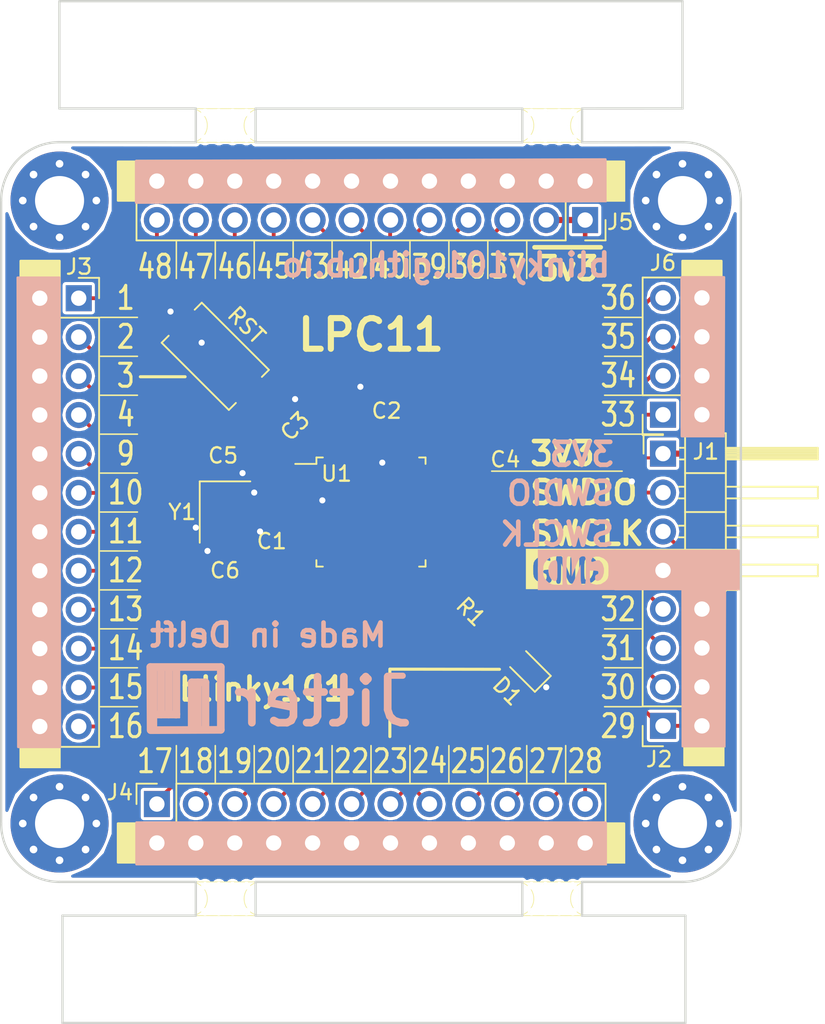
<source format=kicad_pcb>
(kicad_pcb (version 20171130) (host pcbnew "(5.0.2-5-10.14)")

  (general
    (thickness 1.6)
    (drawings 158)
    (tracks 270)
    (zones 0)
    (modules 32)
    (nets 52)
  )

  (page A4)
  (layers
    (0 F.Cu signal)
    (31 B.Cu signal)
    (32 B.Adhes user hide)
    (33 F.Adhes user hide)
    (34 B.Paste user hide)
    (35 F.Paste user hide)
    (36 B.SilkS user)
    (37 F.SilkS user)
    (38 B.Mask user hide)
    (39 F.Mask user)
    (40 Dwgs.User user hide)
    (41 Cmts.User user)
    (42 Eco1.User user hide)
    (43 Eco2.User user hide)
    (44 Edge.Cuts user)
    (45 Margin user hide)
    (46 B.CrtYd user hide)
    (47 F.CrtYd user hide)
    (48 B.Fab user hide)
    (49 F.Fab user hide)
  )

  (setup
    (last_trace_width 0.25)
    (user_trace_width 0.2)
    (user_trace_width 0.25)
    (user_trace_width 0.3)
    (user_trace_width 0.4)
    (trace_clearance 0.2)
    (zone_clearance 0.508)
    (zone_45_only no)
    (trace_min 0.2)
    (segment_width 0.1)
    (edge_width 0.15)
    (via_size 0.8)
    (via_drill 0.4)
    (via_min_size 0.4)
    (via_min_drill 0.3)
    (uvia_size 0.3)
    (uvia_drill 0.1)
    (uvias_allowed no)
    (uvia_min_size 0.2)
    (uvia_min_drill 0.1)
    (pcb_text_width 0.3)
    (pcb_text_size 1.5 1.5)
    (mod_edge_width 0.15)
    (mod_text_size 1 1)
    (mod_text_width 0.15)
    (pad_size 1.524 1.524)
    (pad_drill 0.762)
    (pad_to_mask_clearance 0.04)
    (solder_mask_min_width 0.11)
    (aux_axis_origin 47.94 83.93)
    (grid_origin 47.94 83.93)
    (visible_elements FFFFFF7F)
    (pcbplotparams
      (layerselection 0x010fc_ffffffff)
      (usegerberextensions false)
      (usegerberattributes false)
      (usegerberadvancedattributes false)
      (creategerberjobfile false)
      (excludeedgelayer true)
      (linewidth 0.100000)
      (plotframeref false)
      (viasonmask false)
      (mode 1)
      (useauxorigin false)
      (hpglpennumber 1)
      (hpglpenspeed 20)
      (hpglpendiameter 15.000000)
      (psnegative false)
      (psa4output false)
      (plotreference true)
      (plotvalue false)
      (plotinvisibletext false)
      (padsonsilk false)
      (subtractmaskfromsilk false)
      (outputformat 1)
      (mirror false)
      (drillshape 0)
      (scaleselection 1)
      (outputdirectory "Fabrication/"))
  )

  (net 0 "")
  (net 1 /23)
  (net 2 "Net-(D1-Pad2)")
  (net 3 /1)
  (net 4 /2)
  (net 5 /3)
  (net 6 GND)
  (net 7 "Net-(C5-Pad1)")
  (net 8 "Net-(C6-Pad1)")
  (net 9 +3V3)
  (net 10 /11)
  (net 11 /12)
  (net 12 /13)
  (net 13 /18)
  (net 14 /19)
  (net 15 /20)
  (net 16 /21)
  (net 17 /24)
  (net 18 /25)
  (net 19 /26)
  (net 20 /31)
  (net 21 /36)
  (net 22 /37)
  (net 23 /38)
  (net 24 /43)
  (net 25 /48)
  (net 26 /4)
  (net 27 /9)
  (net 28 /10)
  (net 29 /14)
  (net 30 /15)
  (net 31 /16)
  (net 32 /17)
  (net 33 /22)
  (net 34 /27)
  (net 35 /28)
  (net 36 /30)
  (net 37 /32)
  (net 38 /33)
  (net 39 /34)
  (net 40 /39)
  (net 41 /40)
  (net 42 /42)
  (net 43 /45)
  (net 44 /46)
  (net 45 /47)
  (net 46 "Net-(H1-Pad1)")
  (net 47 "Net-(H2-Pad1)")
  (net 48 "Net-(H3-Pad1)")
  (net 49 "Net-(H4-Pad1)")
  (net 50 /SWCLK_29)
  (net 51 /SWDIO_35)

  (net_class Default "This is the default net class."
    (clearance 0.2)
    (trace_width 0.25)
    (via_dia 0.8)
    (via_drill 0.4)
    (uvia_dia 0.3)
    (uvia_drill 0.1)
    (add_net +3V3)
    (add_net /1)
    (add_net /10)
    (add_net /11)
    (add_net /12)
    (add_net /13)
    (add_net /14)
    (add_net /15)
    (add_net /16)
    (add_net /17)
    (add_net /18)
    (add_net /19)
    (add_net /2)
    (add_net /20)
    (add_net /21)
    (add_net /22)
    (add_net /23)
    (add_net /24)
    (add_net /25)
    (add_net /26)
    (add_net /27)
    (add_net /28)
    (add_net /3)
    (add_net /30)
    (add_net /31)
    (add_net /32)
    (add_net /33)
    (add_net /34)
    (add_net /36)
    (add_net /37)
    (add_net /38)
    (add_net /39)
    (add_net /4)
    (add_net /40)
    (add_net /42)
    (add_net /43)
    (add_net /45)
    (add_net /46)
    (add_net /47)
    (add_net /48)
    (add_net /9)
    (add_net /SWCLK_29)
    (add_net /SWDIO_35)
    (add_net GND)
    (add_net "Net-(C5-Pad1)")
    (add_net "Net-(C6-Pad1)")
    (add_net "Net-(D1-Pad2)")
    (add_net "Net-(H1-Pad1)")
    (add_net "Net-(H2-Pad1)")
    (add_net "Net-(H3-Pad1)")
    (add_net "Net-(H4-Pad1)")
  )

  (module Jitter_Footprints:MouseBite_3.7mmx2.2mm (layer F.Cu) (tedit 5BA36AD0) (tstamp 5C8D58C1)
    (at 56.74 35.68 90)
    (fp_text reference REF** (at 0 0.5 90) (layer F.SilkS) hide
      (effects (font (size 1 1) (thickness 0.15)))
    )
    (fp_text value MouseBite_3.7mmx2.2mm (at 0 -0.5 90) (layer F.Fab) hide
      (effects (font (size 1 1) (thickness 0.15)))
    )
    (fp_line (start -1.1 4.5) (end -1.1 7.2) (layer F.CrtYd) (width 0.05))
    (fp_line (start 3.3 4.5) (end 3.3 7.2) (layer F.CrtYd) (width 0.05))
    (fp_arc (start 1.1 4.5) (end 3.3 4.5) (angle -180) (layer F.CrtYd) (width 0.05))
    (fp_arc (start 1.1 7.2) (end -1.1 7.2) (angle -180) (layer F.CrtYd) (width 0.05))
    (fp_arc (start 1.1 8.15) (end 2.2 8.15) (angle -180) (layer F.SilkS) (width 0.05))
    (fp_arc (start 1.1 3.55) (end 0 3.55) (angle -180) (layer F.SilkS) (width 0.05))
    (fp_line (start 0 8.15) (end 0 3.55) (layer F.SilkS) (width 0.05))
    (fp_line (start 2.2 3.55) (end 2.2 8.1) (layer F.SilkS) (width 0.05))
    (pad "" np_thru_hole circle (at 1.95 7.2 90) (size 0.5 0.5) (drill 0.5) (layers *.Cu *.Mask))
    (pad "" np_thru_hole circle (at 0.25 7.2 90) (size 0.5 0.5) (drill 0.5) (layers *.Cu *.Mask))
    (pad "" np_thru_hole circle (at 1.95 6.3 90) (size 0.5 0.5) (drill 0.5) (layers *.Cu *.Mask))
    (pad "" np_thru_hole circle (at 0.25 6.3 90) (size 0.5 0.5) (drill 0.5) (layers *.Cu *.Mask))
    (pad "" np_thru_hole circle (at 1.95 5.4 90) (size 0.5 0.5) (drill 0.5) (layers *.Cu *.Mask))
    (pad "" np_thru_hole circle (at 0.25 5.4 90) (size 0.5 0.5) (drill 0.5) (layers *.Cu *.Mask))
    (pad "" np_thru_hole circle (at 1.95 4.5 90) (size 0.5 0.5) (drill 0.5) (layers *.Cu *.Mask))
    (pad "" np_thru_hole circle (at 0.25 4.5 90) (size 0.5 0.5) (drill 0.5) (layers *.Cu *.Mask))
  )

  (module Jitter_Footprints:MouseBite_3.7mmx2.2mm (layer F.Cu) (tedit 5BA36AD0) (tstamp 5C8D58AD)
    (at 78.04 35.68 90)
    (fp_text reference REF** (at 0 0.5 90) (layer F.SilkS) hide
      (effects (font (size 1 1) (thickness 0.15)))
    )
    (fp_text value MouseBite_3.7mmx2.2mm (at 0 -0.5 90) (layer F.Fab) hide
      (effects (font (size 1 1) (thickness 0.15)))
    )
    (fp_line (start 2.2 3.55) (end 2.2 8.1) (layer F.SilkS) (width 0.05))
    (fp_line (start 0 8.15) (end 0 3.55) (layer F.SilkS) (width 0.05))
    (fp_arc (start 1.1 3.55) (end 0 3.55) (angle -180) (layer F.SilkS) (width 0.05))
    (fp_arc (start 1.1 8.15) (end 2.2 8.15) (angle -180) (layer F.SilkS) (width 0.05))
    (fp_arc (start 1.1 7.2) (end -1.1 7.2) (angle -180) (layer F.CrtYd) (width 0.05))
    (fp_arc (start 1.1 4.5) (end 3.3 4.5) (angle -180) (layer F.CrtYd) (width 0.05))
    (fp_line (start 3.3 4.5) (end 3.3 7.2) (layer F.CrtYd) (width 0.05))
    (fp_line (start -1.1 4.5) (end -1.1 7.2) (layer F.CrtYd) (width 0.05))
    (pad "" np_thru_hole circle (at 0.25 4.5 90) (size 0.5 0.5) (drill 0.5) (layers *.Cu *.Mask))
    (pad "" np_thru_hole circle (at 1.95 4.5 90) (size 0.5 0.5) (drill 0.5) (layers *.Cu *.Mask))
    (pad "" np_thru_hole circle (at 0.25 5.4 90) (size 0.5 0.5) (drill 0.5) (layers *.Cu *.Mask))
    (pad "" np_thru_hole circle (at 1.95 5.4 90) (size 0.5 0.5) (drill 0.5) (layers *.Cu *.Mask))
    (pad "" np_thru_hole circle (at 0.25 6.3 90) (size 0.5 0.5) (drill 0.5) (layers *.Cu *.Mask))
    (pad "" np_thru_hole circle (at 1.95 6.3 90) (size 0.5 0.5) (drill 0.5) (layers *.Cu *.Mask))
    (pad "" np_thru_hole circle (at 0.25 7.2 90) (size 0.5 0.5) (drill 0.5) (layers *.Cu *.Mask))
    (pad "" np_thru_hole circle (at 1.95 7.2 90) (size 0.5 0.5) (drill 0.5) (layers *.Cu *.Mask))
  )

  (module Jitter_Footprints:MouseBite_3.7mmx2.2mm (layer F.Cu) (tedit 5BA36AD0) (tstamp 5C8D587D)
    (at 78.04 86.13 90)
    (fp_text reference REF** (at 0 0.5 90) (layer F.SilkS) hide
      (effects (font (size 1 1) (thickness 0.15)))
    )
    (fp_text value MouseBite_3.7mmx2.2mm (at 0 -0.5 90) (layer F.Fab) hide
      (effects (font (size 1 1) (thickness 0.15)))
    )
    (fp_line (start -1.1 4.5) (end -1.1 7.2) (layer F.CrtYd) (width 0.05))
    (fp_line (start 3.3 4.5) (end 3.3 7.2) (layer F.CrtYd) (width 0.05))
    (fp_arc (start 1.1 4.5) (end 3.3 4.5) (angle -180) (layer F.CrtYd) (width 0.05))
    (fp_arc (start 1.1 7.2) (end -1.1 7.2) (angle -180) (layer F.CrtYd) (width 0.05))
    (fp_arc (start 1.1 8.15) (end 2.2 8.15) (angle -180) (layer F.SilkS) (width 0.05))
    (fp_arc (start 1.1 3.55) (end 0 3.55) (angle -180) (layer F.SilkS) (width 0.05))
    (fp_line (start 0 8.15) (end 0 3.55) (layer F.SilkS) (width 0.05))
    (fp_line (start 2.2 3.55) (end 2.2 8.1) (layer F.SilkS) (width 0.05))
    (pad "" np_thru_hole circle (at 1.95 7.2 90) (size 0.5 0.5) (drill 0.5) (layers *.Cu *.Mask))
    (pad "" np_thru_hole circle (at 0.25 7.2 90) (size 0.5 0.5) (drill 0.5) (layers *.Cu *.Mask))
    (pad "" np_thru_hole circle (at 1.95 6.3 90) (size 0.5 0.5) (drill 0.5) (layers *.Cu *.Mask))
    (pad "" np_thru_hole circle (at 0.25 6.3 90) (size 0.5 0.5) (drill 0.5) (layers *.Cu *.Mask))
    (pad "" np_thru_hole circle (at 1.95 5.4 90) (size 0.5 0.5) (drill 0.5) (layers *.Cu *.Mask))
    (pad "" np_thru_hole circle (at 0.25 5.4 90) (size 0.5 0.5) (drill 0.5) (layers *.Cu *.Mask))
    (pad "" np_thru_hole circle (at 1.95 4.5 90) (size 0.5 0.5) (drill 0.5) (layers *.Cu *.Mask))
    (pad "" np_thru_hole circle (at 0.25 4.5 90) (size 0.5 0.5) (drill 0.5) (layers *.Cu *.Mask))
  )

  (module Logo:GND (layer B.Cu) (tedit 0) (tstamp 5C8D56DB)
    (at 85.496571 63.533 180)
    (fp_text reference G*** (at 0 0 180) (layer B.SilkS) hide
      (effects (font (size 1.524 1.524) (thickness 0.3)) (justify mirror))
    )
    (fp_text value LOGO (at 0.75 0 180) (layer B.SilkS) hide
      (effects (font (size 1.524 1.524) (thickness 0.3)) (justify mirror))
    )
    (fp_poly (pts (xy 2.54 -1.354666) (xy -2.54 -1.354666) (xy -2.54 -0.084666) (xy -2.074334 -0.084666)
      (xy -2.065798 -0.38624) (xy -2.027628 -0.576496) (xy -1.940979 -0.713103) (xy -1.836779 -0.811664)
      (xy -1.56761 -0.975967) (xy -1.26765 -1.006866) (xy -1.037167 -0.962635) (xy -0.920931 -0.908111)
      (xy -0.864249 -0.793857) (xy -0.847116 -0.5711) (xy -0.846667 -0.498125) (xy -0.846667 -0.084666)
      (xy -0.592667 -0.084666) (xy -0.590719 -0.492254) (xy -0.581325 -0.759794) (xy -0.559163 -0.916559)
      (xy -0.518911 -0.991822) (xy -0.455248 -1.014853) (xy -0.423334 -1.016) (xy -0.337727 -1.001115)
      (xy -0.286472 -0.933437) (xy -0.260379 -0.778431) (xy -0.250256 -0.501563) (xy -0.248706 -0.359833)
      (xy -0.243411 0.296334) (xy 0.012447 -0.359833) (xy 0.146482 -0.687414) (xy 0.24894 -0.885209)
      (xy 0.341531 -0.984159) (xy 0.445966 -1.015208) (xy 0.472819 -1.016) (xy 0.56211 -1.010808)
      (xy 0.62069 -0.975584) (xy 0.655031 -0.880849) (xy 0.671606 -0.697128) (xy 0.676888 -0.394943)
      (xy 0.677333 -0.084666) (xy 0.675384 0.322922) (xy 0.66599 0.590462) (xy 0.643829 0.747227)
      (xy 0.603577 0.822489) (xy 0.539913 0.845521) (xy 0.508 0.846667) (xy 0.931333 0.846667)
      (xy 0.931333 -1.016) (xy 1.318846 -1.016) (xy 1.604174 -0.991068) (xy 1.812142 -0.893529)
      (xy 1.953846 -0.768512) (xy 2.108351 -0.584705) (xy 2.181652 -0.391161) (xy 2.20126 -0.111863)
      (xy 2.201333 -0.084666) (xy 2.184714 0.20437) (xy 2.116516 0.401809) (xy 1.969229 0.583667)
      (xy 1.953846 0.59918) (xy 1.748504 0.765484) (xy 1.525253 0.836009) (xy 1.318846 0.846667)
      (xy 0.931333 0.846667) (xy 0.508 0.846667) (xy 0.422392 0.831782) (xy 0.371138 0.764104)
      (xy 0.345044 0.609099) (xy 0.334921 0.332231) (xy 0.333371 0.1905) (xy 0.328077 -0.465666)
      (xy 0.072218 0.1905) (xy -0.061816 0.518082) (xy -0.164274 0.715876) (xy -0.256866 0.814826)
      (xy -0.361301 0.845876) (xy -0.388154 0.846667) (xy -0.477445 0.841476) (xy -0.536024 0.806251)
      (xy -0.570365 0.711517) (xy -0.58694 0.527796) (xy -0.592223 0.225611) (xy -0.592667 -0.084666)
      (xy -0.846667 -0.084666) (xy -1.143 -0.084666) (xy -1.362174 -0.112206) (xy -1.438798 -0.2001)
      (xy -1.439334 -0.211666) (xy -1.371561 -0.323915) (xy -1.312334 -0.338666) (xy -1.210191 -0.412267)
      (xy -1.185334 -0.550333) (xy -1.225913 -0.717253) (xy -1.349866 -0.762) (xy -1.544138 -0.687786)
      (xy -1.684912 -0.495693) (xy -1.761999 -0.231543) (xy -1.765211 0.058843) (xy -1.684359 0.329643)
      (xy -1.616048 0.435121) (xy -1.48632 0.566083) (xy -1.354411 0.586604) (xy -1.187534 0.534566)
      (xy -1.008886 0.475941) (xy -0.943098 0.498223) (xy -0.946952 0.616644) (xy -0.947319 0.619233)
      (xy -1.04091 0.771322) (xy -1.234869 0.83955) (xy -1.481619 0.822433) (xy -1.733581 0.718483)
      (xy -1.831529 0.646848) (xy -1.967992 0.511436) (xy -2.041065 0.366852) (xy -2.070006 0.155079)
      (xy -2.074334 -0.084666) (xy -2.54 -0.084666) (xy -2.54 1.27) (xy 2.54 1.27)
      (xy 2.54 -1.354666)) (layer B.SilkS) (width 0.01))
    (fp_poly (pts (xy 1.603989 0.527805) (xy 1.730865 0.404495) (xy 1.838487 0.148992) (xy 1.857125 -0.141048)
      (xy 1.798559 -0.419256) (xy 1.674569 -0.639261) (xy 1.496935 -0.754693) (xy 1.434532 -0.762)
      (xy 1.352447 -0.74667) (xy 1.303242 -0.678073) (xy 1.278678 -0.522295) (xy 1.270517 -0.245422)
      (xy 1.27 -0.084666) (xy 1.273723 0.253253) (xy 1.290386 0.455817) (xy 1.328227 0.55694)
      (xy 1.395482 0.590536) (xy 1.434532 0.592667) (xy 1.603989 0.527805)) (layer B.SilkS) (width 0.01))
  )

  (module MountingHole:MountingHole_3.2mm_M3_Pad_Via (layer F.Cu) (tedit 5C812B8E) (tstamp 5C823B87)
    (at 51.75 80.12)
    (descr "Mounting Hole 3.2mm, M3")
    (tags "mounting hole 3.2mm m3")
    (path /5C89A29E)
    (attr virtual)
    (fp_text reference H4 (at 0 -4.2) (layer F.SilkS) hide
      (effects (font (size 1 1) (thickness 0.15)))
    )
    (fp_text value MountingHole_Pad (at 0 4.2) (layer F.Fab)
      (effects (font (size 1 1) (thickness 0.15)))
    )
    (fp_circle (center 0 0) (end 3.45 0) (layer F.CrtYd) (width 0.05))
    (fp_circle (center 0 0) (end 3.2 0) (layer Cmts.User) (width 0.15))
    (fp_text user %R (at 0.3 0) (layer F.Fab)
      (effects (font (size 1 1) (thickness 0.15)))
    )
    (pad 1 thru_hole circle (at 1.697056 -1.697056) (size 0.8 0.8) (drill 0.5) (layers *.Cu *.Mask)
      (net 49 "Net-(H4-Pad1)"))
    (pad 1 thru_hole circle (at 0 -2.4) (size 0.8 0.8) (drill 0.5) (layers *.Cu *.Mask)
      (net 49 "Net-(H4-Pad1)"))
    (pad 1 thru_hole circle (at -1.697056 -1.697056) (size 0.8 0.8) (drill 0.5) (layers *.Cu *.Mask)
      (net 49 "Net-(H4-Pad1)"))
    (pad 1 thru_hole circle (at -2.4 0) (size 0.8 0.8) (drill 0.5) (layers *.Cu *.Mask)
      (net 49 "Net-(H4-Pad1)"))
    (pad 1 thru_hole circle (at -1.697056 1.697056) (size 0.8 0.8) (drill 0.5) (layers *.Cu *.Mask)
      (net 49 "Net-(H4-Pad1)"))
    (pad 1 thru_hole circle (at 0 2.4) (size 0.8 0.8) (drill 0.5) (layers *.Cu *.Mask)
      (net 49 "Net-(H4-Pad1)"))
    (pad 1 thru_hole circle (at 1.697056 1.697056) (size 0.8 0.8) (drill 0.5) (layers *.Cu *.Mask)
      (net 49 "Net-(H4-Pad1)"))
    (pad 1 thru_hole circle (at 2.4 0) (size 0.8 0.8) (drill 0.5) (layers *.Cu *.Mask)
      (net 49 "Net-(H4-Pad1)"))
    (pad 1 thru_hole circle (at 0 0) (size 6.4 6.4) (drill 3.2) (layers *.Cu *.Mask)
      (net 49 "Net-(H4-Pad1)"))
  )

  (module MountingHole:MountingHole_3.2mm_M3_Pad_Via (layer F.Cu) (tedit 5C812B9A) (tstamp 5C823B77)
    (at 92.39 80.12)
    (descr "Mounting Hole 3.2mm, M3")
    (tags "mounting hole 3.2mm m3")
    (path /5C89A22F)
    (attr virtual)
    (fp_text reference H3 (at 0 -4.2) (layer F.SilkS) hide
      (effects (font (size 1 1) (thickness 0.15)))
    )
    (fp_text value MountingHole_Pad (at 0 4.2) (layer F.Fab)
      (effects (font (size 1 1) (thickness 0.15)))
    )
    (fp_text user %R (at 0.3 0) (layer F.Fab)
      (effects (font (size 1 1) (thickness 0.15)))
    )
    (fp_circle (center 0 0) (end 3.2 0) (layer Cmts.User) (width 0.15))
    (fp_circle (center 0 0) (end 3.45 0) (layer F.CrtYd) (width 0.05))
    (pad 1 thru_hole circle (at 0 0) (size 6.4 6.4) (drill 3.2) (layers *.Cu *.Mask)
      (net 48 "Net-(H3-Pad1)"))
    (pad 1 thru_hole circle (at 2.4 0) (size 0.8 0.8) (drill 0.5) (layers *.Cu *.Mask)
      (net 48 "Net-(H3-Pad1)"))
    (pad 1 thru_hole circle (at 1.697056 1.697056) (size 0.8 0.8) (drill 0.5) (layers *.Cu *.Mask)
      (net 48 "Net-(H3-Pad1)"))
    (pad 1 thru_hole circle (at 0 2.4) (size 0.8 0.8) (drill 0.5) (layers *.Cu *.Mask)
      (net 48 "Net-(H3-Pad1)"))
    (pad 1 thru_hole circle (at -1.697056 1.697056) (size 0.8 0.8) (drill 0.5) (layers *.Cu *.Mask)
      (net 48 "Net-(H3-Pad1)"))
    (pad 1 thru_hole circle (at -2.4 0) (size 0.8 0.8) (drill 0.5) (layers *.Cu *.Mask)
      (net 48 "Net-(H3-Pad1)"))
    (pad 1 thru_hole circle (at -1.697056 -1.697056) (size 0.8 0.8) (drill 0.5) (layers *.Cu *.Mask)
      (net 48 "Net-(H3-Pad1)"))
    (pad 1 thru_hole circle (at 0 -2.4) (size 0.8 0.8) (drill 0.5) (layers *.Cu *.Mask)
      (net 48 "Net-(H3-Pad1)"))
    (pad 1 thru_hole circle (at 1.697056 -1.697056) (size 0.8 0.8) (drill 0.5) (layers *.Cu *.Mask)
      (net 48 "Net-(H3-Pad1)"))
  )

  (module MountingHole:MountingHole_3.2mm_M3_Pad_Via (layer F.Cu) (tedit 5C812B84) (tstamp 5C823B67)
    (at 51.75 39.48)
    (descr "Mounting Hole 3.2mm, M3")
    (tags "mounting hole 3.2mm m3")
    (path /5C89A1F6)
    (attr virtual)
    (fp_text reference H2 (at 0 -4.2) (layer F.SilkS) hide
      (effects (font (size 1 1) (thickness 0.15)))
    )
    (fp_text value MountingHole_Pad (at 0 4.2) (layer F.Fab)
      (effects (font (size 1 1) (thickness 0.15)))
    )
    (fp_circle (center 0 0) (end 3.45 0) (layer F.CrtYd) (width 0.05))
    (fp_circle (center 0 0) (end 3.2 0) (layer Cmts.User) (width 0.15))
    (fp_text user %R (at 0.3 0) (layer F.Fab)
      (effects (font (size 1 1) (thickness 0.15)))
    )
    (pad 1 thru_hole circle (at 1.697056 -1.697056) (size 0.8 0.8) (drill 0.5) (layers *.Cu *.Mask)
      (net 47 "Net-(H2-Pad1)"))
    (pad 1 thru_hole circle (at 0 -2.4) (size 0.8 0.8) (drill 0.5) (layers *.Cu *.Mask)
      (net 47 "Net-(H2-Pad1)"))
    (pad 1 thru_hole circle (at -1.697056 -1.697056) (size 0.8 0.8) (drill 0.5) (layers *.Cu *.Mask)
      (net 47 "Net-(H2-Pad1)"))
    (pad 1 thru_hole circle (at -2.4 0) (size 0.8 0.8) (drill 0.5) (layers *.Cu *.Mask)
      (net 47 "Net-(H2-Pad1)"))
    (pad 1 thru_hole circle (at -1.697056 1.697056) (size 0.8 0.8) (drill 0.5) (layers *.Cu *.Mask)
      (net 47 "Net-(H2-Pad1)"))
    (pad 1 thru_hole circle (at 0 2.4) (size 0.8 0.8) (drill 0.5) (layers *.Cu *.Mask)
      (net 47 "Net-(H2-Pad1)"))
    (pad 1 thru_hole circle (at 1.697056 1.697056) (size 0.8 0.8) (drill 0.5) (layers *.Cu *.Mask)
      (net 47 "Net-(H2-Pad1)"))
    (pad 1 thru_hole circle (at 2.4 0) (size 0.8 0.8) (drill 0.5) (layers *.Cu *.Mask)
      (net 47 "Net-(H2-Pad1)"))
    (pad 1 thru_hole circle (at 0 0) (size 6.4 6.4) (drill 3.2) (layers *.Cu *.Mask)
      (net 47 "Net-(H2-Pad1)"))
  )

  (module MountingHole:MountingHole_3.2mm_M3_Pad_Via (layer F.Cu) (tedit 5C812B7E) (tstamp 5C823B57)
    (at 92.39 39.48)
    (descr "Mounting Hole 3.2mm, M3")
    (tags "mounting hole 3.2mm m3")
    (path /5C89A02A)
    (attr virtual)
    (fp_text reference H1 (at 0 -4.2) (layer F.SilkS) hide
      (effects (font (size 1 1) (thickness 0.15)))
    )
    (fp_text value MountingHole_Pad (at 0 4.2) (layer F.Fab)
      (effects (font (size 1 1) (thickness 0.15)))
    )
    (fp_text user %R (at 0.3 0) (layer F.Fab)
      (effects (font (size 1 1) (thickness 0.15)))
    )
    (fp_circle (center 0 0) (end 3.2 0) (layer Cmts.User) (width 0.15))
    (fp_circle (center 0 0) (end 3.45 0) (layer F.CrtYd) (width 0.05))
    (pad 1 thru_hole circle (at 0 0) (size 6.4 6.4) (drill 3.2) (layers *.Cu *.Mask)
      (net 46 "Net-(H1-Pad1)"))
    (pad 1 thru_hole circle (at 2.4 0) (size 0.8 0.8) (drill 0.5) (layers *.Cu *.Mask)
      (net 46 "Net-(H1-Pad1)"))
    (pad 1 thru_hole circle (at 1.697056 1.697056) (size 0.8 0.8) (drill 0.5) (layers *.Cu *.Mask)
      (net 46 "Net-(H1-Pad1)"))
    (pad 1 thru_hole circle (at 0 2.4) (size 0.8 0.8) (drill 0.5) (layers *.Cu *.Mask)
      (net 46 "Net-(H1-Pad1)"))
    (pad 1 thru_hole circle (at -1.697056 1.697056) (size 0.8 0.8) (drill 0.5) (layers *.Cu *.Mask)
      (net 46 "Net-(H1-Pad1)"))
    (pad 1 thru_hole circle (at -2.4 0) (size 0.8 0.8) (drill 0.5) (layers *.Cu *.Mask)
      (net 46 "Net-(H1-Pad1)"))
    (pad 1 thru_hole circle (at -1.697056 -1.697056) (size 0.8 0.8) (drill 0.5) (layers *.Cu *.Mask)
      (net 46 "Net-(H1-Pad1)"))
    (pad 1 thru_hole circle (at 0 -2.4) (size 0.8 0.8) (drill 0.5) (layers *.Cu *.Mask)
      (net 46 "Net-(H1-Pad1)"))
    (pad 1 thru_hole circle (at 1.697056 -1.697056) (size 0.8 0.8) (drill 0.5) (layers *.Cu *.Mask)
      (net 46 "Net-(H1-Pad1)"))
  )

  (module Button_Switch_SMD:SW_SPST_EVQPE1 (layer F.Cu) (tedit 5C814832) (tstamp 5C8280A2)
    (at 61.91 49.64 135)
    (descr "Light Touch Switch, https://industrial.panasonic.com/cdbs/www-data/pdf/ATK0000/ATK0000CE7.pdf")
    (path /5B919F65)
    (attr smd)
    (fp_text reference RST (at 0 2.873682 135) (layer F.SilkS)
      (effects (font (size 1 1) (thickness 0.15)))
    )
    (fp_text value SW_Push (at 0 3 135) (layer F.Fab)
      (effects (font (size 1 1) (thickness 0.15)))
    )
    (fp_text user %R (at 0 -2.65 135) (layer F.Fab)
      (effects (font (size 1 1) (thickness 0.15)))
    )
    (fp_line (start 3 -1.75) (end 3 1.75) (layer F.Fab) (width 0.1))
    (fp_line (start 3 1.75) (end -3 1.75) (layer F.Fab) (width 0.1))
    (fp_line (start -3 1.75) (end -3 -1.75) (layer F.Fab) (width 0.1))
    (fp_line (start -3 -1.75) (end 3 -1.75) (layer F.Fab) (width 0.1))
    (fp_line (start -1.4 -0.7) (end 1.4 -0.7) (layer F.Fab) (width 0.1))
    (fp_line (start 1.4 -0.7) (end 1.4 0.7) (layer F.Fab) (width 0.1))
    (fp_line (start 1.4 0.7) (end -1.4 0.7) (layer F.Fab) (width 0.1))
    (fp_line (start -1.4 0.7) (end -1.4 -0.7) (layer F.Fab) (width 0.1))
    (fp_line (start -3.95 -2) (end 3.95 -2) (layer F.CrtYd) (width 0.05))
    (fp_line (start 3.95 -2) (end 3.95 2) (layer F.CrtYd) (width 0.05))
    (fp_line (start 3.95 2) (end -3.95 2) (layer F.CrtYd) (width 0.05))
    (fp_line (start -3.95 2) (end -3.95 -2) (layer F.CrtYd) (width 0.05))
    (fp_line (start 3.1 -1.850001) (end 3.1 -1.2) (layer F.SilkS) (width 0.12))
    (fp_line (start 3.1 1.850001) (end 3.1 1.2) (layer F.SilkS) (width 0.12))
    (fp_line (start -3.1 1.2) (end -3.1 1.850001) (layer F.SilkS) (width 0.12))
    (fp_line (start -3.1 -1.850001) (end -3.1 -1.2) (layer F.SilkS) (width 0.12))
    (fp_line (start 3.1 -1.850001) (end -3.1 -1.850001) (layer F.SilkS) (width 0.12))
    (fp_line (start -3.1 1.850001) (end 3.1 1.850001) (layer F.SilkS) (width 0.12))
    (pad 2 smd rect (at 2.7 0 135) (size 2 1.6) (layers F.Cu F.Paste F.Mask)
      (net 6 GND))
    (pad 1 smd rect (at -2.7 0 135) (size 2 1.6) (layers F.Cu F.Paste F.Mask)
      (net 5 /3))
    (model ${KISYS3DMOD}/Button_Switch_SMD.3dshapes/SW_SPST_EVQPE1.wrl
      (at (xyz 0 0 0))
      (scale (xyz 1 1 1))
      (rotate (xyz 0 0 0))
    )
  )

  (module Capacitor_SMD:C_0402_1005Metric (layer F.Cu) (tedit 5B301BBE) (tstamp 5C811C4E)
    (at 62.545 62.34 180)
    (descr "Capacitor SMD 0402 (1005 Metric), square (rectangular) end terminal, IPC_7351 nominal, (Body size source: http://www.tortai-tech.com/upload/download/2011102023233369053.pdf), generated with kicad-footprint-generator")
    (tags capacitor)
    (path /5C8127F5)
    (attr smd)
    (fp_text reference C6 (at 0 -1.27 180) (layer F.SilkS)
      (effects (font (size 1 1) (thickness 0.15)))
    )
    (fp_text value 18pF (at 0 1.17 180) (layer F.Fab)
      (effects (font (size 1 1) (thickness 0.15)))
    )
    (fp_text user %R (at 0 0 180) (layer F.Fab)
      (effects (font (size 0.25 0.25) (thickness 0.04)))
    )
    (fp_line (start 0.93 0.47) (end -0.93 0.47) (layer F.CrtYd) (width 0.05))
    (fp_line (start 0.93 -0.47) (end 0.93 0.47) (layer F.CrtYd) (width 0.05))
    (fp_line (start -0.93 -0.47) (end 0.93 -0.47) (layer F.CrtYd) (width 0.05))
    (fp_line (start -0.93 0.47) (end -0.93 -0.47) (layer F.CrtYd) (width 0.05))
    (fp_line (start 0.5 0.25) (end -0.5 0.25) (layer F.Fab) (width 0.1))
    (fp_line (start 0.5 -0.25) (end 0.5 0.25) (layer F.Fab) (width 0.1))
    (fp_line (start -0.5 -0.25) (end 0.5 -0.25) (layer F.Fab) (width 0.1))
    (fp_line (start -0.5 0.25) (end -0.5 -0.25) (layer F.Fab) (width 0.1))
    (pad 2 smd roundrect (at 0.485 0 180) (size 0.59 0.64) (layers F.Cu F.Paste F.Mask) (roundrect_rratio 0.25)
      (net 6 GND))
    (pad 1 smd roundrect (at -0.485 0 180) (size 0.59 0.64) (layers F.Cu F.Paste F.Mask) (roundrect_rratio 0.25)
      (net 8 "Net-(C6-Pad1)"))
    (model ${KISYS3DMOD}/Capacitor_SMD.3dshapes/C_0402_1005Metric.wrl
      (at (xyz 0 0 0))
      (scale (xyz 1 1 1))
      (rotate (xyz 0 0 0))
    )
  )

  (module Capacitor_SMD:C_0402_1005Metric (layer F.Cu) (tedit 5B301BBE) (tstamp 5C811C3F)
    (at 62.545 57.26)
    (descr "Capacitor SMD 0402 (1005 Metric), square (rectangular) end terminal, IPC_7351 nominal, (Body size source: http://www.tortai-tech.com/upload/download/2011102023233369053.pdf), generated with kicad-footprint-generator")
    (tags capacitor)
    (path /5C812E42)
    (attr smd)
    (fp_text reference C5 (at -0.127 -1.143) (layer F.SilkS)
      (effects (font (size 1 1) (thickness 0.15)))
    )
    (fp_text value 18pF (at 0 1.17) (layer F.Fab)
      (effects (font (size 1 1) (thickness 0.15)))
    )
    (fp_line (start -0.5 0.25) (end -0.5 -0.25) (layer F.Fab) (width 0.1))
    (fp_line (start -0.5 -0.25) (end 0.5 -0.25) (layer F.Fab) (width 0.1))
    (fp_line (start 0.5 -0.25) (end 0.5 0.25) (layer F.Fab) (width 0.1))
    (fp_line (start 0.5 0.25) (end -0.5 0.25) (layer F.Fab) (width 0.1))
    (fp_line (start -0.93 0.47) (end -0.93 -0.47) (layer F.CrtYd) (width 0.05))
    (fp_line (start -0.93 -0.47) (end 0.93 -0.47) (layer F.CrtYd) (width 0.05))
    (fp_line (start 0.93 -0.47) (end 0.93 0.47) (layer F.CrtYd) (width 0.05))
    (fp_line (start 0.93 0.47) (end -0.93 0.47) (layer F.CrtYd) (width 0.05))
    (fp_text user %R (at 0 0) (layer F.Fab)
      (effects (font (size 0.25 0.25) (thickness 0.04)))
    )
    (pad 1 smd roundrect (at -0.485 0) (size 0.59 0.64) (layers F.Cu F.Paste F.Mask) (roundrect_rratio 0.25)
      (net 7 "Net-(C5-Pad1)"))
    (pad 2 smd roundrect (at 0.485 0) (size 0.59 0.64) (layers F.Cu F.Paste F.Mask) (roundrect_rratio 0.25)
      (net 6 GND))
    (model ${KISYS3DMOD}/Capacitor_SMD.3dshapes/C_0402_1005Metric.wrl
      (at (xyz 0 0 0))
      (scale (xyz 1 1 1))
      (rotate (xyz 0 0 0))
    )
  )

  (module Capacitor_SMD:C_0402_1005Metric (layer F.Cu) (tedit 5B301BBE) (tstamp 5C811C30)
    (at 89.088 56.752 270)
    (descr "Capacitor SMD 0402 (1005 Metric), square (rectangular) end terminal, IPC_7351 nominal, (Body size source: http://www.tortai-tech.com/upload/download/2011102023233369053.pdf), generated with kicad-footprint-generator")
    (tags capacitor)
    (path /5B9276E8)
    (attr smd)
    (fp_text reference C4 (at -0.381 8.255) (layer F.SilkS)
      (effects (font (size 1 1) (thickness 0.15)))
    )
    (fp_text value 100nF (at 0 1.17 270) (layer F.Fab)
      (effects (font (size 1 1) (thickness 0.15)))
    )
    (fp_text user %R (at 0 0 270) (layer F.Fab)
      (effects (font (size 0.25 0.25) (thickness 0.04)))
    )
    (fp_line (start 0.93 0.47) (end -0.93 0.47) (layer F.CrtYd) (width 0.05))
    (fp_line (start 0.93 -0.47) (end 0.93 0.47) (layer F.CrtYd) (width 0.05))
    (fp_line (start -0.93 -0.47) (end 0.93 -0.47) (layer F.CrtYd) (width 0.05))
    (fp_line (start -0.93 0.47) (end -0.93 -0.47) (layer F.CrtYd) (width 0.05))
    (fp_line (start 0.5 0.25) (end -0.5 0.25) (layer F.Fab) (width 0.1))
    (fp_line (start 0.5 -0.25) (end 0.5 0.25) (layer F.Fab) (width 0.1))
    (fp_line (start -0.5 -0.25) (end 0.5 -0.25) (layer F.Fab) (width 0.1))
    (fp_line (start -0.5 0.25) (end -0.5 -0.25) (layer F.Fab) (width 0.1))
    (pad 2 smd roundrect (at 0.485 0 270) (size 0.59 0.64) (layers F.Cu F.Paste F.Mask) (roundrect_rratio 0.25)
      (net 6 GND))
    (pad 1 smd roundrect (at -0.485 0 270) (size 0.59 0.64) (layers F.Cu F.Paste F.Mask) (roundrect_rratio 0.25)
      (net 9 +3V3))
    (model ${KISYS3DMOD}/Capacitor_SMD.3dshapes/C_0402_1005Metric.wrl
      (at (xyz 0 0 0))
      (scale (xyz 1 1 1))
      (rotate (xyz 0 0 0))
    )
  )

  (module Capacitor_SMD:C_0402_1005Metric (layer F.Cu) (tedit 5B301BBE) (tstamp 5C811C21)
    (at 66.228 53.196 45)
    (descr "Capacitor SMD 0402 (1005 Metric), square (rectangular) end terminal, IPC_7351 nominal, (Body size source: http://www.tortai-tech.com/upload/download/2011102023233369053.pdf), generated with kicad-footprint-generator")
    (tags capacitor)
    (path /5B91ADDB)
    (attr smd)
    (fp_text reference C3 (at -0.089803 1.347038 45) (layer F.SilkS)
      (effects (font (size 1 1) (thickness 0.15)))
    )
    (fp_text value 18pF (at 0 1.17 45) (layer F.Fab)
      (effects (font (size 1 1) (thickness 0.15)))
    )
    (fp_line (start -0.5 0.25) (end -0.5 -0.25) (layer F.Fab) (width 0.1))
    (fp_line (start -0.5 -0.25) (end 0.5 -0.25) (layer F.Fab) (width 0.1))
    (fp_line (start 0.5 -0.25) (end 0.5 0.25) (layer F.Fab) (width 0.1))
    (fp_line (start 0.5 0.25) (end -0.5 0.25) (layer F.Fab) (width 0.1))
    (fp_line (start -0.93 0.47) (end -0.93 -0.47) (layer F.CrtYd) (width 0.05))
    (fp_line (start -0.93 -0.47) (end 0.93 -0.47) (layer F.CrtYd) (width 0.05))
    (fp_line (start 0.93 -0.47) (end 0.93 0.47) (layer F.CrtYd) (width 0.05))
    (fp_line (start 0.93 0.47) (end -0.93 0.47) (layer F.CrtYd) (width 0.05))
    (fp_text user %R (at 0 0 45) (layer F.Fab)
      (effects (font (size 0.25 0.25) (thickness 0.04)))
    )
    (pad 1 smd roundrect (at -0.485 0 45) (size 0.59 0.64) (layers F.Cu F.Paste F.Mask) (roundrect_rratio 0.25)
      (net 5 /3))
    (pad 2 smd roundrect (at 0.485 0 45) (size 0.59 0.64) (layers F.Cu F.Paste F.Mask) (roundrect_rratio 0.25)
      (net 6 GND))
    (model ${KISYS3DMOD}/Capacitor_SMD.3dshapes/C_0402_1005Metric.wrl
      (at (xyz 0 0 0))
      (scale (xyz 1 1 1))
      (rotate (xyz 0 0 0))
    )
  )

  (module Capacitor_SMD:C_0402_1005Metric (layer F.Cu) (tedit 5B301BBE) (tstamp 5C811C12)
    (at 71.562 53.196 90)
    (descr "Capacitor SMD 0402 (1005 Metric), square (rectangular) end terminal, IPC_7351 nominal, (Body size source: http://www.tortai-tech.com/upload/download/2011102023233369053.pdf), generated with kicad-footprint-generator")
    (tags capacitor)
    (path /5B895B86)
    (attr smd)
    (fp_text reference C2 (at 0 1.524 180) (layer F.SilkS)
      (effects (font (size 1 1) (thickness 0.15)))
    )
    (fp_text value 100nF (at 0 1.17 90) (layer F.Fab)
      (effects (font (size 1 1) (thickness 0.15)))
    )
    (fp_text user %R (at 0 0 90) (layer F.Fab)
      (effects (font (size 0.25 0.25) (thickness 0.04)))
    )
    (fp_line (start 0.93 0.47) (end -0.93 0.47) (layer F.CrtYd) (width 0.05))
    (fp_line (start 0.93 -0.47) (end 0.93 0.47) (layer F.CrtYd) (width 0.05))
    (fp_line (start -0.93 -0.47) (end 0.93 -0.47) (layer F.CrtYd) (width 0.05))
    (fp_line (start -0.93 0.47) (end -0.93 -0.47) (layer F.CrtYd) (width 0.05))
    (fp_line (start 0.5 0.25) (end -0.5 0.25) (layer F.Fab) (width 0.1))
    (fp_line (start 0.5 -0.25) (end 0.5 0.25) (layer F.Fab) (width 0.1))
    (fp_line (start -0.5 -0.25) (end 0.5 -0.25) (layer F.Fab) (width 0.1))
    (fp_line (start -0.5 0.25) (end -0.5 -0.25) (layer F.Fab) (width 0.1))
    (pad 2 smd roundrect (at 0.485 0 90) (size 0.59 0.64) (layers F.Cu F.Paste F.Mask) (roundrect_rratio 0.25)
      (net 6 GND))
    (pad 1 smd roundrect (at -0.485 0 90) (size 0.59 0.64) (layers F.Cu F.Paste F.Mask) (roundrect_rratio 0.25)
      (net 9 +3V3))
    (model ${KISYS3DMOD}/Capacitor_SMD.3dshapes/C_0402_1005Metric.wrl
      (at (xyz 0 0 0))
      (scale (xyz 1 1 1))
      (rotate (xyz 0 0 0))
    )
  )

  (module Capacitor_SMD:C_0402_1005Metric (layer F.Cu) (tedit 5B301BBE) (tstamp 5C811C03)
    (at 65.593 60.435 180)
    (descr "Capacitor SMD 0402 (1005 Metric), square (rectangular) end terminal, IPC_7351 nominal, (Body size source: http://www.tortai-tech.com/upload/download/2011102023233369053.pdf), generated with kicad-footprint-generator")
    (tags capacitor)
    (path /5B895B15)
    (attr smd)
    (fp_text reference C1 (at 0 -1.27 180) (layer F.SilkS)
      (effects (font (size 1 1) (thickness 0.15)))
    )
    (fp_text value 100nF (at 0 1.17 180) (layer F.Fab)
      (effects (font (size 1 1) (thickness 0.15)))
    )
    (fp_line (start -0.5 0.25) (end -0.5 -0.25) (layer F.Fab) (width 0.1))
    (fp_line (start -0.5 -0.25) (end 0.5 -0.25) (layer F.Fab) (width 0.1))
    (fp_line (start 0.5 -0.25) (end 0.5 0.25) (layer F.Fab) (width 0.1))
    (fp_line (start 0.5 0.25) (end -0.5 0.25) (layer F.Fab) (width 0.1))
    (fp_line (start -0.93 0.47) (end -0.93 -0.47) (layer F.CrtYd) (width 0.05))
    (fp_line (start -0.93 -0.47) (end 0.93 -0.47) (layer F.CrtYd) (width 0.05))
    (fp_line (start 0.93 -0.47) (end 0.93 0.47) (layer F.CrtYd) (width 0.05))
    (fp_line (start 0.93 0.47) (end -0.93 0.47) (layer F.CrtYd) (width 0.05))
    (fp_text user %R (at 0 0 180) (layer F.Fab)
      (effects (font (size 0.25 0.25) (thickness 0.04)))
    )
    (pad 1 smd roundrect (at -0.485 0 180) (size 0.59 0.64) (layers F.Cu F.Paste F.Mask) (roundrect_rratio 0.25)
      (net 9 +3V3))
    (pad 2 smd roundrect (at 0.485 0 180) (size 0.59 0.64) (layers F.Cu F.Paste F.Mask) (roundrect_rratio 0.25)
      (net 6 GND))
    (model ${KISYS3DMOD}/Capacitor_SMD.3dshapes/C_0402_1005Metric.wrl
      (at (xyz 0 0 0))
      (scale (xyz 1 1 1))
      (rotate (xyz 0 0 0))
    )
  )

  (module Connector_PinHeader_2.54mm:PinHeader_1x04_P2.54mm_Horizontal (layer F.Cu) (tedit 59FED5CB) (tstamp 5C81DD84)
    (at 91.12 55.99)
    (descr "Through hole angled pin header, 1x04, 2.54mm pitch, 6mm pin length, single row")
    (tags "Through hole angled pin header THT 1x04 2.54mm single row")
    (path /5B917A3C)
    (fp_text reference J1 (at 2.794 -0.127) (layer F.SilkS)
      (effects (font (size 1 1) (thickness 0.15)))
    )
    (fp_text value Conn_01x04_Male (at 4.385 9.89) (layer F.Fab)
      (effects (font (size 1 1) (thickness 0.15)))
    )
    (fp_line (start 2.135 -1.27) (end 4.04 -1.27) (layer F.Fab) (width 0.1))
    (fp_line (start 4.04 -1.27) (end 4.04 8.89) (layer F.Fab) (width 0.1))
    (fp_line (start 4.04 8.89) (end 1.5 8.89) (layer F.Fab) (width 0.1))
    (fp_line (start 1.5 8.89) (end 1.5 -0.635) (layer F.Fab) (width 0.1))
    (fp_line (start 1.5 -0.635) (end 2.135 -1.27) (layer F.Fab) (width 0.1))
    (fp_line (start -0.32 -0.32) (end 1.5 -0.32) (layer F.Fab) (width 0.1))
    (fp_line (start -0.32 -0.32) (end -0.32 0.32) (layer F.Fab) (width 0.1))
    (fp_line (start -0.32 0.32) (end 1.5 0.32) (layer F.Fab) (width 0.1))
    (fp_line (start 4.04 -0.32) (end 10.04 -0.32) (layer F.Fab) (width 0.1))
    (fp_line (start 10.04 -0.32) (end 10.04 0.32) (layer F.Fab) (width 0.1))
    (fp_line (start 4.04 0.32) (end 10.04 0.32) (layer F.Fab) (width 0.1))
    (fp_line (start -0.32 2.22) (end 1.5 2.22) (layer F.Fab) (width 0.1))
    (fp_line (start -0.32 2.22) (end -0.32 2.86) (layer F.Fab) (width 0.1))
    (fp_line (start -0.32 2.86) (end 1.5 2.86) (layer F.Fab) (width 0.1))
    (fp_line (start 4.04 2.22) (end 10.04 2.22) (layer F.Fab) (width 0.1))
    (fp_line (start 10.04 2.22) (end 10.04 2.86) (layer F.Fab) (width 0.1))
    (fp_line (start 4.04 2.86) (end 10.04 2.86) (layer F.Fab) (width 0.1))
    (fp_line (start -0.32 4.76) (end 1.5 4.76) (layer F.Fab) (width 0.1))
    (fp_line (start -0.32 4.76) (end -0.32 5.4) (layer F.Fab) (width 0.1))
    (fp_line (start -0.32 5.4) (end 1.5 5.4) (layer F.Fab) (width 0.1))
    (fp_line (start 4.04 4.76) (end 10.04 4.76) (layer F.Fab) (width 0.1))
    (fp_line (start 10.04 4.76) (end 10.04 5.4) (layer F.Fab) (width 0.1))
    (fp_line (start 4.04 5.4) (end 10.04 5.4) (layer F.Fab) (width 0.1))
    (fp_line (start -0.32 7.3) (end 1.5 7.3) (layer F.Fab) (width 0.1))
    (fp_line (start -0.32 7.3) (end -0.32 7.94) (layer F.Fab) (width 0.1))
    (fp_line (start -0.32 7.94) (end 1.5 7.94) (layer F.Fab) (width 0.1))
    (fp_line (start 4.04 7.3) (end 10.04 7.3) (layer F.Fab) (width 0.1))
    (fp_line (start 10.04 7.3) (end 10.04 7.94) (layer F.Fab) (width 0.1))
    (fp_line (start 4.04 7.94) (end 10.04 7.94) (layer F.Fab) (width 0.1))
    (fp_line (start 1.44 -1.33) (end 1.44 8.95) (layer F.SilkS) (width 0.12))
    (fp_line (start 1.44 8.95) (end 4.1 8.95) (layer F.SilkS) (width 0.12))
    (fp_line (start 4.1 8.95) (end 4.1 -1.33) (layer F.SilkS) (width 0.12))
    (fp_line (start 4.1 -1.33) (end 1.44 -1.33) (layer F.SilkS) (width 0.12))
    (fp_line (start 4.1 -0.38) (end 10.1 -0.38) (layer F.SilkS) (width 0.12))
    (fp_line (start 10.1 -0.38) (end 10.1 0.38) (layer F.SilkS) (width 0.12))
    (fp_line (start 10.1 0.38) (end 4.1 0.38) (layer F.SilkS) (width 0.12))
    (fp_line (start 4.1 -0.32) (end 10.1 -0.32) (layer F.SilkS) (width 0.12))
    (fp_line (start 4.1 -0.2) (end 10.1 -0.2) (layer F.SilkS) (width 0.12))
    (fp_line (start 4.1 -0.08) (end 10.1 -0.08) (layer F.SilkS) (width 0.12))
    (fp_line (start 4.1 0.04) (end 10.1 0.04) (layer F.SilkS) (width 0.12))
    (fp_line (start 4.1 0.16) (end 10.1 0.16) (layer F.SilkS) (width 0.12))
    (fp_line (start 4.1 0.28) (end 10.1 0.28) (layer F.SilkS) (width 0.12))
    (fp_line (start 1.11 -0.38) (end 1.44 -0.38) (layer F.SilkS) (width 0.12))
    (fp_line (start 1.11 0.38) (end 1.44 0.38) (layer F.SilkS) (width 0.12))
    (fp_line (start 1.44 1.27) (end 4.1 1.27) (layer F.SilkS) (width 0.12))
    (fp_line (start 4.1 2.16) (end 10.1 2.16) (layer F.SilkS) (width 0.12))
    (fp_line (start 10.1 2.16) (end 10.1 2.92) (layer F.SilkS) (width 0.12))
    (fp_line (start 10.1 2.92) (end 4.1 2.92) (layer F.SilkS) (width 0.12))
    (fp_line (start 1.042929 2.16) (end 1.44 2.16) (layer F.SilkS) (width 0.12))
    (fp_line (start 1.042929 2.92) (end 1.44 2.92) (layer F.SilkS) (width 0.12))
    (fp_line (start 1.44 3.81) (end 4.1 3.81) (layer F.SilkS) (width 0.12))
    (fp_line (start 4.1 4.7) (end 10.1 4.7) (layer F.SilkS) (width 0.12))
    (fp_line (start 10.1 4.7) (end 10.1 5.46) (layer F.SilkS) (width 0.12))
    (fp_line (start 10.1 5.46) (end 4.1 5.46) (layer F.SilkS) (width 0.12))
    (fp_line (start 1.042929 4.7) (end 1.44 4.7) (layer F.SilkS) (width 0.12))
    (fp_line (start 1.042929 5.46) (end 1.44 5.46) (layer F.SilkS) (width 0.12))
    (fp_line (start 1.44 6.35) (end 4.1 6.35) (layer F.SilkS) (width 0.12))
    (fp_line (start 4.1 7.24) (end 10.1 7.24) (layer F.SilkS) (width 0.12))
    (fp_line (start 10.1 7.24) (end 10.1 8) (layer F.SilkS) (width 0.12))
    (fp_line (start 10.1 8) (end 4.1 8) (layer F.SilkS) (width 0.12))
    (fp_line (start 1.042929 7.24) (end 1.44 7.24) (layer F.SilkS) (width 0.12))
    (fp_line (start 1.042929 8) (end 1.44 8) (layer F.SilkS) (width 0.12))
    (fp_line (start -1.27 0) (end -1.27 -1.27) (layer F.SilkS) (width 0.12))
    (fp_line (start -1.27 -1.27) (end 0 -1.27) (layer F.SilkS) (width 0.12))
    (fp_line (start -1.8 -1.8) (end -1.8 9.4) (layer F.CrtYd) (width 0.05))
    (fp_line (start -1.8 9.4) (end 10.55 9.4) (layer F.CrtYd) (width 0.05))
    (fp_line (start 10.55 9.4) (end 10.55 -1.8) (layer F.CrtYd) (width 0.05))
    (fp_line (start 10.55 -1.8) (end -1.8 -1.8) (layer F.CrtYd) (width 0.05))
    (fp_text user %R (at 2.77 3.81 90) (layer F.Fab)
      (effects (font (size 1 1) (thickness 0.15)))
    )
    (pad 1 thru_hole rect (at 0 0) (size 1.7 1.7) (drill 1) (layers *.Cu *.Mask)
      (net 9 +3V3))
    (pad 2 thru_hole oval (at 0 2.54) (size 1.7 1.7) (drill 1) (layers *.Cu *.Mask)
      (net 51 /SWDIO_35))
    (pad 3 thru_hole oval (at 0 5.08) (size 1.7 1.7) (drill 1) (layers *.Cu *.Mask)
      (net 50 /SWCLK_29))
    (pad 4 thru_hole oval (at 0 7.62) (size 1.7 1.7) (drill 1) (layers *.Cu *.Mask)
      (net 6 GND))
    (model ${KISYS3DMOD}/Connector_PinHeader_2.54mm.3dshapes/PinHeader_1x04_P2.54mm_Horizontal.wrl
      (at (xyz 0 0 0))
      (scale (xyz 1 1 1))
      (rotate (xyz 0 0 0))
    )
  )

  (module Connector_PinSocket_2.54mm:PinSocket_2x04_P2.54mm_Vertical (layer F.Cu) (tedit 5A19A422) (tstamp 5C811BA7)
    (at 91.12 53.45 180)
    (descr "Through hole straight socket strip, 2x04, 2.54mm pitch, double cols (from Kicad 4.0.7), script generated")
    (tags "Through hole socket strip THT 2x04 2.54mm double row")
    (path /5C816F1E)
    (fp_text reference J6 (at 0 9.906 180) (layer F.SilkS)
      (effects (font (size 1 1) (thickness 0.15)))
    )
    (fp_text value Conn_02x04_Odd_Even (at -1.27 10.39 180) (layer F.Fab)
      (effects (font (size 1 1) (thickness 0.15)))
    )
    (fp_text user %R (at -1.27 3.81 270) (layer F.Fab)
      (effects (font (size 1 1) (thickness 0.15)))
    )
    (fp_line (start -4.34 9.4) (end -4.34 -1.8) (layer F.CrtYd) (width 0.05))
    (fp_line (start 1.76 9.4) (end -4.34 9.4) (layer F.CrtYd) (width 0.05))
    (fp_line (start 1.76 -1.8) (end 1.76 9.4) (layer F.CrtYd) (width 0.05))
    (fp_line (start -4.34 -1.8) (end 1.76 -1.8) (layer F.CrtYd) (width 0.05))
    (fp_line (start 0 -1.33) (end 1.33 -1.33) (layer F.SilkS) (width 0.12))
    (fp_line (start 1.33 -1.33) (end 1.33 0) (layer F.SilkS) (width 0.12))
    (fp_line (start -1.27 -1.33) (end -1.27 1.27) (layer F.SilkS) (width 0.12))
    (fp_line (start -1.27 1.27) (end 1.33 1.27) (layer F.SilkS) (width 0.12))
    (fp_line (start 1.33 1.27) (end 1.33 8.95) (layer F.SilkS) (width 0.12))
    (fp_line (start -3.87 8.95) (end 1.33 8.95) (layer F.SilkS) (width 0.12))
    (fp_line (start -3.87 -1.33) (end -3.87 8.95) (layer F.SilkS) (width 0.12))
    (fp_line (start -3.87 -1.33) (end -1.27 -1.33) (layer F.SilkS) (width 0.12))
    (fp_line (start -3.81 8.89) (end -3.81 -1.27) (layer F.Fab) (width 0.1))
    (fp_line (start 1.27 8.89) (end -3.81 8.89) (layer F.Fab) (width 0.1))
    (fp_line (start 1.27 -0.27) (end 1.27 8.89) (layer F.Fab) (width 0.1))
    (fp_line (start 0.27 -1.27) (end 1.27 -0.27) (layer F.Fab) (width 0.1))
    (fp_line (start -3.81 -1.27) (end 0.27 -1.27) (layer F.Fab) (width 0.1))
    (pad 8 thru_hole oval (at -2.54 7.62 180) (size 1.7 1.7) (drill 1) (layers *.Cu *.Mask)
      (net 6 GND))
    (pad 7 thru_hole oval (at 0 7.62 180) (size 1.7 1.7) (drill 1) (layers *.Cu *.Mask)
      (net 21 /36))
    (pad 6 thru_hole oval (at -2.54 5.08 180) (size 1.7 1.7) (drill 1) (layers *.Cu *.Mask)
      (net 6 GND))
    (pad 5 thru_hole oval (at 0 5.08 180) (size 1.7 1.7) (drill 1) (layers *.Cu *.Mask)
      (net 51 /SWDIO_35))
    (pad 4 thru_hole oval (at -2.54 2.54 180) (size 1.7 1.7) (drill 1) (layers *.Cu *.Mask)
      (net 6 GND))
    (pad 3 thru_hole oval (at 0 2.54 180) (size 1.7 1.7) (drill 1) (layers *.Cu *.Mask)
      (net 39 /34))
    (pad 2 thru_hole oval (at -2.54 0 180) (size 1.7 1.7) (drill 1) (layers *.Cu *.Mask)
      (net 6 GND))
    (pad 1 thru_hole rect (at 0 0 180) (size 1.7 1.7) (drill 1) (layers *.Cu *.Mask)
      (net 38 /33))
    (model ${KISYS3DMOD}/Connector_PinSocket_2.54mm.3dshapes/PinSocket_2x04_P2.54mm_Vertical.wrl
      (at (xyz 0 0 0))
      (scale (xyz 1 1 1))
      (rotate (xyz 0 0 0))
    )
  )

  (module Connector_PinSocket_2.54mm:PinSocket_2x04_P2.54mm_Vertical (layer F.Cu) (tedit 5A19A422) (tstamp 5C811B89)
    (at 91.12 73.75 180)
    (descr "Through hole straight socket strip, 2x04, 2.54mm pitch, double cols (from Kicad 4.0.7), script generated")
    (tags "Through hole socket strip THT 2x04 2.54mm double row")
    (path /5C816EB7)
    (fp_text reference J2 (at 0.254 -2.179 180) (layer F.SilkS)
      (effects (font (size 1 1) (thickness 0.15)))
    )
    (fp_text value Conn_02x04_Odd_Even (at -1.27 10.39 180) (layer F.Fab)
      (effects (font (size 1 1) (thickness 0.15)))
    )
    (fp_line (start -3.81 -1.27) (end 0.27 -1.27) (layer F.Fab) (width 0.1))
    (fp_line (start 0.27 -1.27) (end 1.27 -0.27) (layer F.Fab) (width 0.1))
    (fp_line (start 1.27 -0.27) (end 1.27 8.89) (layer F.Fab) (width 0.1))
    (fp_line (start 1.27 8.89) (end -3.81 8.89) (layer F.Fab) (width 0.1))
    (fp_line (start -3.81 8.89) (end -3.81 -1.27) (layer F.Fab) (width 0.1))
    (fp_line (start -3.87 -1.33) (end -1.27 -1.33) (layer F.SilkS) (width 0.12))
    (fp_line (start -3.87 -1.33) (end -3.87 8.95) (layer F.SilkS) (width 0.12))
    (fp_line (start -3.87 8.95) (end 1.33 8.95) (layer F.SilkS) (width 0.12))
    (fp_line (start 1.33 1.27) (end 1.33 8.95) (layer F.SilkS) (width 0.12))
    (fp_line (start -1.27 1.27) (end 1.33 1.27) (layer F.SilkS) (width 0.12))
    (fp_line (start -1.27 -1.33) (end -1.27 1.27) (layer F.SilkS) (width 0.12))
    (fp_line (start 1.33 -1.33) (end 1.33 0) (layer F.SilkS) (width 0.12))
    (fp_line (start 0 -1.33) (end 1.33 -1.33) (layer F.SilkS) (width 0.12))
    (fp_line (start -4.34 -1.8) (end 1.76 -1.8) (layer F.CrtYd) (width 0.05))
    (fp_line (start 1.76 -1.8) (end 1.76 9.4) (layer F.CrtYd) (width 0.05))
    (fp_line (start 1.76 9.4) (end -4.34 9.4) (layer F.CrtYd) (width 0.05))
    (fp_line (start -4.34 9.4) (end -4.34 -1.8) (layer F.CrtYd) (width 0.05))
    (fp_text user %R (at -1.27 3.81 270) (layer F.Fab)
      (effects (font (size 1 1) (thickness 0.15)))
    )
    (pad 1 thru_hole rect (at 0 0 180) (size 1.7 1.7) (drill 1) (layers *.Cu *.Mask)
      (net 50 /SWCLK_29))
    (pad 2 thru_hole oval (at -2.54 0 180) (size 1.7 1.7) (drill 1) (layers *.Cu *.Mask)
      (net 6 GND))
    (pad 3 thru_hole oval (at 0 2.54 180) (size 1.7 1.7) (drill 1) (layers *.Cu *.Mask)
      (net 36 /30))
    (pad 4 thru_hole oval (at -2.54 2.54 180) (size 1.7 1.7) (drill 1) (layers *.Cu *.Mask)
      (net 6 GND))
    (pad 5 thru_hole oval (at 0 5.08 180) (size 1.7 1.7) (drill 1) (layers *.Cu *.Mask)
      (net 20 /31))
    (pad 6 thru_hole oval (at -2.54 5.08 180) (size 1.7 1.7) (drill 1) (layers *.Cu *.Mask)
      (net 6 GND))
    (pad 7 thru_hole oval (at 0 7.62 180) (size 1.7 1.7) (drill 1) (layers *.Cu *.Mask)
      (net 37 /32))
    (pad 8 thru_hole oval (at -2.54 7.62 180) (size 1.7 1.7) (drill 1) (layers *.Cu *.Mask)
      (net 6 GND))
    (model ${KISYS3DMOD}/Connector_PinSocket_2.54mm.3dshapes/PinSocket_2x04_P2.54mm_Vertical.wrl
      (at (xyz 0 0 0))
      (scale (xyz 1 1 1))
      (rotate (xyz 0 0 0))
    )
  )

  (module Connector_PinSocket_2.54mm:PinSocket_2x12_P2.54mm_Vertical (layer F.Cu) (tedit 5A19A41B) (tstamp 5C811B6B)
    (at 86.04 40.75 270)
    (descr "Through hole straight socket strip, 2x12, 2.54mm pitch, double cols (from Kicad 4.0.7), script generated")
    (tags "Through hole socket strip THT 2x12 2.54mm double row")
    (path /5C813A42)
    (fp_text reference J5 (at 0.127 -2.286 180) (layer F.SilkS)
      (effects (font (size 1 1) (thickness 0.15)))
    )
    (fp_text value Conn_02x12_Odd_Even (at -1.27 30.71 270) (layer F.Fab)
      (effects (font (size 1 1) (thickness 0.15)))
    )
    (fp_line (start -3.81 -1.27) (end 0.27 -1.27) (layer F.Fab) (width 0.1))
    (fp_line (start 0.27 -1.27) (end 1.27 -0.27) (layer F.Fab) (width 0.1))
    (fp_line (start 1.27 -0.27) (end 1.27 29.21) (layer F.Fab) (width 0.1))
    (fp_line (start 1.27 29.21) (end -3.81 29.21) (layer F.Fab) (width 0.1))
    (fp_line (start -3.81 29.21) (end -3.81 -1.27) (layer F.Fab) (width 0.1))
    (fp_line (start -3.87 -1.33) (end -1.27 -1.33) (layer F.SilkS) (width 0.12))
    (fp_line (start -3.87 -1.33) (end -3.87 29.27) (layer F.SilkS) (width 0.12))
    (fp_line (start -3.87 29.27) (end 1.33 29.27) (layer F.SilkS) (width 0.12))
    (fp_line (start 1.33 1.27) (end 1.33 29.27) (layer F.SilkS) (width 0.12))
    (fp_line (start -1.27 1.27) (end 1.33 1.27) (layer F.SilkS) (width 0.12))
    (fp_line (start -1.27 -1.33) (end -1.27 1.27) (layer F.SilkS) (width 0.12))
    (fp_line (start 1.33 -1.33) (end 1.33 0) (layer F.SilkS) (width 0.12))
    (fp_line (start 0 -1.33) (end 1.33 -1.33) (layer F.SilkS) (width 0.12))
    (fp_line (start -4.34 -1.8) (end 1.76 -1.8) (layer F.CrtYd) (width 0.05))
    (fp_line (start 1.76 -1.8) (end 1.76 29.7) (layer F.CrtYd) (width 0.05))
    (fp_line (start 1.76 29.7) (end -4.34 29.7) (layer F.CrtYd) (width 0.05))
    (fp_line (start -4.34 29.7) (end -4.34 -1.8) (layer F.CrtYd) (width 0.05))
    (fp_text user %R (at -1.27 13.97) (layer F.Fab)
      (effects (font (size 1 1) (thickness 0.15)))
    )
    (pad 1 thru_hole rect (at 0 0 270) (size 1.7 1.7) (drill 1) (layers *.Cu *.Mask)
      (net 9 +3V3))
    (pad 2 thru_hole oval (at -2.54 0 270) (size 1.7 1.7) (drill 1) (layers *.Cu *.Mask)
      (net 6 GND))
    (pad 3 thru_hole oval (at 0 2.54 270) (size 1.7 1.7) (drill 1) (layers *.Cu *.Mask)
      (net 9 +3V3))
    (pad 4 thru_hole oval (at -2.54 2.54 270) (size 1.7 1.7) (drill 1) (layers *.Cu *.Mask)
      (net 6 GND))
    (pad 5 thru_hole oval (at 0 5.08 270) (size 1.7 1.7) (drill 1) (layers *.Cu *.Mask)
      (net 22 /37))
    (pad 6 thru_hole oval (at -2.54 5.08 270) (size 1.7 1.7) (drill 1) (layers *.Cu *.Mask)
      (net 6 GND))
    (pad 7 thru_hole oval (at 0 7.62 270) (size 1.7 1.7) (drill 1) (layers *.Cu *.Mask)
      (net 23 /38))
    (pad 8 thru_hole oval (at -2.54 7.62 270) (size 1.7 1.7) (drill 1) (layers *.Cu *.Mask)
      (net 6 GND))
    (pad 9 thru_hole oval (at 0 10.16 270) (size 1.7 1.7) (drill 1) (layers *.Cu *.Mask)
      (net 40 /39))
    (pad 10 thru_hole oval (at -2.54 10.16 270) (size 1.7 1.7) (drill 1) (layers *.Cu *.Mask)
      (net 6 GND))
    (pad 11 thru_hole oval (at 0 12.7 270) (size 1.7 1.7) (drill 1) (layers *.Cu *.Mask)
      (net 41 /40))
    (pad 12 thru_hole oval (at -2.54 12.7 270) (size 1.7 1.7) (drill 1) (layers *.Cu *.Mask)
      (net 6 GND))
    (pad 13 thru_hole oval (at 0 15.24 270) (size 1.7 1.7) (drill 1) (layers *.Cu *.Mask)
      (net 42 /42))
    (pad 14 thru_hole oval (at -2.54 15.24 270) (size 1.7 1.7) (drill 1) (layers *.Cu *.Mask)
      (net 6 GND))
    (pad 15 thru_hole oval (at 0 17.78 270) (size 1.7 1.7) (drill 1) (layers *.Cu *.Mask)
      (net 24 /43))
    (pad 16 thru_hole oval (at -2.54 17.78 270) (size 1.7 1.7) (drill 1) (layers *.Cu *.Mask)
      (net 6 GND))
    (pad 17 thru_hole oval (at 0 20.32 270) (size 1.7 1.7) (drill 1) (layers *.Cu *.Mask)
      (net 43 /45))
    (pad 18 thru_hole oval (at -2.54 20.32 270) (size 1.7 1.7) (drill 1) (layers *.Cu *.Mask)
      (net 6 GND))
    (pad 19 thru_hole oval (at 0 22.86 270) (size 1.7 1.7) (drill 1) (layers *.Cu *.Mask)
      (net 44 /46))
    (pad 20 thru_hole oval (at -2.54 22.86 270) (size 1.7 1.7) (drill 1) (layers *.Cu *.Mask)
      (net 6 GND))
    (pad 21 thru_hole oval (at 0 25.4 270) (size 1.7 1.7) (drill 1) (layers *.Cu *.Mask)
      (net 45 /47))
    (pad 22 thru_hole oval (at -2.54 25.4 270) (size 1.7 1.7) (drill 1) (layers *.Cu *.Mask)
      (net 6 GND))
    (pad 23 thru_hole oval (at 0 27.94 270) (size 1.7 1.7) (drill 1) (layers *.Cu *.Mask)
      (net 25 /48))
    (pad 24 thru_hole oval (at -2.54 27.94 270) (size 1.7 1.7) (drill 1) (layers *.Cu *.Mask)
      (net 6 GND))
    (model ${KISYS3DMOD}/Connector_PinSocket_2.54mm.3dshapes/PinSocket_2x12_P2.54mm_Vertical.wrl
      (at (xyz 0 0 0))
      (scale (xyz 1 1 1))
      (rotate (xyz 0 0 0))
    )
  )

  (module Connector_PinSocket_2.54mm:PinSocket_2x12_P2.54mm_Vertical (layer F.Cu) (tedit 5A19A41B) (tstamp 5C811B3D)
    (at 58.1 78.85 90)
    (descr "Through hole straight socket strip, 2x12, 2.54mm pitch, double cols (from Kicad 4.0.7), script generated")
    (tags "Through hole socket strip THT 2x12 2.54mm double row")
    (path /5C813AD4)
    (fp_text reference J4 (at 0.762 -2.413 180) (layer F.SilkS)
      (effects (font (size 1 1) (thickness 0.15)))
    )
    (fp_text value Conn_02x12_Odd_Even (at -1.27 30.71 90) (layer F.Fab)
      (effects (font (size 1 1) (thickness 0.15)))
    )
    (fp_text user %R (at -1.27 13.97 180) (layer F.Fab)
      (effects (font (size 1 1) (thickness 0.15)))
    )
    (fp_line (start -4.34 29.7) (end -4.34 -1.8) (layer F.CrtYd) (width 0.05))
    (fp_line (start 1.76 29.7) (end -4.34 29.7) (layer F.CrtYd) (width 0.05))
    (fp_line (start 1.76 -1.8) (end 1.76 29.7) (layer F.CrtYd) (width 0.05))
    (fp_line (start -4.34 -1.8) (end 1.76 -1.8) (layer F.CrtYd) (width 0.05))
    (fp_line (start 0 -1.33) (end 1.33 -1.33) (layer F.SilkS) (width 0.12))
    (fp_line (start 1.33 -1.33) (end 1.33 0) (layer F.SilkS) (width 0.12))
    (fp_line (start -1.27 -1.33) (end -1.27 1.27) (layer F.SilkS) (width 0.12))
    (fp_line (start -1.27 1.27) (end 1.33 1.27) (layer F.SilkS) (width 0.12))
    (fp_line (start 1.33 1.27) (end 1.33 29.27) (layer F.SilkS) (width 0.12))
    (fp_line (start -3.87 29.27) (end 1.33 29.27) (layer F.SilkS) (width 0.12))
    (fp_line (start -3.87 -1.33) (end -3.87 29.27) (layer F.SilkS) (width 0.12))
    (fp_line (start -3.87 -1.33) (end -1.27 -1.33) (layer F.SilkS) (width 0.12))
    (fp_line (start -3.81 29.21) (end -3.81 -1.27) (layer F.Fab) (width 0.1))
    (fp_line (start 1.27 29.21) (end -3.81 29.21) (layer F.Fab) (width 0.1))
    (fp_line (start 1.27 -0.27) (end 1.27 29.21) (layer F.Fab) (width 0.1))
    (fp_line (start 0.27 -1.27) (end 1.27 -0.27) (layer F.Fab) (width 0.1))
    (fp_line (start -3.81 -1.27) (end 0.27 -1.27) (layer F.Fab) (width 0.1))
    (pad 24 thru_hole oval (at -2.54 27.94 90) (size 1.7 1.7) (drill 1) (layers *.Cu *.Mask)
      (net 6 GND))
    (pad 23 thru_hole oval (at 0 27.94 90) (size 1.7 1.7) (drill 1) (layers *.Cu *.Mask)
      (net 35 /28))
    (pad 22 thru_hole oval (at -2.54 25.4 90) (size 1.7 1.7) (drill 1) (layers *.Cu *.Mask)
      (net 6 GND))
    (pad 21 thru_hole oval (at 0 25.4 90) (size 1.7 1.7) (drill 1) (layers *.Cu *.Mask)
      (net 34 /27))
    (pad 20 thru_hole oval (at -2.54 22.86 90) (size 1.7 1.7) (drill 1) (layers *.Cu *.Mask)
      (net 6 GND))
    (pad 19 thru_hole oval (at 0 22.86 90) (size 1.7 1.7) (drill 1) (layers *.Cu *.Mask)
      (net 19 /26))
    (pad 18 thru_hole oval (at -2.54 20.32 90) (size 1.7 1.7) (drill 1) (layers *.Cu *.Mask)
      (net 6 GND))
    (pad 17 thru_hole oval (at 0 20.32 90) (size 1.7 1.7) (drill 1) (layers *.Cu *.Mask)
      (net 18 /25))
    (pad 16 thru_hole oval (at -2.54 17.78 90) (size 1.7 1.7) (drill 1) (layers *.Cu *.Mask)
      (net 6 GND))
    (pad 15 thru_hole oval (at 0 17.78 90) (size 1.7 1.7) (drill 1) (layers *.Cu *.Mask)
      (net 17 /24))
    (pad 14 thru_hole oval (at -2.54 15.24 90) (size 1.7 1.7) (drill 1) (layers *.Cu *.Mask)
      (net 6 GND))
    (pad 13 thru_hole oval (at 0 15.24 90) (size 1.7 1.7) (drill 1) (layers *.Cu *.Mask)
      (net 1 /23))
    (pad 12 thru_hole oval (at -2.54 12.7 90) (size 1.7 1.7) (drill 1) (layers *.Cu *.Mask)
      (net 6 GND))
    (pad 11 thru_hole oval (at 0 12.7 90) (size 1.7 1.7) (drill 1) (layers *.Cu *.Mask)
      (net 33 /22))
    (pad 10 thru_hole oval (at -2.54 10.16 90) (size 1.7 1.7) (drill 1) (layers *.Cu *.Mask)
      (net 6 GND))
    (pad 9 thru_hole oval (at 0 10.16 90) (size 1.7 1.7) (drill 1) (layers *.Cu *.Mask)
      (net 16 /21))
    (pad 8 thru_hole oval (at -2.54 7.62 90) (size 1.7 1.7) (drill 1) (layers *.Cu *.Mask)
      (net 6 GND))
    (pad 7 thru_hole oval (at 0 7.62 90) (size 1.7 1.7) (drill 1) (layers *.Cu *.Mask)
      (net 15 /20))
    (pad 6 thru_hole oval (at -2.54 5.08 90) (size 1.7 1.7) (drill 1) (layers *.Cu *.Mask)
      (net 6 GND))
    (pad 5 thru_hole oval (at 0 5.08 90) (size 1.7 1.7) (drill 1) (layers *.Cu *.Mask)
      (net 14 /19))
    (pad 4 thru_hole oval (at -2.54 2.54 90) (size 1.7 1.7) (drill 1) (layers *.Cu *.Mask)
      (net 6 GND))
    (pad 3 thru_hole oval (at 0 2.54 90) (size 1.7 1.7) (drill 1) (layers *.Cu *.Mask)
      (net 13 /18))
    (pad 2 thru_hole oval (at -2.54 0 90) (size 1.7 1.7) (drill 1) (layers *.Cu *.Mask)
      (net 6 GND))
    (pad 1 thru_hole rect (at 0 0 90) (size 1.7 1.7) (drill 1) (layers *.Cu *.Mask)
      (net 32 /17))
    (model ${KISYS3DMOD}/Connector_PinSocket_2.54mm.3dshapes/PinSocket_2x12_P2.54mm_Vertical.wrl
      (at (xyz 0 0 0))
      (scale (xyz 1 1 1))
      (rotate (xyz 0 0 0))
    )
  )

  (module Connector_PinSocket_2.54mm:PinSocket_2x12_P2.54mm_Vertical (layer F.Cu) (tedit 5A19A41B) (tstamp 5C811B0F)
    (at 53 45.85)
    (descr "Through hole straight socket strip, 2x12, 2.54mm pitch, double cols (from Kicad 4.0.7), script generated")
    (tags "Through hole socket strip THT 2x12 2.54mm double row")
    (path /5C813A99)
    (fp_text reference J3 (at 0.02 -2.052) (layer F.SilkS)
      (effects (font (size 1 1) (thickness 0.15)))
    )
    (fp_text value Conn_02x12_Odd_Even (at -1.27 30.71) (layer F.Fab)
      (effects (font (size 1 1) (thickness 0.15)))
    )
    (fp_line (start -3.81 -1.27) (end 0.27 -1.27) (layer F.Fab) (width 0.1))
    (fp_line (start 0.27 -1.27) (end 1.27 -0.27) (layer F.Fab) (width 0.1))
    (fp_line (start 1.27 -0.27) (end 1.27 29.21) (layer F.Fab) (width 0.1))
    (fp_line (start 1.27 29.21) (end -3.81 29.21) (layer F.Fab) (width 0.1))
    (fp_line (start -3.81 29.21) (end -3.81 -1.27) (layer F.Fab) (width 0.1))
    (fp_line (start -3.87 -1.33) (end -1.27 -1.33) (layer F.SilkS) (width 0.12))
    (fp_line (start -3.87 -1.33) (end -3.87 29.27) (layer F.SilkS) (width 0.12))
    (fp_line (start -3.87 29.27) (end 1.33 29.27) (layer F.SilkS) (width 0.12))
    (fp_line (start 1.33 1.27) (end 1.33 29.27) (layer F.SilkS) (width 0.12))
    (fp_line (start -1.27 1.27) (end 1.33 1.27) (layer F.SilkS) (width 0.12))
    (fp_line (start -1.27 -1.33) (end -1.27 1.27) (layer F.SilkS) (width 0.12))
    (fp_line (start 1.33 -1.33) (end 1.33 0) (layer F.SilkS) (width 0.12))
    (fp_line (start 0 -1.33) (end 1.33 -1.33) (layer F.SilkS) (width 0.12))
    (fp_line (start -4.34 -1.8) (end 1.76 -1.8) (layer F.CrtYd) (width 0.05))
    (fp_line (start 1.76 -1.8) (end 1.76 29.7) (layer F.CrtYd) (width 0.05))
    (fp_line (start 1.76 29.7) (end -4.34 29.7) (layer F.CrtYd) (width 0.05))
    (fp_line (start -4.34 29.7) (end -4.34 -1.8) (layer F.CrtYd) (width 0.05))
    (fp_text user %R (at -1.27 13.97 90) (layer F.Fab)
      (effects (font (size 1 1) (thickness 0.15)))
    )
    (pad 1 thru_hole rect (at 0 0) (size 1.7 1.7) (drill 1) (layers *.Cu *.Mask)
      (net 3 /1))
    (pad 2 thru_hole oval (at -2.54 0) (size 1.7 1.7) (drill 1) (layers *.Cu *.Mask)
      (net 6 GND))
    (pad 3 thru_hole oval (at 0 2.54) (size 1.7 1.7) (drill 1) (layers *.Cu *.Mask)
      (net 4 /2))
    (pad 4 thru_hole oval (at -2.54 2.54) (size 1.7 1.7) (drill 1) (layers *.Cu *.Mask)
      (net 6 GND))
    (pad 5 thru_hole oval (at 0 5.08) (size 1.7 1.7) (drill 1) (layers *.Cu *.Mask)
      (net 5 /3))
    (pad 6 thru_hole oval (at -2.54 5.08) (size 1.7 1.7) (drill 1) (layers *.Cu *.Mask)
      (net 6 GND))
    (pad 7 thru_hole oval (at 0 7.62) (size 1.7 1.7) (drill 1) (layers *.Cu *.Mask)
      (net 26 /4))
    (pad 8 thru_hole oval (at -2.54 7.62) (size 1.7 1.7) (drill 1) (layers *.Cu *.Mask)
      (net 6 GND))
    (pad 9 thru_hole oval (at 0 10.16) (size 1.7 1.7) (drill 1) (layers *.Cu *.Mask)
      (net 27 /9))
    (pad 10 thru_hole oval (at -2.54 10.16) (size 1.7 1.7) (drill 1) (layers *.Cu *.Mask)
      (net 6 GND))
    (pad 11 thru_hole oval (at 0 12.7) (size 1.7 1.7) (drill 1) (layers *.Cu *.Mask)
      (net 28 /10))
    (pad 12 thru_hole oval (at -2.54 12.7) (size 1.7 1.7) (drill 1) (layers *.Cu *.Mask)
      (net 6 GND))
    (pad 13 thru_hole oval (at 0 15.24) (size 1.7 1.7) (drill 1) (layers *.Cu *.Mask)
      (net 10 /11))
    (pad 14 thru_hole oval (at -2.54 15.24) (size 1.7 1.7) (drill 1) (layers *.Cu *.Mask)
      (net 6 GND))
    (pad 15 thru_hole oval (at 0 17.78) (size 1.7 1.7) (drill 1) (layers *.Cu *.Mask)
      (net 11 /12))
    (pad 16 thru_hole oval (at -2.54 17.78) (size 1.7 1.7) (drill 1) (layers *.Cu *.Mask)
      (net 6 GND))
    (pad 17 thru_hole oval (at 0 20.32) (size 1.7 1.7) (drill 1) (layers *.Cu *.Mask)
      (net 12 /13))
    (pad 18 thru_hole oval (at -2.54 20.32) (size 1.7 1.7) (drill 1) (layers *.Cu *.Mask)
      (net 6 GND))
    (pad 19 thru_hole oval (at 0 22.86) (size 1.7 1.7) (drill 1) (layers *.Cu *.Mask)
      (net 29 /14))
    (pad 20 thru_hole oval (at -2.54 22.86) (size 1.7 1.7) (drill 1) (layers *.Cu *.Mask)
      (net 6 GND))
    (pad 21 thru_hole oval (at 0 25.4) (size 1.7 1.7) (drill 1) (layers *.Cu *.Mask)
      (net 30 /15))
    (pad 22 thru_hole oval (at -2.54 25.4) (size 1.7 1.7) (drill 1) (layers *.Cu *.Mask)
      (net 6 GND))
    (pad 23 thru_hole oval (at 0 27.94) (size 1.7 1.7) (drill 1) (layers *.Cu *.Mask)
      (net 31 /16))
    (pad 24 thru_hole oval (at -2.54 27.94) (size 1.7 1.7) (drill 1) (layers *.Cu *.Mask)
      (net 6 GND))
    (model ${KISYS3DMOD}/Connector_PinSocket_2.54mm.3dshapes/PinSocket_2x12_P2.54mm_Vertical.wrl
      (at (xyz 0 0 0))
      (scale (xyz 1 1 1))
      (rotate (xyz 0 0 0))
    )
  )

  (module Crystal:Crystal_SMD_3225-4Pin_3.2x2.5mm (layer F.Cu) (tedit 5A0FD1B2) (tstamp 5C811AE1)
    (at 62.545 59.8 270)
    (descr "SMD Crystal SERIES SMD3225/4 http://www.txccrystal.com/images/pdf/7m-accuracy.pdf, 3.2x2.5mm^2 package")
    (tags "SMD SMT crystal")
    (path /5C8127B3)
    (attr smd)
    (fp_text reference Y1 (at 0 2.794) (layer F.SilkS)
      (effects (font (size 1 1) (thickness 0.15)))
    )
    (fp_text value MCSJK-7U-12.00-10-10-80-B-10 (at 0 2.45 270) (layer F.Fab)
      (effects (font (size 1 1) (thickness 0.15)))
    )
    (fp_text user %R (at 0 0 270) (layer F.Fab)
      (effects (font (size 0.7 0.7) (thickness 0.105)))
    )
    (fp_line (start -1.6 -1.25) (end -1.6 1.25) (layer F.Fab) (width 0.1))
    (fp_line (start -1.6 1.25) (end 1.6 1.25) (layer F.Fab) (width 0.1))
    (fp_line (start 1.6 1.25) (end 1.6 -1.25) (layer F.Fab) (width 0.1))
    (fp_line (start 1.6 -1.25) (end -1.6 -1.25) (layer F.Fab) (width 0.1))
    (fp_line (start -1.6 0.25) (end -0.6 1.25) (layer F.Fab) (width 0.1))
    (fp_line (start -2 -1.65) (end -2 1.65) (layer F.SilkS) (width 0.12))
    (fp_line (start -2 1.65) (end 2 1.65) (layer F.SilkS) (width 0.12))
    (fp_line (start -2.1 -1.7) (end -2.1 1.7) (layer F.CrtYd) (width 0.05))
    (fp_line (start -2.1 1.7) (end 2.1 1.7) (layer F.CrtYd) (width 0.05))
    (fp_line (start 2.1 1.7) (end 2.1 -1.7) (layer F.CrtYd) (width 0.05))
    (fp_line (start 2.1 -1.7) (end -2.1 -1.7) (layer F.CrtYd) (width 0.05))
    (pad 1 smd rect (at -1.1 0.85 270) (size 1.4 1.2) (layers F.Cu F.Paste F.Mask)
      (net 7 "Net-(C5-Pad1)"))
    (pad 2 smd rect (at 1.1 0.85 270) (size 1.4 1.2) (layers F.Cu F.Paste F.Mask)
      (net 6 GND))
    (pad 3 smd rect (at 1.1 -0.85 270) (size 1.4 1.2) (layers F.Cu F.Paste F.Mask)
      (net 8 "Net-(C6-Pad1)"))
    (pad 4 smd rect (at -1.1 -0.85 270) (size 1.4 1.2) (layers F.Cu F.Paste F.Mask)
      (net 6 GND))
    (model ${KISYS3DMOD}/Crystal.3dshapes/Crystal_SMD_3225-4Pin_3.2x2.5mm.wrl
      (at (xyz 0 0 0))
      (scale (xyz 1 1 1))
      (rotate (xyz 0 0 0))
    )
  )

  (module LED_SMD:LED_0603_1608Metric (layer F.Cu) (tedit 5B301BBE) (tstamp 5C811ACD)
    (at 82.23 69.96 135)
    (descr "LED SMD 0603 (1608 Metric), square (rectangular) end terminal, IPC_7351 nominal, (Body size source: http://www.tortai-tech.com/upload/download/2011102023233369053.pdf), generated with kicad-footprint-generator")
    (tags diode)
    (path /5B894E78)
    (attr smd)
    (fp_text reference D1 (at -0.179605 -1.975656 135) (layer F.SilkS)
      (effects (font (size 1 1) (thickness 0.15)))
    )
    (fp_text value LED (at 0 1.43 135) (layer F.Fab)
      (effects (font (size 1 1) (thickness 0.15)))
    )
    (fp_line (start 0.8 -0.4) (end -0.5 -0.4) (layer F.Fab) (width 0.1))
    (fp_line (start -0.5 -0.4) (end -0.8 -0.1) (layer F.Fab) (width 0.1))
    (fp_line (start -0.8 -0.1) (end -0.8 0.4) (layer F.Fab) (width 0.1))
    (fp_line (start -0.8 0.4) (end 0.8 0.4) (layer F.Fab) (width 0.1))
    (fp_line (start 0.8 0.4) (end 0.8 -0.4) (layer F.Fab) (width 0.1))
    (fp_line (start 0.8 -0.735) (end -1.485 -0.735) (layer F.SilkS) (width 0.12))
    (fp_line (start -1.485 -0.735) (end -1.485 0.735) (layer F.SilkS) (width 0.12))
    (fp_line (start -1.485 0.735) (end 0.8 0.735) (layer F.SilkS) (width 0.12))
    (fp_line (start -1.48 0.73) (end -1.48 -0.73) (layer F.CrtYd) (width 0.05))
    (fp_line (start -1.48 -0.73) (end 1.48 -0.73) (layer F.CrtYd) (width 0.05))
    (fp_line (start 1.48 -0.73) (end 1.48 0.73) (layer F.CrtYd) (width 0.05))
    (fp_line (start 1.48 0.73) (end -1.48 0.73) (layer F.CrtYd) (width 0.05))
    (fp_text user %R (at 0 0 135) (layer F.Fab)
      (effects (font (size 0.4 0.4) (thickness 0.06)))
    )
    (pad 1 smd roundrect (at -0.787501 0 135) (size 0.875 0.95) (layers F.Cu F.Paste F.Mask) (roundrect_rratio 0.25)
      (net 6 GND))
    (pad 2 smd roundrect (at 0.787501 0 135) (size 0.875 0.95) (layers F.Cu F.Paste F.Mask) (roundrect_rratio 0.25)
      (net 2 "Net-(D1-Pad2)"))
    (model ${KISYS3DMOD}/LED_SMD.3dshapes/LED_0603_1608Metric.wrl
      (at (xyz 0 0 0))
      (scale (xyz 1 1 1))
      (rotate (xyz 0 0 0))
    )
  )

  (module Package_QFP:LQFP-48_7x7mm_P0.5mm (layer F.Cu) (tedit 5A5E2375) (tstamp 5C81D9BB)
    (at 72.0674 59.8)
    (descr "48 LEAD LQFP 7x7mm (see MICREL LQFP7x7-48LD-PL-1.pdf)")
    (tags "QFP 0.5")
    (path /5C815855)
    (attr smd)
    (fp_text reference U1 (at -2.25 -2.5) (layer F.SilkS)
      (effects (font (size 1 1) (thickness 0.15)))
    )
    (fp_text value LPC1115JBD48-303 (at 0 6) (layer F.Fab)
      (effects (font (size 1 1) (thickness 0.15)))
    )
    (fp_line (start 3.13 3.75) (end 3.75 3.75) (layer F.CrtYd) (width 0.05))
    (fp_line (start 3.75 3.13) (end 3.75 3.75) (layer F.CrtYd) (width 0.05))
    (fp_line (start 3.13 5.25) (end 3.13 3.75) (layer F.CrtYd) (width 0.05))
    (fp_text user %R (at 0 0) (layer F.Fab)
      (effects (font (size 1 1) (thickness 0.15)))
    )
    (fp_line (start -2.5 -3.5) (end 3.5 -3.5) (layer F.Fab) (width 0.1))
    (fp_line (start 3.5 -3.5) (end 3.5 3.5) (layer F.Fab) (width 0.1))
    (fp_line (start 3.5 3.5) (end -3.5 3.5) (layer F.Fab) (width 0.1))
    (fp_line (start -3.5 3.5) (end -3.5 -2.5) (layer F.Fab) (width 0.1))
    (fp_line (start -3.5 -2.5) (end -2.5 -3.5) (layer F.Fab) (width 0.1))
    (fp_line (start -5.25 -3.13) (end -5.25 3.13) (layer F.CrtYd) (width 0.05))
    (fp_line (start 5.25 -3.13) (end 5.25 3.13) (layer F.CrtYd) (width 0.05))
    (fp_line (start -3.13 -5.25) (end 3.13 -5.25) (layer F.CrtYd) (width 0.05))
    (fp_line (start -3.13 5.25) (end 3.13 5.25) (layer F.CrtYd) (width 0.05))
    (fp_line (start 3.56 -3.56) (end 3.56 -3.14) (layer F.SilkS) (width 0.12))
    (fp_line (start 3.56 3.56) (end 3.56 3.14) (layer F.SilkS) (width 0.12))
    (fp_line (start -3.56 3.56) (end -3.56 3.14) (layer F.SilkS) (width 0.12))
    (fp_line (start -3.56 -3.56) (end -3.14 -3.56) (layer F.SilkS) (width 0.12))
    (fp_line (start 3.56 3.56) (end 3.14 3.56) (layer F.SilkS) (width 0.12))
    (fp_line (start 3.56 -3.56) (end 3.14 -3.56) (layer F.SilkS) (width 0.12))
    (fp_line (start -3.56 -3.14) (end -4.94 -3.14) (layer F.SilkS) (width 0.12))
    (fp_line (start -3.56 -3.56) (end -3.56 -3.14) (layer F.SilkS) (width 0.12))
    (fp_line (start -3.56 3.56) (end -3.14 3.56) (layer F.SilkS) (width 0.12))
    (fp_line (start 3.75 3.13) (end 5.25 3.13) (layer F.CrtYd) (width 0.05))
    (fp_line (start 3.75 -3.13) (end 5.25 -3.13) (layer F.CrtYd) (width 0.05))
    (fp_line (start 3.13 -3.75) (end 3.13 -5.25) (layer F.CrtYd) (width 0.05))
    (fp_line (start -3.13 -3.75) (end -3.13 -5.25) (layer F.CrtYd) (width 0.05))
    (fp_line (start -3.75 -3.13) (end -5.25 -3.13) (layer F.CrtYd) (width 0.05))
    (fp_line (start -3.75 3.13) (end -5.25 3.13) (layer F.CrtYd) (width 0.05))
    (fp_line (start -3.13 3.75) (end -3.13 5.25) (layer F.CrtYd) (width 0.05))
    (fp_line (start 3.13 -3.75) (end 3.75 -3.75) (layer F.CrtYd) (width 0.05))
    (fp_line (start 3.75 -3.13) (end 3.75 -3.75) (layer F.CrtYd) (width 0.05))
    (fp_line (start -3.75 3.13) (end -3.75 3.75) (layer F.CrtYd) (width 0.05))
    (fp_line (start -3.13 3.75) (end -3.75 3.75) (layer F.CrtYd) (width 0.05))
    (fp_line (start -3.75 -3.13) (end -3.75 -3.75) (layer F.CrtYd) (width 0.05))
    (fp_line (start -3.13 -3.75) (end -3.75 -3.75) (layer F.CrtYd) (width 0.05))
    (pad 1 smd rect (at -4.35 -2.75) (size 1.3 0.25) (layers F.Cu F.Paste F.Mask)
      (net 3 /1))
    (pad 2 smd rect (at -4.35 -2.25) (size 1.3 0.25) (layers F.Cu F.Paste F.Mask)
      (net 4 /2))
    (pad 3 smd rect (at -4.35 -1.75) (size 1.3 0.25) (layers F.Cu F.Paste F.Mask)
      (net 5 /3))
    (pad 4 smd rect (at -4.35 -1.25) (size 1.3 0.25) (layers F.Cu F.Paste F.Mask)
      (net 26 /4))
    (pad 5 smd rect (at -4.35 -0.75) (size 1.3 0.25) (layers F.Cu F.Paste F.Mask)
      (net 6 GND))
    (pad 6 smd rect (at -4.35 -0.25) (size 1.3 0.25) (layers F.Cu F.Paste F.Mask)
      (net 7 "Net-(C5-Pad1)"))
    (pad 7 smd rect (at -4.35 0.25) (size 1.3 0.25) (layers F.Cu F.Paste F.Mask)
      (net 8 "Net-(C6-Pad1)"))
    (pad 8 smd rect (at -4.35 0.75) (size 1.3 0.25) (layers F.Cu F.Paste F.Mask)
      (net 9 +3V3))
    (pad 9 smd rect (at -4.35 1.25) (size 1.3 0.25) (layers F.Cu F.Paste F.Mask)
      (net 27 /9))
    (pad 10 smd rect (at -4.35 1.75) (size 1.3 0.25) (layers F.Cu F.Paste F.Mask)
      (net 28 /10))
    (pad 11 smd rect (at -4.35 2.25) (size 1.3 0.25) (layers F.Cu F.Paste F.Mask)
      (net 10 /11))
    (pad 12 smd rect (at -4.35 2.75) (size 1.3 0.25) (layers F.Cu F.Paste F.Mask)
      (net 11 /12))
    (pad 13 smd rect (at -2.75 4.35 90) (size 1.3 0.25) (layers F.Cu F.Paste F.Mask)
      (net 12 /13))
    (pad 14 smd rect (at -2.25 4.35 90) (size 1.3 0.25) (layers F.Cu F.Paste F.Mask)
      (net 29 /14))
    (pad 15 smd rect (at -1.75 4.35 90) (size 1.3 0.25) (layers F.Cu F.Paste F.Mask)
      (net 30 /15))
    (pad 16 smd rect (at -1.25 4.35 90) (size 1.3 0.25) (layers F.Cu F.Paste F.Mask)
      (net 31 /16))
    (pad 17 smd rect (at -0.75 4.35 90) (size 1.3 0.25) (layers F.Cu F.Paste F.Mask)
      (net 32 /17))
    (pad 18 smd rect (at -0.25 4.35 90) (size 1.3 0.25) (layers F.Cu F.Paste F.Mask)
      (net 13 /18))
    (pad 19 smd rect (at 0.25 4.35 90) (size 1.3 0.25) (layers F.Cu F.Paste F.Mask)
      (net 14 /19))
    (pad 20 smd rect (at 0.75 4.35 90) (size 1.3 0.25) (layers F.Cu F.Paste F.Mask)
      (net 15 /20))
    (pad 21 smd rect (at 1.25 4.35 90) (size 1.3 0.25) (layers F.Cu F.Paste F.Mask)
      (net 16 /21))
    (pad 22 smd rect (at 1.75 4.35 90) (size 1.3 0.25) (layers F.Cu F.Paste F.Mask)
      (net 33 /22))
    (pad 23 smd rect (at 2.25 4.35 90) (size 1.3 0.25) (layers F.Cu F.Paste F.Mask)
      (net 1 /23))
    (pad 24 smd rect (at 2.75 4.35 90) (size 1.3 0.25) (layers F.Cu F.Paste F.Mask)
      (net 17 /24))
    (pad 25 smd rect (at 4.35 2.75) (size 1.3 0.25) (layers F.Cu F.Paste F.Mask)
      (net 18 /25))
    (pad 26 smd rect (at 4.35 2.25) (size 1.3 0.25) (layers F.Cu F.Paste F.Mask)
      (net 19 /26))
    (pad 27 smd rect (at 4.35 1.75) (size 1.3 0.25) (layers F.Cu F.Paste F.Mask)
      (net 34 /27))
    (pad 28 smd rect (at 4.35 1.25) (size 1.3 0.25) (layers F.Cu F.Paste F.Mask)
      (net 35 /28))
    (pad 29 smd rect (at 4.35 0.75) (size 1.3 0.25) (layers F.Cu F.Paste F.Mask)
      (net 50 /SWCLK_29))
    (pad 30 smd rect (at 4.35 0.25) (size 1.3 0.25) (layers F.Cu F.Paste F.Mask)
      (net 36 /30))
    (pad 31 smd rect (at 4.35 -0.25) (size 1.3 0.25) (layers F.Cu F.Paste F.Mask)
      (net 20 /31))
    (pad 32 smd rect (at 4.35 -0.75) (size 1.3 0.25) (layers F.Cu F.Paste F.Mask)
      (net 37 /32))
    (pad 33 smd rect (at 4.35 -1.25) (size 1.3 0.25) (layers F.Cu F.Paste F.Mask)
      (net 38 /33))
    (pad 34 smd rect (at 4.35 -1.75) (size 1.3 0.25) (layers F.Cu F.Paste F.Mask)
      (net 39 /34))
    (pad 35 smd rect (at 4.35 -2.25) (size 1.3 0.25) (layers F.Cu F.Paste F.Mask)
      (net 51 /SWDIO_35))
    (pad 36 smd rect (at 4.35 -2.75) (size 1.3 0.25) (layers F.Cu F.Paste F.Mask)
      (net 21 /36))
    (pad 37 smd rect (at 2.75 -4.35 90) (size 1.3 0.25) (layers F.Cu F.Paste F.Mask)
      (net 22 /37))
    (pad 38 smd rect (at 2.25 -4.35 90) (size 1.3 0.25) (layers F.Cu F.Paste F.Mask)
      (net 23 /38))
    (pad 39 smd rect (at 1.75 -4.35 90) (size 1.3 0.25) (layers F.Cu F.Paste F.Mask)
      (net 40 /39))
    (pad 40 smd rect (at 1.25 -4.35 90) (size 1.3 0.25) (layers F.Cu F.Paste F.Mask)
      (net 41 /40))
    (pad 41 smd rect (at 0.75 -4.35 90) (size 1.3 0.25) (layers F.Cu F.Paste F.Mask)
      (net 6 GND))
    (pad 42 smd rect (at 0.25 -4.35 90) (size 1.3 0.25) (layers F.Cu F.Paste F.Mask)
      (net 42 /42))
    (pad 43 smd rect (at -0.25 -4.35 90) (size 1.3 0.25) (layers F.Cu F.Paste F.Mask)
      (net 24 /43))
    (pad 44 smd rect (at -0.75 -4.35 90) (size 1.3 0.25) (layers F.Cu F.Paste F.Mask)
      (net 9 +3V3))
    (pad 45 smd rect (at -1.25 -4.35 90) (size 1.3 0.25) (layers F.Cu F.Paste F.Mask)
      (net 43 /45))
    (pad 46 smd rect (at -1.75 -4.35 90) (size 1.3 0.25) (layers F.Cu F.Paste F.Mask)
      (net 44 /46))
    (pad 47 smd rect (at -2.25 -4.35 90) (size 1.3 0.25) (layers F.Cu F.Paste F.Mask)
      (net 45 /47))
    (pad 48 smd rect (at -2.75 -4.35 90) (size 1.3 0.25) (layers F.Cu F.Paste F.Mask)
      (net 25 /48))
    (model ${KISYS3DMOD}/Package_QFP.3dshapes/LQFP-48_7x7mm_P0.5mm.wrl
      (at (xyz 0 0 0))
      (scale (xyz 1 1 1))
      (rotate (xyz 0 0 0))
    )
  )

  (module Resistor_SMD:R_0402_1005Metric (layer F.Cu) (tedit 5B301BBD) (tstamp 5C811A63)
    (at 80.198 67.928 315)
    (descr "Resistor SMD 0402 (1005 Metric), square (rectangular) end terminal, IPC_7351 nominal, (Body size source: http://www.tortai-tech.com/upload/download/2011102023233369053.pdf), generated with kicad-footprint-generator")
    (tags resistor)
    (path /5B8950CF)
    (attr smd)
    (fp_text reference R1 (at -2.286 0 315) (layer F.SilkS)
      (effects (font (size 1 1) (thickness 0.15)))
    )
    (fp_text value 270R (at 0 1.17 315) (layer F.Fab)
      (effects (font (size 1 1) (thickness 0.15)))
    )
    (fp_line (start -0.5 0.25) (end -0.5 -0.25) (layer F.Fab) (width 0.1))
    (fp_line (start -0.5 -0.25) (end 0.5 -0.25) (layer F.Fab) (width 0.1))
    (fp_line (start 0.5 -0.25) (end 0.5 0.25) (layer F.Fab) (width 0.1))
    (fp_line (start 0.5 0.25) (end -0.5 0.25) (layer F.Fab) (width 0.1))
    (fp_line (start -0.93 0.47) (end -0.93 -0.47) (layer F.CrtYd) (width 0.05))
    (fp_line (start -0.93 -0.47) (end 0.93 -0.47) (layer F.CrtYd) (width 0.05))
    (fp_line (start 0.93 -0.47) (end 0.93 0.47) (layer F.CrtYd) (width 0.05))
    (fp_line (start 0.93 0.47) (end -0.93 0.47) (layer F.CrtYd) (width 0.05))
    (fp_text user %R (at 0 0 315) (layer F.Fab)
      (effects (font (size 0.25 0.25) (thickness 0.04)))
    )
    (pad 1 smd roundrect (at -0.485 0 315) (size 0.59 0.64) (layers F.Cu F.Paste F.Mask) (roundrect_rratio 0.25)
      (net 1 /23))
    (pad 2 smd roundrect (at 0.485 0 315) (size 0.59 0.64) (layers F.Cu F.Paste F.Mask) (roundrect_rratio 0.25)
      (net 2 "Net-(D1-Pad2)"))
    (model ${KISYS3DMOD}/Resistor_SMD.3dshapes/R_0402_1005Metric.wrl
      (at (xyz 0 0 0))
      (scale (xyz 1 1 1))
      (rotate (xyz 0 0 0))
    )
  )

  (module Logo:GND (layer F.Cu) (tedit 0) (tstamp 5C865328)
    (at 84.72 63.47)
    (fp_text reference G*** (at 0 0) (layer F.SilkS) hide
      (effects (font (size 1.524 1.524) (thickness 0.3)))
    )
    (fp_text value LOGO (at 0.75 0) (layer F.SilkS) hide
      (effects (font (size 1.524 1.524) (thickness 0.3)))
    )
    (fp_poly (pts (xy 1.603989 -0.527805) (xy 1.730865 -0.404495) (xy 1.838487 -0.148992) (xy 1.857125 0.141048)
      (xy 1.798559 0.419256) (xy 1.674569 0.639261) (xy 1.496935 0.754693) (xy 1.434532 0.762)
      (xy 1.352447 0.74667) (xy 1.303242 0.678073) (xy 1.278678 0.522295) (xy 1.270517 0.245422)
      (xy 1.27 0.084666) (xy 1.273723 -0.253253) (xy 1.290386 -0.455817) (xy 1.328227 -0.55694)
      (xy 1.395482 -0.590536) (xy 1.434532 -0.592667) (xy 1.603989 -0.527805)) (layer F.SilkS) (width 0.01))
    (fp_poly (pts (xy 2.54 1.354666) (xy -2.54 1.354666) (xy -2.54 0.084666) (xy -2.074334 0.084666)
      (xy -2.065798 0.38624) (xy -2.027628 0.576496) (xy -1.940979 0.713103) (xy -1.836779 0.811664)
      (xy -1.56761 0.975967) (xy -1.26765 1.006866) (xy -1.037167 0.962635) (xy -0.920931 0.908111)
      (xy -0.864249 0.793857) (xy -0.847116 0.5711) (xy -0.846667 0.498125) (xy -0.846667 0.084666)
      (xy -0.592667 0.084666) (xy -0.590719 0.492254) (xy -0.581325 0.759794) (xy -0.559163 0.916559)
      (xy -0.518911 0.991822) (xy -0.455248 1.014853) (xy -0.423334 1.016) (xy -0.337727 1.001115)
      (xy -0.286472 0.933437) (xy -0.260379 0.778431) (xy -0.250256 0.501563) (xy -0.248706 0.359833)
      (xy -0.243411 -0.296334) (xy 0.012447 0.359833) (xy 0.146482 0.687414) (xy 0.24894 0.885209)
      (xy 0.341531 0.984159) (xy 0.445966 1.015208) (xy 0.472819 1.016) (xy 0.56211 1.010808)
      (xy 0.62069 0.975584) (xy 0.655031 0.880849) (xy 0.671606 0.697128) (xy 0.676888 0.394943)
      (xy 0.677333 0.084666) (xy 0.675384 -0.322922) (xy 0.66599 -0.590462) (xy 0.643829 -0.747227)
      (xy 0.603577 -0.822489) (xy 0.539913 -0.845521) (xy 0.508 -0.846667) (xy 0.931333 -0.846667)
      (xy 0.931333 1.016) (xy 1.318846 1.016) (xy 1.604174 0.991068) (xy 1.812142 0.893529)
      (xy 1.953846 0.768512) (xy 2.108351 0.584705) (xy 2.181652 0.391161) (xy 2.20126 0.111863)
      (xy 2.201333 0.084666) (xy 2.184714 -0.20437) (xy 2.116516 -0.401809) (xy 1.969229 -0.583667)
      (xy 1.953846 -0.59918) (xy 1.748504 -0.765484) (xy 1.525253 -0.836009) (xy 1.318846 -0.846667)
      (xy 0.931333 -0.846667) (xy 0.508 -0.846667) (xy 0.422392 -0.831782) (xy 0.371138 -0.764104)
      (xy 0.345044 -0.609099) (xy 0.334921 -0.332231) (xy 0.333371 -0.1905) (xy 0.328077 0.465666)
      (xy 0.072218 -0.1905) (xy -0.061816 -0.518082) (xy -0.164274 -0.715876) (xy -0.256866 -0.814826)
      (xy -0.361301 -0.845876) (xy -0.388154 -0.846667) (xy -0.477445 -0.841476) (xy -0.536024 -0.806251)
      (xy -0.570365 -0.711517) (xy -0.58694 -0.527796) (xy -0.592223 -0.225611) (xy -0.592667 0.084666)
      (xy -0.846667 0.084666) (xy -1.143 0.084666) (xy -1.362174 0.112206) (xy -1.438798 0.2001)
      (xy -1.439334 0.211666) (xy -1.371561 0.323915) (xy -1.312334 0.338666) (xy -1.210191 0.412267)
      (xy -1.185334 0.550333) (xy -1.225913 0.717253) (xy -1.349866 0.762) (xy -1.544138 0.687786)
      (xy -1.684912 0.495693) (xy -1.761999 0.231543) (xy -1.765211 -0.058843) (xy -1.684359 -0.329643)
      (xy -1.616048 -0.435121) (xy -1.48632 -0.566083) (xy -1.354411 -0.586604) (xy -1.187534 -0.534566)
      (xy -1.008886 -0.475941) (xy -0.943098 -0.498223) (xy -0.946952 -0.616644) (xy -0.947319 -0.619233)
      (xy -1.04091 -0.771322) (xy -1.234869 -0.83955) (xy -1.481619 -0.822433) (xy -1.733581 -0.718483)
      (xy -1.831529 -0.646848) (xy -1.967992 -0.511436) (xy -2.041065 -0.366852) (xy -2.070006 -0.155079)
      (xy -2.074334 0.084666) (xy -2.54 0.084666) (xy -2.54 -1.27) (xy 2.54 -1.27)
      (xy 2.54 1.354666)) (layer F.SilkS) (width 0.01))
  )

  (module Jitter_Logos:Symbol_Jitter-Icon_CopperAndSilkScreenTop (layer B.Cu) (tedit 5C7FDEC0) (tstamp 5C8D3F9E)
    (at 60.19 71.93 180)
    (descr "Symbol, KiCAD-Logo, Silk & Copper Top,")
    (tags "Symbol, KiCAD-Logo, Silk & Copper Top,")
    (attr virtual)
    (fp_text reference REF** (at 0 0 180) (layer B.SilkS) hide
      (effects (font (size 1.524 1.524) (thickness 0.3)) (justify mirror))
    )
    (fp_text value "Jitter Icon" (at 0.75 0 180) (layer B.SilkS) hide
      (effects (font (size 1.524 1.524) (thickness 0.3)) (justify mirror))
    )
    (fp_line (start 0.92 -1.28) (end 0.62 -1.28) (layer B.SilkS) (width 0.1))
    (fp_line (start 0.62 -1.28) (end 0.62 -0.99) (layer B.SilkS) (width 0.1))
    (fp_line (start -0.18 1.02) (end -1.08 1.02) (layer B.SilkS) (width 0.5))
    (fp_line (start 2.42 -1.08) (end 0.82 -1.08) (layer B.SilkS) (width 0.5))
    (fp_line (start 2.52 2.02) (end 2.5 -2) (layer B.SilkS) (width 0.5))
    (fp_line (start 2.32 1.92) (end 2.32 -2.08) (layer B.SilkS) (width 0.5))
    (fp_line (start 1.82 1.92) (end 1.82 -1.08) (layer B.SilkS) (width 0.5))
    (fp_line (start -0.18 1.02) (end -0.18 -1.88) (layer B.SilkS) (width 0.5))
    (fp_line (start -0.58 1.02) (end -0.58 -1.88) (layer B.SilkS) (width 0.5))
    (fp_line (start -1.08 1.02) (end -1.08 -1.88) (layer B.SilkS) (width 0.5))
    (fp_line (start 1.32 1.92) (end 1.32 -1.08) (layer B.SilkS) (width 0.5))
    (fp_line (start 0.82 1.92) (end 0.82 -1.08) (layer B.SilkS) (width 0.5))
    (fp_line (start 2.52 2.02) (end -2.08 2.02) (layer B.SilkS) (width 0.5))
    (fp_line (start 2.5 -2.1) (end -2.08 -2.08) (layer B.SilkS) (width 0.5))
    (fp_line (start -2.08 -2.08) (end -2.08 2.02) (layer B.SilkS) (width 0.5))
    (fp_line (start 1.92 -1.58) (end 0.32 -1.58) (layer B.Mask) (width 0.8))
    (fp_line (start 0.32 -1.58) (end 0.32 1.52) (layer B.Mask) (width 0.8))
    (fp_line (start -1.58 -1.58) (end -1.58 1.52) (layer B.Mask) (width 0.8))
    (fp_line (start 0.22 1.52) (end -1.58 1.52) (layer B.Mask) (width 0.8))
  )

  (module Jitter_Footprints:Tooling_hole_4mm_4.04mm_paste locked (layer F.Cu) (tedit 5C8006A4) (tstamp 5C8D5788)
    (at 57.94 89.43)
    (fp_text reference REF** (at -4.8 -1.5) (layer F.SilkS) hide
      (effects (font (size 1 1) (thickness 0.15)))
    )
    (fp_text value "Tooling hole 4mm_4.04mm_paste" (at 0 -3.2) (layer F.Fab) hide
      (effects (font (size 1 1) (thickness 0.15)))
    )
    (pad "" np_thru_hole circle (at 0 0) (size 4 4) (drill 4) (layers *.Cu *.Mask F.Paste)
      (solder_paste_margin 0.04))
  )

  (module Jitter_Footprints:Tooling_hole_4mm_4.04mm_paste locked (layer F.Cu) (tedit 5C8006A4) (tstamp 5C8D5791)
    (at 87.94 89.43)
    (fp_text reference REF** (at -4.8 -1.5) (layer F.SilkS) hide
      (effects (font (size 1 1) (thickness 0.15)))
    )
    (fp_text value "Tooling hole 4mm_4.04mm_paste" (at 0 -3.2) (layer F.Fab) hide
      (effects (font (size 1 1) (thickness 0.15)))
    )
    (pad "" np_thru_hole circle (at 0 0) (size 4 4) (drill 4) (layers *.Cu *.Mask F.Paste)
      (solder_paste_margin 0.04))
  )

  (module Jitter_Footprints:Tooling_hole_4mm_4.04mm_paste locked (layer F.Cu) (tedit 5C8006A4) (tstamp 5C8D579A)
    (at 87.94 29.43)
    (fp_text reference REF** (at -4.8 -1.5) (layer F.SilkS) hide
      (effects (font (size 1 1) (thickness 0.15)))
    )
    (fp_text value "Tooling hole 4mm_4.04mm_paste" (at 0 -3.2) (layer F.Fab) hide
      (effects (font (size 1 1) (thickness 0.15)))
    )
    (pad "" np_thru_hole circle (at 0 0) (size 4 4) (drill 4) (layers *.Cu *.Mask F.Paste)
      (solder_paste_margin 0.04))
  )

  (module Jitter_Footprints:Tooling_hole_4mm_4.04mm_paste locked (layer F.Cu) (tedit 5C8006A4) (tstamp 5C8D57A3)
    (at 57.94 29.43)
    (fp_text reference REF** (at -4.8 -1.5) (layer F.SilkS) hide
      (effects (font (size 1 1) (thickness 0.15)))
    )
    (fp_text value "Tooling hole 4mm_4.04mm_paste" (at 0 -3.2) (layer F.Fab) hide
      (effects (font (size 1 1) (thickness 0.15)))
    )
    (pad "" np_thru_hole circle (at 0 0) (size 4 4) (drill 4) (layers *.Cu *.Mask F.Paste)
      (solder_paste_margin 0.04))
  )

  (module Jitter_Footprints:MouseBite_3.7mmx2.2mm (layer F.Cu) (tedit 5BA36AD0) (tstamp 5C8D583D)
    (at 56.74 86.13 90)
    (fp_text reference REF** (at 0 0.5 90) (layer F.SilkS) hide
      (effects (font (size 1 1) (thickness 0.15)))
    )
    (fp_text value MouseBite_3.7mmx2.2mm (at 0 -0.5 90) (layer F.Fab) hide
      (effects (font (size 1 1) (thickness 0.15)))
    )
    (fp_line (start 2.2 3.55) (end 2.2 8.1) (layer F.SilkS) (width 0.05))
    (fp_line (start 0 8.15) (end 0 3.55) (layer F.SilkS) (width 0.05))
    (fp_arc (start 1.1 3.55) (end 0 3.55) (angle -180) (layer F.SilkS) (width 0.05))
    (fp_arc (start 1.1 8.15) (end 2.2 8.15) (angle -180) (layer F.SilkS) (width 0.05))
    (fp_arc (start 1.1 7.2) (end -1.1 7.2) (angle -180) (layer F.CrtYd) (width 0.05))
    (fp_arc (start 1.1 4.5) (end 3.3 4.5) (angle -180) (layer F.CrtYd) (width 0.05))
    (fp_line (start 3.3 4.5) (end 3.3 7.2) (layer F.CrtYd) (width 0.05))
    (fp_line (start -1.1 4.5) (end -1.1 7.2) (layer F.CrtYd) (width 0.05))
    (pad "" np_thru_hole circle (at 0.25 4.5 90) (size 0.5 0.5) (drill 0.5) (layers *.Cu *.Mask))
    (pad "" np_thru_hole circle (at 1.95 4.5 90) (size 0.5 0.5) (drill 0.5) (layers *.Cu *.Mask))
    (pad "" np_thru_hole circle (at 0.25 5.4 90) (size 0.5 0.5) (drill 0.5) (layers *.Cu *.Mask))
    (pad "" np_thru_hole circle (at 1.95 5.4 90) (size 0.5 0.5) (drill 0.5) (layers *.Cu *.Mask))
    (pad "" np_thru_hole circle (at 0.25 6.3 90) (size 0.5 0.5) (drill 0.5) (layers *.Cu *.Mask))
    (pad "" np_thru_hole circle (at 1.95 6.3 90) (size 0.5 0.5) (drill 0.5) (layers *.Cu *.Mask))
    (pad "" np_thru_hole circle (at 0.25 7.2 90) (size 0.5 0.5) (drill 0.5) (layers *.Cu *.Mask))
    (pad "" np_thru_hole circle (at 1.95 7.2 90) (size 0.5 0.5) (drill 0.5) (layers *.Cu *.Mask))
  )

  (gr_line (start 85.84 86.13) (end 92.58 86.13) (layer Edge.Cuts) (width 0.15) (tstamp 5C8D5940))
  (gr_line (start 81.94 83.93) (end 64.54 83.93) (layer Edge.Cuts) (width 0.15) (tstamp 5C8D593B))
  (gr_line (start 85.840015 33.472352) (end 92.39 33.47) (layer Edge.Cuts) (width 0.15) (tstamp 5C8D5934))
  (gr_line (start 85.84 35.68) (end 92.39 35.67) (layer Edge.Cuts) (width 0.15) (tstamp 5C8D592D))
  (gr_line (start 64.54 35.68) (end 81.94 35.68) (layer Edge.Cuts) (width 0.15) (tstamp 5C8D5925))
  (gr_line (start 64.54 33.48) (end 81.94 33.48) (layer Edge.Cuts) (width 0.15) (tstamp 5C8D5920))
  (gr_line (start 64.54 33.48) (end 64.54 35.68) (layer Edge.Cuts) (width 0.15) (tstamp 5C8D58D4))
  (gr_line (start 60.64 33.48) (end 60.64 35.68) (layer Edge.Cuts) (width 0.15) (tstamp 5C8D58C0))
  (gr_line (start 81.94 33.48) (end 81.94 35.68) (layer Edge.Cuts) (width 0.15) (tstamp 5C8D58AC))
  (gr_line (start 85.84 33.48) (end 85.84 35.68) (layer Edge.Cuts) (width 0.15) (tstamp 5C8D58AB))
  (gr_line (start 85.84 83.93) (end 85.84 86.13) (layer Edge.Cuts) (width 0.15) (tstamp 5C8D5890))
  (gr_line (start 81.94 83.93) (end 81.94 86.13) (layer Edge.Cuts) (width 0.15) (tstamp 5C8D587C))
  (gr_line (start 64.54 86.13) (end 81.94 86.13) (layer Edge.Cuts) (width 0.15) (tstamp 5C8D5875))
  (gr_line (start 60.64 83.93) (end 51.75 83.93) (layer Edge.Cuts) (width 0.15) (tstamp 5C8D586F))
  (gr_line (start 64.54 83.93) (end 64.54 86.13) (layer Edge.Cuts) (width 0.15))
  (gr_line (start 60.64 83.93) (end 60.64 86.13) (layer Edge.Cuts) (width 0.15))
  (gr_line (start 51.74 26.48) (end 51.74 33.48) (layer Edge.Cuts) (width 0.15) (tstamp 5C8D57CC))
  (gr_line (start 92.39 26.48) (end 92.39 33.48) (layer Edge.Cuts) (width 0.15) (tstamp 5C8D57CC))
  (gr_line (start 92.58 86.13) (end 92.58 93.13) (layer Edge.Cuts) (width 0.15) (tstamp 5C8D57CC))
  (gr_line (start 51.94 86.13) (end 51.94 93.13) (layer Edge.Cuts) (width 0.15))
  (gr_line (start 51.75 26.47) (end 92.39 26.47) (layer Edge.Cuts) (width 0.15) (tstamp 5C8D57AB))
  (gr_line (start 51.94 93.13) (end 92.58 93.13) (layer Edge.Cuts) (width 0.15) (tstamp 5C8D57A5))
  (gr_line (start 51.94 86.13) (end 60.64 86.13) (layer Edge.Cuts) (width 0.15) (tstamp 5C814C12))
  (gr_line (start 51.75 33.47) (end 60.64 33.47) (layer Edge.Cuts) (width 0.15) (tstamp 5C814C12))
  (gr_line (start 57.0205 50.9735) (end 59.9415 50.9735) (layer F.SilkS) (width 0.2))
  (gr_line (start 73.3 70.05) (end 80.45 70.06) (layer F.SilkS) (width 0.2))
  (gr_line (start 73.3 74.45) (end 73.3 70.05) (layer F.SilkS) (width 0.2))
  (gr_text v1 (at 78.79 48.47) (layer F.Cu)
    (effects (font (size 1.5 1.5) (thickness 0.3)))
  )
  (gr_text blinky101 (at 65 71.35) (layer F.SilkS)
    (effects (font (size 1.5 1.5) (thickness 0.3)))
  )
  (gr_text blinky101.github.io (at 76.965 43.68) (layer B.SilkS)
    (effects (font (size 1.5 1.5) (thickness 0.3)) (justify mirror))
  )
  (gr_text "Made in Delft" (at 65.365 67.83) (layer B.SilkS)
    (effects (font (size 1.5 1.5) (thickness 0.3)) (justify mirror))
  )
  (gr_poly (pts (xy 56.74 36.8925) (xy 56.74 39.6175) (xy 87.365 39.5175) (xy 87.365 36.7925)) (layer B.SilkS) (width 0.15) (tstamp 5C8D8578))
  (gr_poly (pts (xy 49.0525 75.13) (xy 51.7775 75.13) (xy 51.74 44.505) (xy 49.015 44.505)) (layer B.SilkS) (width 0.15) (tstamp 5C8D8578))
  (gr_poly (pts (xy 56.765 80.055) (xy 56.765 82.78) (xy 87.39 82.78) (xy 87.39 80.055)) (layer B.SilkS) (width 0.15))
  (gr_poly (pts (xy 92.39 64.805) (xy 95.165 64.805) (xy 95.1275 75.08) (xy 92.4025 75.08)) (layer B.SilkS) (width 0.15) (tstamp 5C8D8144))
  (gr_poly (pts (xy 92.3275 44.48) (xy 95.1025 44.48) (xy 95.065 54.855) (xy 92.34 54.855)) (layer B.SilkS) (width 0.15))
  (gr_poly (pts (xy 87.94 62.33) (xy 96.14 62.33) (xy 96.14 64.83) (xy 87.99 64.83)) (layer B.SilkS) (width 0.15))
  (gr_text 3V3 (at 85.820143 56.04) (layer B.SilkS) (tstamp 5C8D56DA)
    (effects (font (size 1.5 1.5) (thickness 0.3)) (justify mirror))
  )
  (gr_text SWCLK (at 84.213 61.247) (layer B.SilkS) (tstamp 5C8D56D9)
    (effects (font (size 1.5 1.5) (thickness 0.3)) (justify mirror))
  )
  (gr_text SWDIO (at 84.427286 58.58) (layer B.SilkS) (tstamp 5C8D56D8)
    (effects (font (size 1.5 1.5) (thickness 0.3)) (justify mirror))
  )
  (gr_line (start 73.14 70.48) (end 74.14 70.48) (layer B.SilkS) (width 0.4))
  (gr_text Jitter (at 68.94 72.18) (layer B.SilkS)
    (effects (font (size 3 3) (thickness 0.5)) (justify mirror))
  )
  (gr_poly (pts (xy 87.26 62.27175) (xy 95.946 62.2765) (xy 95.946 64.88) (xy 87.26 64.74825)) (layer F.SilkS) (width 0.15))
  (gr_line (start 87.31 72.5) (end 89.723 72.5) (layer F.SilkS) (width 0.1) (tstamp 5C85F58F))
  (gr_line (start 87.31 69.96) (end 89.723 69.96) (layer F.SilkS) (width 0.1) (tstamp 5C85F58F))
  (gr_line (start 87.31 67.42) (end 89.723 67.42) (layer F.SilkS) (width 0.1) (tstamp 5C85F58F))
  (gr_line (start 87.31 54.72) (end 89.723 54.72) (layer F.SilkS) (width 0.1) (tstamp 5C85F58F))
  (gr_line (start 87.31 52.18) (end 89.723 52.18) (layer F.SilkS) (width 0.1) (tstamp 5C85F58F))
  (gr_line (start 87.31 49.64) (end 89.723 49.64) (layer F.SilkS) (width 0.1) (tstamp 5C85F58F))
  (gr_line (start 87.31 47.1) (end 89.723 47.1) (layer F.SilkS) (width 0.1) (tstamp 5C85F58F))
  (gr_line (start 54.417 72.5) (end 56.83 72.5) (layer F.SilkS) (width 0.1) (tstamp 5C8606AC))
  (gr_line (start 54.417 69.96) (end 56.83 69.96) (layer F.SilkS) (width 0.1) (tstamp 5C8606AB))
  (gr_line (start 54.417 67.42) (end 56.83 67.42) (layer F.SilkS) (width 0.1) (tstamp 5C8606AA))
  (gr_line (start 54.417 64.88) (end 56.83 64.88) (layer F.SilkS) (width 0.1) (tstamp 5C8606A9))
  (gr_line (start 54.417 62.34) (end 56.83 62.34) (layer F.SilkS) (width 0.1) (tstamp 5C8606A8))
  (gr_line (start 54.417 59.8) (end 56.83 59.8) (layer F.SilkS) (width 0.1) (tstamp 5C8606A7))
  (gr_line (start 54.417 57.26) (end 56.83 57.26) (layer F.SilkS) (width 0.1) (tstamp 5C8606A6))
  (gr_line (start 54.417 54.72) (end 56.83 54.72) (layer F.SilkS) (width 0.1) (tstamp 5C8606A5))
  (gr_line (start 54.417 52.18) (end 56.83 52.18) (layer F.SilkS) (width 0.1) (tstamp 5C8606A4))
  (gr_line (start 54.417 49.64) (end 56.83 49.64) (layer F.SilkS) (width 0.1) (tstamp 5C8606A3))
  (gr_line (start 54.417 47.1) (end 56.83 47.1) (layer F.SilkS) (width 0.1) (tstamp 5C85F58F))
  (gr_line (start 84.77 75.04) (end 84.77 77.453) (layer F.SilkS) (width 0.1) (tstamp 5C85F7B2))
  (gr_line (start 82.23 75.04) (end 82.23 77.453) (layer F.SilkS) (width 0.1) (tstamp 5C85F7B1))
  (gr_line (start 79.69 75.04) (end 79.69 77.453) (layer F.SilkS) (width 0.1) (tstamp 5C85F7B0))
  (gr_line (start 77.15 75.04) (end 77.15 77.453) (layer F.SilkS) (width 0.1) (tstamp 5C85F7AF))
  (gr_line (start 74.61 75.04) (end 74.61 77.453) (layer F.SilkS) (width 0.1) (tstamp 5C85F7AE))
  (gr_line (start 72.07 75.04) (end 72.07 77.453) (layer F.SilkS) (width 0.1) (tstamp 5C85F7AD))
  (gr_line (start 69.53 75.04) (end 69.53 77.453) (layer F.SilkS) (width 0.1) (tstamp 5C85F7AC))
  (gr_line (start 66.99 75.04) (end 66.99 77.453) (layer F.SilkS) (width 0.1) (tstamp 5C85F7AB))
  (gr_line (start 64.45 75.04) (end 64.45 77.453) (layer F.SilkS) (width 0.1) (tstamp 5C85F7AA))
  (gr_line (start 61.91 75.04) (end 61.91 77.453) (layer F.SilkS) (width 0.1) (tstamp 5C85F7A9))
  (gr_line (start 59.37 75.04) (end 59.37 77.453) (layer F.SilkS) (width 0.1) (tstamp 5C85F58F))
  (gr_line (start 82.23 42.147) (end 82.23 44.56) (layer F.SilkS) (width 0.1) (tstamp 5C85DA3C))
  (gr_line (start 79.69 42.147) (end 79.69 44.56) (layer F.SilkS) (width 0.1) (tstamp 5C85DA3B))
  (gr_line (start 77.15 42.147) (end 77.15 44.56) (layer F.SilkS) (width 0.1) (tstamp 5C85DA3A))
  (gr_line (start 74.61 42.147) (end 74.61 44.56) (layer F.SilkS) (width 0.1) (tstamp 5C85DA39))
  (gr_line (start 72.07 42.147) (end 72.07 44.56) (layer F.SilkS) (width 0.1) (tstamp 5C85DA38))
  (gr_line (start 69.53 42.147) (end 69.53 44.56) (layer F.SilkS) (width 0.1) (tstamp 5C85DA37))
  (gr_line (start 66.99 42.147) (end 66.99 44.56) (layer F.SilkS) (width 0.1) (tstamp 5C85DA36))
  (gr_line (start 64.45 42.147) (end 64.45 44.56) (layer F.SilkS) (width 0.1) (tstamp 5C85DA35))
  (gr_line (start 61.91 42.147) (end 61.91 44.56) (layer F.SilkS) (width 0.1) (tstamp 5C85DA34))
  (gr_line (start 59.37 42.147) (end 59.37 44.56) (layer F.SilkS) (width 0.1))
  (gr_arc (start 51.75 39.48) (end 51.75 35.67) (angle -90) (layer Edge.Cuts) (width 0.15) (tstamp 5C85D3BD))
  (gr_arc (start 51.75 80.12) (end 47.94 80.12) (angle -90) (layer Edge.Cuts) (width 0.15) (tstamp 5C85D3BD))
  (gr_arc (start 92.39 80.12) (end 92.39 83.93) (angle -90) (layer Edge.Cuts) (width 0.15) (tstamp 5C85D3BD))
  (gr_arc (start 92.39 39.48) (end 96.2 39.48) (angle -90) (layer Edge.Cuts) (width 0.15))
  (gr_text LPC11 (at 72.07 48.243) (layer F.SilkS) (tstamp 5C85C92E)
    (effects (font (size 2 2) (thickness 0.4)))
  )
  (gr_line (start 88.453 57.133) (end 79.944 57.133) (layer F.SilkS) (width 0.1))
  (gr_line (start 82.738 42.528) (end 87.056 42.528) (layer F.SilkS) (width 0.3))
  (gr_text 21 (at 68.26 76.056) (layer F.SilkS) (tstamp 5C8535EB)
    (effects (font (size 1.5 1.2) (thickness 0.2)))
  )
  (gr_text 20 (at 65.72 76.056) (layer F.SilkS) (tstamp 5C8535EA)
    (effects (font (size 1.5 1.2) (thickness 0.2)))
  )
  (gr_text 26 (at 80.96 76.056) (layer F.SilkS) (tstamp 5C8535E9)
    (effects (font (size 1.5 1.2) (thickness 0.2)))
  )
  (gr_text 24 (at 75.88 76.056) (layer F.SilkS) (tstamp 5C8535E8)
    (effects (font (size 1.5 1.2) (thickness 0.2)))
  )
  (gr_text 22 (at 70.8 76.056) (layer F.SilkS) (tstamp 5C8535E7)
    (effects (font (size 1.5 1.2) (thickness 0.2)))
  )
  (gr_text 18 (at 60.64 76.056) (layer F.SilkS) (tstamp 5C8535E6)
    (effects (font (size 1.5 1.2) (thickness 0.2)))
  )
  (gr_text 25 (at 78.42 76.056) (layer F.SilkS) (tstamp 5C8535E5)
    (effects (font (size 1.5 1.2) (thickness 0.2)))
  )
  (gr_text 28 (at 86.04 76.056) (layer F.SilkS) (tstamp 5C8535E4)
    (effects (font (size 1.5 1.2) (thickness 0.2)))
  )
  (gr_text 19 (at 63.18 76.056) (layer F.SilkS) (tstamp 5C8535E3)
    (effects (font (size 1.5 1.2) (thickness 0.2)))
  )
  (gr_text 23 (at 73.34 76.056) (layer F.SilkS) (tstamp 5C8535E2)
    (effects (font (size 1.5 1.2) (thickness 0.2)))
  )
  (gr_text 27 (at 83.5 76.056) (layer F.SilkS) (tstamp 5C8535E1)
    (effects (font (size 1.5 1.2) (thickness 0.2)))
  )
  (gr_text 17 (at 57.973 76.056) (layer F.SilkS) (tstamp 5C8535E0)
    (effects (font (size 1.5 1.2) (thickness 0.2)))
  )
  (gr_text 3v3 (at 84.897 43.925) (layer F.SilkS) (tstamp 5C8533C4)
    (effects (font (size 1.5 1.5) (thickness 0.3)))
  )
  (gr_text 37 (at 80.96 43.798) (layer F.SilkS) (tstamp 5C8533C3)
    (effects (font (size 1.5 1.2) (thickness 0.2)))
  )
  (gr_text 38 (at 78.42 43.798) (layer F.SilkS) (tstamp 5C8533C2)
    (effects (font (size 1.5 1.2) (thickness 0.2)))
  )
  (gr_text 39 (at 75.88 43.798) (layer F.SilkS) (tstamp 5C8533C1)
    (effects (font (size 1.5 1.2) (thickness 0.2)))
  )
  (gr_text 40 (at 73.34 43.798) (layer F.SilkS) (tstamp 5C8533C0)
    (effects (font (size 1.5 1.2) (thickness 0.2)))
  )
  (gr_text 42 (at 70.8 43.798) (layer F.SilkS) (tstamp 5C8533BF)
    (effects (font (size 1.5 1.2) (thickness 0.2)))
  )
  (gr_text 43 (at 68.26 43.798) (layer F.SilkS) (tstamp 5C8533BE)
    (effects (font (size 1.5 1.2) (thickness 0.2)))
  )
  (gr_text 45 (at 65.72 43.798) (layer F.SilkS) (tstamp 5C8533BD)
    (effects (font (size 1.5 1.2) (thickness 0.2)))
  )
  (gr_text 46 (at 63.18 43.798) (layer F.SilkS) (tstamp 5C8533BC)
    (effects (font (size 1.5 1.2) (thickness 0.2)))
  )
  (gr_text 47 (at 60.64 43.798) (layer F.SilkS) (tstamp 5C8533BB)
    (effects (font (size 1.5 1.2) (thickness 0.2)))
  )
  (gr_text 48 (at 57.973 43.798) (layer F.SilkS) (tstamp 5C8531A1)
    (effects (font (size 1.5 1.2) (thickness 0.2)))
  )
  (gr_text 33 (at 88.199 53.45) (layer F.SilkS) (tstamp 5C852D57)
    (effects (font (size 1.5 1.2) (thickness 0.2)))
  )
  (gr_text SWDIO (at 85.952714 58.53) (layer F.SilkS) (tstamp 5C852D55)
    (effects (font (size 1.5 1.5) (thickness 0.3)))
  )
  (gr_text 35 (at 88.199 48.37) (layer F.SilkS) (tstamp 5C852D54)
    (effects (font (size 1.5 1.2) (thickness 0.2)))
  )
  (gr_text SWCLK (at 86.167 61.197) (layer F.SilkS) (tstamp 5C852D53)
    (effects (font (size 1.5 1.5) (thickness 0.3)))
  )
  (gr_text 34 (at 88.199 50.91) (layer F.SilkS) (tstamp 5C852D52)
    (effects (font (size 1.5 1.2) (thickness 0.2)))
  )
  (gr_text 32 (at 88.199 66.15) (layer F.SilkS) (tstamp 5C852D51)
    (effects (font (size 1.5 1.2) (thickness 0.2)))
  )
  (gr_text 30 (at 88.199 71.23) (layer F.SilkS) (tstamp 5C852D50)
    (effects (font (size 1.5 1.2) (thickness 0.2)))
  )
  (gr_text 29 (at 88.199 73.77) (layer F.SilkS) (tstamp 5C852D4F)
    (effects (font (size 1.5 1.2) (thickness 0.2)))
  )
  (gr_text 3V3 (at 84.559857 55.99) (layer F.SilkS) (tstamp 5C852D4E)
    (effects (font (size 1.5 1.5) (thickness 0.3)))
  )
  (gr_text 31 (at 88.199 68.69) (layer F.SilkS) (tstamp 5C852D4D)
    (effects (font (size 1.5 1.2) (thickness 0.2)))
  )
  (gr_text 36 (at 88.199 45.83) (layer F.SilkS) (tstamp 5C852D4C)
    (effects (font (size 1.5 1.2) (thickness 0.2)))
  )
  (gr_text 16 (at 56.068 73.77) (layer F.SilkS) (tstamp 5C852B30)
    (effects (font (size 1.5 1.2) (thickness 0.2)))
  )
  (gr_text 15 (at 56.068 71.23) (layer F.SilkS) (tstamp 5C852B2F)
    (effects (font (size 1.5 1.2) (thickness 0.2)))
  )
  (gr_text 14 (at 56.068 68.69) (layer F.SilkS) (tstamp 5C852B2E)
    (effects (font (size 1.5 1.2) (thickness 0.2)))
  )
  (gr_text 13 (at 56.068 66.15) (layer F.SilkS) (tstamp 5C852B2D)
    (effects (font (size 1.5 1.2) (thickness 0.2)))
  )
  (gr_text 12 (at 56.068 63.61) (layer F.SilkS) (tstamp 5C852B2C)
    (effects (font (size 1.5 1.2) (thickness 0.2)))
  )
  (gr_text 11 (at 56.068 61.07) (layer F.SilkS) (tstamp 5C852B2B)
    (effects (font (size 1.5 1.2) (thickness 0.2)))
  )
  (gr_text 10 (at 56.068 58.53) (layer F.SilkS) (tstamp 5C852B2A)
    (effects (font (size 1.5 1.2) (thickness 0.2)))
  )
  (gr_text 9 (at 56.068 55.99) (layer F.SilkS) (tstamp 5C852B29)
    (effects (font (size 1.5 1.2) (thickness 0.2)))
  )
  (gr_text 4 (at 56.068 53.45) (layer F.SilkS) (tstamp 5C852B28)
    (effects (font (size 1.5 1.2) (thickness 0.2)))
  )
  (gr_text 3 (at 56.068 50.91) (layer F.SilkS) (tstamp 5C852B27)
    (effects (font (size 1.5 1.2) (thickness 0.2)))
  )
  (gr_text 2 (at 56.068 48.37) (layer F.SilkS) (tstamp 5C852B26)
    (effects (font (size 1.5 1.2) (thickness 0.2)))
  )
  (gr_text 1 (at 56.068 45.83) (layer F.SilkS)
    (effects (font (size 1.5 1.2) (thickness 0.2)))
  )
  (gr_poly (pts (xy 95.057 65.007) (xy 95.057 76.31) (xy 92.517 76.31) (xy 92.517 65.007)) (layer F.SilkS) (width 0.15) (tstamp 5C85053E))
  (gr_poly (pts (xy 92.39 54.72) (xy 92.39 43.417) (xy 94.93 43.417) (xy 94.93 54.72)) (layer F.SilkS) (width 0.15) (tstamp 5C84E692))
  (gr_poly (pts (xy 55.56 36.94) (xy 88.58 36.94) (xy 88.58 39.48) (xy 55.56 39.48)) (layer F.SilkS) (width 0.15) (tstamp 5C84E692))
  (gr_poly (pts (xy 49.21 76.437) (xy 49.21 43.417) (xy 51.75 43.417) (xy 51.75 76.437)) (layer F.SilkS) (width 0.15) (tstamp 5C84E692))
  (gr_poly (pts (xy 55.56 80.12) (xy 88.58 80.12) (xy 88.58 82.66) (xy 55.56 82.66)) (layer F.SilkS) (width 0.15))
  (gr_line (start 72.07 39.48) (end 92.644 59.8) (layer Cmts.User) (width 0.1))
  (gr_line (start 51.75 59.8) (end 72.07 39.48) (layer Cmts.User) (width 0.1))
  (gr_line (start 72.07 80.12) (end 51.75 59.8) (layer Cmts.User) (width 0.1))
  (gr_line (start 92.644 59.8) (end 72.07 80.12) (layer Cmts.User) (width 0.1))
  (gr_line (start 92.39 39.48) (end 51.75 80.12) (layer Cmts.User) (width 0.1))
  (gr_line (start 92.39 80.12) (end 51.75 39.48) (layer Cmts.User) (width 0.1))
  (gr_line (start 51.75 35.67) (end 60.64 35.68) (layer Edge.Cuts) (width 0.15))
  (gr_line (start 47.94 80.12) (end 47.94 39.48) (layer Edge.Cuts) (width 0.15))
  (gr_line (start 92.39 83.93) (end 85.84 83.93) (layer Edge.Cuts) (width 0.15))
  (gr_line (start 96.2 39.48) (end 96.2 80.12) (layer Edge.Cuts) (width 0.15))
  (gr_line (start 92.39 59.8) (end 51.75 59.8) (layer Cmts.User) (width 0.1))
  (gr_line (start 72.07 39.48) (end 72.07 80.12) (layer Cmts.User) (width 0.1))
  (gr_line (start 33.6 29) (end 33.6 33) (layer F.CrtYd) (width 0.025) (tstamp 5BB5DC18))
  (gr_line (start 28.1 31) (end 39.1 31) (layer F.CrtYd) (width 0.025) (tstamp 5BB5DC17))
  (gr_line (start 28.1 33) (end 28.1 29) (layer F.CrtYd) (width 0.05) (tstamp 5BB5DC16))
  (gr_line (start 39.1 33) (end 28.1 33) (layer F.CrtYd) (width 0.05) (tstamp 5BB5DC15))
  (gr_line (start 39.1 29) (end 39.1 33) (layer F.CrtYd) (width 0.05) (tstamp 5BB5DC14))
  (gr_line (start 28.1 29) (end 39.1 29) (layer F.CrtYd) (width 0.05) (tstamp 5BB5DC13))

  (segment (start 74.3174 77.8726) (end 73.34 78.85) (width 0.25) (layer F.Cu) (net 1))
  (segment (start 74.3174 64.15) (end 74.3174 77.8726) (width 0.25) (layer F.Cu) (net 1))
  (segment (start 74.3174 63.25) (end 74.5924 62.975) (width 0.25) (layer F.Cu) (net 1))
  (segment (start 74.3174 64.15) (end 74.3174 63.25) (width 0.25) (layer F.Cu) (net 1))
  (segment (start 74.5924 62.975) (end 75.245 62.975) (width 0.25) (layer F.Cu) (net 1))
  (segment (start 75.245 62.975) (end 79.855053 67.585053) (width 0.25) (layer F.Cu) (net 1))
  (segment (start 80.540947 68.270947) (end 81.673153 69.403153) (width 0.25) (layer F.Cu) (net 2))
  (segment (start 67.7174 57.05) (end 67.7174 56.675) (width 0.25) (layer F.Cu) (net 3))
  (segment (start 67.7174 56.675) (end 64.7464 53.704) (width 0.25) (layer F.Cu) (net 3))
  (segment (start 64.7464 53.704) (end 61.954 53.704) (width 0.25) (layer F.Cu) (net 3))
  (segment (start 54.1 45.85) (end 53 45.85) (width 0.25) (layer F.Cu) (net 3))
  (segment (start 61.954 53.704) (end 54.1 45.85) (width 0.25) (layer F.Cu) (net 3))
  (segment (start 66.092422 55.828968) (end 64.518422 54.254968) (width 0.25) (layer F.Cu) (net 4))
  (segment (start 67.7174 57.55) (end 66.8174 57.55) (width 0.25) (layer F.Cu) (net 4))
  (segment (start 53.849999 49.239999) (end 53 48.39) (width 0.25) (layer F.Cu) (net 4))
  (segment (start 66.092422 56.825022) (end 66.092422 55.828968) (width 0.25) (layer F.Cu) (net 4))
  (segment (start 64.518422 54.254968) (end 58.864968 54.254968) (width 0.25) (layer F.Cu) (net 4))
  (segment (start 58.864968 54.254968) (end 53.849999 49.239999) (width 0.25) (layer F.Cu) (net 4))
  (segment (start 66.8174 57.55) (end 66.092422 56.825022) (width 0.25) (layer F.Cu) (net 4))
  (segment (start 53.849999 51.779999) (end 53 50.93) (width 0.25) (layer F.Cu) (net 5))
  (segment (start 66.68099 58.05) (end 65.642411 57.011421) (width 0.25) (layer F.Cu) (net 5))
  (segment (start 65.642411 57.011421) (end 65.642411 56.015368) (width 0.25) (layer F.Cu) (net 5))
  (segment (start 65.642411 56.015368) (end 64.332022 54.704979) (width 0.25) (layer F.Cu) (net 5))
  (segment (start 67.7174 58.05) (end 66.68099 58.05) (width 0.25) (layer F.Cu) (net 5))
  (segment (start 56.774979 54.704979) (end 53.849999 51.779999) (width 0.25) (layer F.Cu) (net 5))
  (segment (start 64.332022 54.704979) (end 56.774979 54.704979) (width 0.25) (layer F.Cu) (net 5))
  (segment (start 68.6174 58.05) (end 68.895 57.7724) (width 0.25) (layer F.Cu) (net 5))
  (segment (start 67.7174 58.05) (end 68.6174 58.05) (width 0.25) (layer F.Cu) (net 5))
  (segment (start 68.895 56.548894) (end 65.885053 53.538947) (width 0.25) (layer F.Cu) (net 5))
  (segment (start 68.895 57.7724) (end 68.895 56.548894) (width 0.25) (layer F.Cu) (net 5))
  (segment (start 63.895294 51.549188) (end 63.819188 51.549188) (width 0.25) (layer F.Cu) (net 5))
  (segment (start 65.885053 53.538947) (end 63.895294 51.549188) (width 0.25) (layer F.Cu) (net 5))
  (segment (start 63.157 58.335) (end 63.522 58.7) (width 0.25) (layer F.Cu) (net 6))
  (segment (start 62.187 61.265) (end 61.822 60.9) (width 0.25) (layer F.Cu) (net 6))
  (segment (start 63.03 58.335) (end 63.395 58.7) (width 0.25) (layer F.Cu) (net 6))
  (segment (start 63.03 57.26) (end 63.03 58.335) (width 0.25) (layer F.Cu) (net 6))
  (segment (start 62.037 62.317) (end 62.06 62.34) (width 0.25) (layer F.Cu) (net 6))
  (segment (start 62.037 61.242) (end 62.037 62.317) (width 0.25) (layer F.Cu) (net 6))
  (segment (start 61.695 60.9) (end 62.037 61.242) (width 0.25) (layer F.Cu) (net 6))
  (via (at 64.831 61.07) (size 0.8) (drill 0.4) (layers F.Cu B.Cu) (net 6))
  (segment (start 65.108 60.793) (end 64.831 61.07) (width 0.25) (layer F.Cu) (net 6))
  (segment (start 65.108 60.435) (end 65.108 60.793) (width 0.25) (layer F.Cu) (net 6))
  (segment (start 60.724 60.9) (end 60.64 60.816) (width 0.25) (layer F.Cu) (net 6))
  (via (at 60.64 60.816) (size 0.8) (drill 0.4) (layers F.Cu B.Cu) (net 6))
  (segment (start 61.695 60.9) (end 60.724 60.9) (width 0.25) (layer F.Cu) (net 6))
  (via (at 64.45 58.53) (size 0.8) (drill 0.4) (layers F.Cu B.Cu) (net 6))
  (segment (start 64.28 58.7) (end 64.45 58.53) (width 0.25) (layer F.Cu) (net 6))
  (segment (start 63.395 58.7) (end 64.28 58.7) (width 0.25) (layer F.Cu) (net 6))
  (via (at 61.402 62.34) (size 0.8) (drill 0.4) (layers F.Cu B.Cu) (net 6))
  (segment (start 62.06 62.34) (end 61.402 62.34) (width 0.25) (layer F.Cu) (net 6))
  (via (at 63.688004 57.26) (size 0.8) (drill 0.4) (layers F.Cu B.Cu) (net 6))
  (segment (start 63.03 57.26) (end 63.688004 57.26) (width 0.25) (layer F.Cu) (net 6))
  (via (at 68.895 59.038) (size 0.8) (drill 0.4) (layers F.Cu B.Cu) (net 6))
  (segment (start 68.883 59.05) (end 68.895 59.038) (width 0.25) (layer F.Cu) (net 6))
  (segment (start 67.7174 59.05) (end 68.883 59.05) (width 0.25) (layer F.Cu) (net 6))
  (via (at 72.805714 56.577499) (size 0.8) (drill 0.4) (layers F.Cu B.Cu) (net 6))
  (segment (start 72.8174 56.565813) (end 72.805714 56.577499) (width 0.25) (layer F.Cu) (net 6))
  (segment (start 72.8174 55.45) (end 72.8174 56.565813) (width 0.25) (layer F.Cu) (net 6))
  (via (at 83.5 71.23) (size 0.8) (drill 0.4) (layers F.Cu B.Cu) (net 6))
  (segment (start 82.786847 70.516847) (end 83.5 71.23) (width 0.25) (layer F.Cu) (net 6))
  (via (at 71.376809 51.627653) (size 0.8) (drill 0.4) (layers F.Cu B.Cu) (net 6))
  (segment (start 71.562 51.812844) (end 71.376809 51.627653) (width 0.25) (layer F.Cu) (net 6))
  (segment (start 71.562 52.711) (end 71.562 51.812844) (width 0.25) (layer F.Cu) (net 6))
  (segment (start 66.697947 52.853053) (end 67.117 52.434) (width 0.25) (layer F.Cu) (net 6))
  (via (at 67.117 52.434) (size 0.8) (drill 0.4) (layers F.Cu B.Cu) (net 6))
  (segment (start 66.570947 52.853053) (end 66.697947 52.853053) (width 0.25) (layer F.Cu) (net 6))
  (via (at 58.989 46.719) (size 0.8) (drill 0.4) (layers F.Cu B.Cu) (net 6))
  (segment (start 60.000812 47.730812) (end 58.989 46.719) (width 0.25) (layer F.Cu) (net 6))
  (via (at 61.021 48.751) (size 0.8) (drill 0.4) (layers F.Cu B.Cu) (net 6))
  (segment (start 60.000812 47.730812) (end 61.021 48.751) (width 0.25) (layer F.Cu) (net 6))
  (via (at 89.088 57.80499) (size 0.8) (drill 0.4) (layers F.Cu B.Cu) (net 6))
  (segment (start 89.088 57.237) (end 89.088 57.80499) (width 0.2) (layer F.Cu) (net 6))
  (segment (start 62.187 58.335) (end 61.822 58.7) (width 0.25) (layer F.Cu) (net 7))
  (segment (start 66.6094 59.292) (end 66.8674 59.55) (width 0.2) (layer F.Cu) (net 7))
  (segment (start 64.643002 59.292) (end 66.6094 59.292) (width 0.2) (layer F.Cu) (net 7))
  (segment (start 64.238301 59.700001) (end 64.238301 59.696701) (width 0.2) (layer F.Cu) (net 7))
  (segment (start 61.695 59.6) (end 61.795001 59.700001) (width 0.2) (layer F.Cu) (net 7))
  (segment (start 61.795001 59.700001) (end 64.238301 59.700001) (width 0.2) (layer F.Cu) (net 7))
  (segment (start 66.8674 59.55) (end 67.7174 59.55) (width 0.2) (layer F.Cu) (net 7))
  (segment (start 64.238301 59.696701) (end 64.643002 59.292) (width 0.2) (layer F.Cu) (net 7))
  (segment (start 61.695 58.7) (end 61.695 59.6) (width 0.2) (layer F.Cu) (net 7))
  (segment (start 62.06 58.335) (end 61.695 58.7) (width 0.25) (layer F.Cu) (net 7))
  (segment (start 62.06 57.26) (end 62.06 58.335) (width 0.25) (layer F.Cu) (net 7))
  (segment (start 63.915698 60.9) (end 63.522 60.9) (width 0.2) (layer F.Cu) (net 8))
  (segment (start 63.157 61.265) (end 63.522 60.9) (width 0.25) (layer F.Cu) (net 8))
  (segment (start 66.410866 59.81499) (end 64.68901 59.81499) (width 0.2) (layer F.Cu) (net 8))
  (segment (start 64.68901 59.81499) (end 63.604 60.9) (width 0.2) (layer F.Cu) (net 8))
  (segment (start 66.645876 60.05) (end 66.410866 59.81499) (width 0.2) (layer F.Cu) (net 8))
  (segment (start 63.604 60.9) (end 63.522 60.9) (width 0.2) (layer F.Cu) (net 8))
  (segment (start 67.7174 60.05) (end 66.645876 60.05) (width 0.2) (layer F.Cu) (net 8))
  (segment (start 63.03 61.265) (end 63.395 60.9) (width 0.25) (layer F.Cu) (net 8))
  (segment (start 63.03 62.34) (end 63.03 61.265) (width 0.25) (layer F.Cu) (net 8))
  (segment (start 66.193 60.55) (end 66.078 60.435) (width 0.2) (layer F.Cu) (net 9))
  (segment (start 67.7174 60.55) (end 66.193 60.55) (width 0.2) (layer F.Cu) (net 9))
  (segment (start 93.05799 55.99) (end 95.184 53.86399) (width 0.4) (layer F.Cu) (net 9))
  (segment (start 91.12 55.99) (end 93.05799 55.99) (width 0.4) (layer F.Cu) (net 9))
  (segment (start 95.184 53.86399) (end 95.184 45.322) (width 0.4) (layer F.Cu) (net 9))
  (segment (start 95.184 45.322) (end 93.787 43.925) (width 0.4) (layer F.Cu) (net 9))
  (segment (start 93.787 43.925) (end 90.465 43.925) (width 0.4) (layer F.Cu) (net 9))
  (segment (start 83.5 40.75) (end 86.04 40.75) (width 0.4) (layer F.Cu) (net 9))
  (segment (start 71.3174 55.45) (end 71.3174 58.9204) (width 0.3) (layer F.Cu) (net 9))
  (segment (start 71.3174 58.9204) (end 72.07 59.673) (width 0.3) (layer F.Cu) (net 9))
  (segment (start 71.193 60.55) (end 67.7174 60.55) (width 0.3) (layer F.Cu) (net 9))
  (segment (start 72.07 59.673) (end 71.193 60.55) (width 0.3) (layer F.Cu) (net 9))
  (segment (start 72.07 59.730001) (end 87.113001 44.687) (width 0.4) (layer F.Cu) (net 9))
  (segment (start 89.760001 44.629999) (end 90.465 43.925) (width 0.3) (layer F.Cu) (net 9))
  (segment (start 87.113001 44.629999) (end 89.760001 44.629999) (width 0.3) (layer F.Cu) (net 9))
  (segment (start 86.04 43.556998) (end 87.113001 44.629999) (width 0.3) (layer F.Cu) (net 9))
  (segment (start 86.04 40.75) (end 86.04 43.556998) (width 0.3) (layer F.Cu) (net 9))
  (segment (start 91.12 55.99) (end 90.635 55.505) (width 0.3) (layer F.Cu) (net 9))
  (segment (start 90.843 56.267) (end 91.12 55.99) (width 0.2) (layer F.Cu) (net 9))
  (segment (start 89.088 56.267) (end 90.843 56.267) (width 0.2) (layer F.Cu) (net 9))
  (segment (start 71.3174 53.9256) (end 71.562 53.681) (width 0.25) (layer F.Cu) (net 9))
  (segment (start 71.3174 55.45) (end 71.3174 53.9256) (width 0.25) (layer F.Cu) (net 9))
  (segment (start 67.7174 62.05) (end 67.09022 62.05) (width 0.25) (layer F.Cu) (net 10))
  (segment (start 58.246081 65.134) (end 54.202081 61.09) (width 0.25) (layer F.Cu) (net 10))
  (segment (start 63.091432 65.272022) (end 60.9892 65.272022) (width 0.25) (layer F.Cu) (net 10))
  (segment (start 60.851178 65.134) (end 58.246081 65.134) (width 0.25) (layer F.Cu) (net 10))
  (segment (start 54.202081 61.09) (end 53 61.09) (width 0.25) (layer F.Cu) (net 10))
  (segment (start 67.7174 62.05) (end 66.313454 62.05) (width 0.25) (layer F.Cu) (net 10))
  (segment (start 66.313454 62.05) (end 63.091432 65.272022) (width 0.25) (layer F.Cu) (net 10))
  (segment (start 60.9892 65.272022) (end 60.851178 65.134) (width 0.25) (layer F.Cu) (net 10))
  (segment (start 54.202081 63.63) (end 53 63.63) (width 0.25) (layer F.Cu) (net 11))
  (segment (start 56.214081 65.642) (end 54.202081 63.63) (width 0.25) (layer F.Cu) (net 11))
  (segment (start 63.645367 65.722033) (end 60.8028 65.722033) (width 0.25) (layer F.Cu) (net 11))
  (segment (start 60.722767 65.642) (end 56.214081 65.642) (width 0.25) (layer F.Cu) (net 11))
  (segment (start 67.7174 62.55) (end 66.8174 62.55) (width 0.25) (layer F.Cu) (net 11))
  (segment (start 60.8028 65.722033) (end 60.722767 65.642) (width 0.25) (layer F.Cu) (net 11))
  (segment (start 66.8174 62.55) (end 63.645367 65.722033) (width 0.25) (layer F.Cu) (net 11))
  (segment (start 54.202081 66.17) (end 53 66.17) (width 0.25) (layer F.Cu) (net 12))
  (segment (start 69.3174 64.15) (end 68.9424 64.15) (width 0.25) (layer F.Cu) (net 12))
  (segment (start 68.9424 64.15) (end 66.920356 66.172044) (width 0.25) (layer F.Cu) (net 12))
  (segment (start 66.920356 66.172044) (end 60.6164 66.172044) (width 0.25) (layer F.Cu) (net 12))
  (segment (start 60.6164 66.172044) (end 60.614356 66.17) (width 0.25) (layer F.Cu) (net 12))
  (segment (start 60.614356 66.17) (end 54.202081 66.17) (width 0.25) (layer F.Cu) (net 12))
  (segment (start 71.8174 67.6726) (end 60.64 78.85) (width 0.25) (layer F.Cu) (net 13))
  (segment (start 71.8174 64.15) (end 71.8174 67.6726) (width 0.25) (layer F.Cu) (net 13))
  (segment (start 72.3174 69.7126) (end 63.18 78.85) (width 0.25) (layer F.Cu) (net 14))
  (segment (start 72.3174 64.15) (end 72.3174 69.7126) (width 0.25) (layer F.Cu) (net 14))
  (segment (start 72.8174 71.7526) (end 65.72 78.85) (width 0.25) (layer F.Cu) (net 15))
  (segment (start 72.8174 64.15) (end 72.8174 71.7526) (width 0.25) (layer F.Cu) (net 15))
  (segment (start 73.3174 73.7926) (end 68.26 78.85) (width 0.25) (layer F.Cu) (net 16))
  (segment (start 73.3174 64.15) (end 73.3174 73.7926) (width 0.25) (layer F.Cu) (net 16))
  (segment (start 74.8174 77.7874) (end 75.88 78.85) (width 0.25) (layer F.Cu) (net 17))
  (segment (start 74.8174 64.15) (end 74.8174 77.7874) (width 0.25) (layer F.Cu) (net 17))
  (segment (start 79.269999 78.000001) (end 78.42 78.85) (width 0.25) (layer F.Cu) (net 18))
  (segment (start 84.689967 72.580033) (end 79.269999 78.000001) (width 0.25) (layer F.Cu) (net 18))
  (segment (start 84.689967 70.387967) (end 84.689967 72.580033) (width 0.25) (layer F.Cu) (net 18))
  (segment (start 76.852 62.55) (end 84.689967 70.387967) (width 0.25) (layer F.Cu) (net 18))
  (segment (start 76.4174 62.55) (end 76.852 62.55) (width 0.25) (layer F.Cu) (net 18))
  (segment (start 81.809999 78.000001) (end 80.96 78.85) (width 0.25) (layer F.Cu) (net 19))
  (segment (start 85.139978 74.670022) (end 81.809999 78.000001) (width 0.25) (layer F.Cu) (net 19))
  (segment (start 85.139978 69.872578) (end 85.139978 74.670022) (width 0.25) (layer F.Cu) (net 19))
  (segment (start 76.4174 62.05) (end 77.3174 62.05) (width 0.25) (layer F.Cu) (net 19))
  (segment (start 77.3174 62.05) (end 85.139978 69.872578) (width 0.25) (layer F.Cu) (net 19))
  (segment (start 82 59.55) (end 76.4174 59.55) (width 0.25) (layer F.Cu) (net 20))
  (segment (start 91.12 68.67) (end 82 59.55) (width 0.25) (layer F.Cu) (net 20))
  (segment (start 90.358 45.83) (end 91.12 45.83) (width 0.25) (layer F.Cu) (net 21))
  (segment (start 79.138 57.05) (end 90.358 45.83) (width 0.25) (layer F.Cu) (net 21))
  (segment (start 76.4174 57.05) (end 79.138 57.05) (width 0.25) (layer F.Cu) (net 21))
  (segment (start 74.8174 46.8926) (end 80.96 40.75) (width 0.25) (layer F.Cu) (net 22))
  (segment (start 74.8174 55.45) (end 74.8174 46.8926) (width 0.25) (layer F.Cu) (net 22))
  (segment (start 74.3174 44.8526) (end 78.42 40.75) (width 0.25) (layer F.Cu) (net 23))
  (segment (start 74.3174 55.45) (end 74.3174 44.8526) (width 0.25) (layer F.Cu) (net 23))
  (segment (start 72.20701 44.69701) (end 68.26 40.75) (width 0.25) (layer F.Cu) (net 24))
  (segment (start 71.8174 54.413832) (end 72.20701 54.024222) (width 0.25) (layer F.Cu) (net 24))
  (segment (start 72.20701 54.024222) (end 72.20701 44.69701) (width 0.25) (layer F.Cu) (net 24))
  (segment (start 71.8174 55.45) (end 71.8174 54.413832) (width 0.25) (layer F.Cu) (net 24))
  (segment (start 69.3174 54.55) (end 69.3174 55.45) (width 0.25) (layer F.Cu) (net 25))
  (segment (start 58.1 40.75) (end 58.1 41.952081) (width 0.25) (layer F.Cu) (net 25))
  (segment (start 58.1 41.952081) (end 69.3174 53.169481) (width 0.25) (layer F.Cu) (net 25))
  (segment (start 69.3174 53.169481) (end 69.3174 54.55) (width 0.25) (layer F.Cu) (net 25))
  (segment (start 67.66741 58.50001) (end 66.49459 58.50001) (width 0.25) (layer F.Cu) (net 26))
  (segment (start 53.849999 54.319999) (end 53 53.47) (width 0.25) (layer F.Cu) (net 26))
  (segment (start 65.1924 56.201768) (end 64.145622 55.15499) (width 0.25) (layer F.Cu) (net 26))
  (segment (start 66.49459 58.50001) (end 65.1924 57.197821) (width 0.25) (layer F.Cu) (net 26))
  (segment (start 64.145622 55.15499) (end 54.68499 55.15499) (width 0.25) (layer F.Cu) (net 26))
  (segment (start 65.1924 57.197821) (end 65.1924 56.201768) (width 0.25) (layer F.Cu) (net 26))
  (segment (start 67.7174 58.55) (end 67.66741 58.50001) (width 0.25) (layer F.Cu) (net 26))
  (segment (start 54.68499 55.15499) (end 53.849999 54.319999) (width 0.25) (layer F.Cu) (net 26))
  (segment (start 61.362 64.372) (end 53 56.01) (width 0.25) (layer F.Cu) (net 27))
  (segment (start 66.421222 61.08001) (end 66.010622 61.08001) (width 0.25) (layer F.Cu) (net 27))
  (segment (start 62.718632 64.372) (end 61.362 64.372) (width 0.25) (layer F.Cu) (net 27))
  (segment (start 66.471232 61.03) (end 66.421222 61.08001) (width 0.25) (layer F.Cu) (net 27))
  (segment (start 67.6974 61.03) (end 66.471232 61.03) (width 0.25) (layer F.Cu) (net 27))
  (segment (start 66.010622 61.08001) (end 62.718632 64.372) (width 0.25) (layer F.Cu) (net 27))
  (segment (start 67.7174 61.05) (end 67.6974 61.03) (width 0.25) (layer F.Cu) (net 27))
  (segment (start 54.202081 58.55) (end 53 58.55) (width 0.25) (layer F.Cu) (net 28))
  (segment (start 60.278081 64.626) (end 54.202081 58.55) (width 0.25) (layer F.Cu) (net 28))
  (segment (start 66.177043 61.55) (end 62.905032 64.822011) (width 0.25) (layer F.Cu) (net 28))
  (segment (start 61.1756 64.822011) (end 60.979589 64.626) (width 0.25) (layer F.Cu) (net 28))
  (segment (start 62.905032 64.822011) (end 61.1756 64.822011) (width 0.25) (layer F.Cu) (net 28))
  (segment (start 60.979589 64.626) (end 60.278081 64.626) (width 0.25) (layer F.Cu) (net 28))
  (segment (start 67.7174 61.55) (end 66.177043 61.55) (width 0.25) (layer F.Cu) (net 28))
  (segment (start 54.202081 68.71) (end 53 68.71) (width 0.25) (layer F.Cu) (net 29))
  (segment (start 66.1574 68.71) (end 54.202081 68.71) (width 0.25) (layer F.Cu) (net 29))
  (segment (start 69.8174 65.05) (end 66.1574 68.71) (width 0.25) (layer F.Cu) (net 29))
  (segment (start 69.8174 64.15) (end 69.8174 65.05) (width 0.25) (layer F.Cu) (net 29))
  (segment (start 54.202081 71.25) (end 53 71.25) (width 0.25) (layer F.Cu) (net 30))
  (segment (start 64.25381 71.25) (end 54.202081 71.25) (width 0.25) (layer F.Cu) (net 30))
  (segment (start 70.3174 65.18641) (end 64.25381 71.25) (width 0.25) (layer F.Cu) (net 30))
  (segment (start 70.3174 64.15) (end 70.3174 65.18641) (width 0.25) (layer F.Cu) (net 30))
  (segment (start 54.202081 73.79) (end 53 73.79) (width 0.25) (layer F.Cu) (net 31))
  (segment (start 62.35022 73.79) (end 54.202081 73.79) (width 0.25) (layer F.Cu) (net 31))
  (segment (start 70.8174 65.32282) (end 62.35022 73.79) (width 0.25) (layer F.Cu) (net 31))
  (segment (start 70.8174 64.15) (end 70.8174 65.32282) (width 0.25) (layer F.Cu) (net 31))
  (segment (start 58.1 78.67663) (end 58.1 78.85) (width 0.25) (layer F.Cu) (net 32))
  (segment (start 71.3174 65.45923) (end 58.1 78.67663) (width 0.25) (layer F.Cu) (net 32))
  (segment (start 71.3174 64.15) (end 71.3174 65.45923) (width 0.25) (layer F.Cu) (net 32))
  (segment (start 73.8174 75.8326) (end 70.8 78.85) (width 0.25) (layer F.Cu) (net 33))
  (segment (start 73.8174 64.15) (end 73.8174 75.8326) (width 0.25) (layer F.Cu) (net 33))
  (segment (start 76.4174 61.55) (end 77.45381 61.55) (width 0.25) (layer F.Cu) (net 34))
  (segment (start 77.45381 61.55) (end 85.589989 69.686179) (width 0.25) (layer F.Cu) (net 34))
  (segment (start 85.589989 69.686179) (end 85.589989 76.760011) (width 0.25) (layer F.Cu) (net 34))
  (segment (start 84.349999 78.000001) (end 83.5 78.85) (width 0.25) (layer F.Cu) (net 34))
  (segment (start 85.589989 76.760011) (end 84.349999 78.000001) (width 0.25) (layer F.Cu) (net 34))
  (segment (start 76.4174 61.05) (end 77.59022 61.05) (width 0.25) (layer F.Cu) (net 35))
  (segment (start 86.04 69.49978) (end 86.04 77.647919) (width 0.25) (layer F.Cu) (net 35))
  (segment (start 86.04 77.647919) (end 86.04 78.85) (width 0.25) (layer F.Cu) (net 35))
  (segment (start 77.59022 61.05) (end 86.04 69.49978) (width 0.25) (layer F.Cu) (net 35))
  (segment (start 79.96 60.05) (end 76.4174 60.05) (width 0.25) (layer F.Cu) (net 36))
  (segment (start 91.12 71.21) (end 79.96 60.05) (width 0.25) (layer F.Cu) (net 36))
  (segment (start 84.04 59.05) (end 76.4174 59.05) (width 0.25) (layer F.Cu) (net 37))
  (segment (start 91.12 66.13) (end 84.04 59.05) (width 0.25) (layer F.Cu) (net 37))
  (segment (start 77.3174 58.55) (end 76.4174 58.55) (width 0.25) (layer F.Cu) (net 38))
  (segment (start 84.369 58.55) (end 77.3174 58.55) (width 0.25) (layer F.Cu) (net 38))
  (segment (start 89.469 53.45) (end 84.369 58.55) (width 0.25) (layer F.Cu) (net 38))
  (segment (start 91.12 53.45) (end 89.469 53.45) (width 0.25) (layer F.Cu) (net 38))
  (segment (start 83.218 58.05) (end 76.4174 58.05) (width 0.25) (layer F.Cu) (net 39))
  (segment (start 90.358 50.91) (end 83.218 58.05) (width 0.25) (layer F.Cu) (net 39))
  (segment (start 91.12 50.91) (end 90.358 50.91) (width 0.25) (layer F.Cu) (net 39))
  (segment (start 73.8174 42.8126) (end 75.88 40.75) (width 0.25) (layer F.Cu) (net 40))
  (segment (start 73.8174 55.45) (end 73.8174 42.8126) (width 0.25) (layer F.Cu) (net 40))
  (segment (start 73.3174 40.7726) (end 73.34 40.75) (width 0.25) (layer F.Cu) (net 41))
  (segment (start 73.3174 55.45) (end 73.3174 40.7726) (width 0.25) (layer F.Cu) (net 41))
  (segment (start 72.65702 42.60702) (end 71.649999 41.599999) (width 0.25) (layer F.Cu) (net 42))
  (segment (start 72.65702 54.210622) (end 72.65702 42.60702) (width 0.25) (layer F.Cu) (net 42))
  (segment (start 72.3174 54.550242) (end 72.65702 54.210622) (width 0.25) (layer F.Cu) (net 42))
  (segment (start 72.3174 55.45) (end 72.3174 54.550242) (width 0.25) (layer F.Cu) (net 42))
  (segment (start 71.649999 41.599999) (end 70.8 40.75) (width 0.25) (layer F.Cu) (net 42))
  (segment (start 70.76741 55.40001) (end 70.76741 52.02041) (width 0.25) (layer F.Cu) (net 43))
  (segment (start 65.72 46.973) (end 65.72 40.75) (width 0.25) (layer F.Cu) (net 43))
  (segment (start 70.76741 52.02041) (end 65.72 46.973) (width 0.25) (layer F.Cu) (net 43))
  (segment (start 70.8174 55.45) (end 70.76741 55.40001) (width 0.25) (layer F.Cu) (net 43))
  (segment (start 70.3174 52.3324) (end 70.3174 55.45) (width 0.25) (layer F.Cu) (net 44))
  (segment (start 63.18 45.195) (end 70.3174 52.3324) (width 0.25) (layer F.Cu) (net 44))
  (segment (start 63.18 40.75) (end 63.18 45.195) (width 0.25) (layer F.Cu) (net 44))
  (segment (start 60.64 43.29141) (end 69.8174 52.46881) (width 0.25) (layer F.Cu) (net 45))
  (segment (start 60.64 40.75) (end 60.64 43.29141) (width 0.25) (layer F.Cu) (net 45))
  (segment (start 69.8174 52.46881) (end 69.8174 54.55) (width 0.25) (layer F.Cu) (net 45))
  (segment (start 69.8174 54.55) (end 69.8174 55.45) (width 0.25) (layer F.Cu) (net 45))
  (segment (start 77.72663 60.55) (end 77.3174 60.55) (width 0.25) (layer F.Cu) (net 50))
  (segment (start 77.3174 60.55) (end 76.4174 60.55) (width 0.25) (layer F.Cu) (net 50))
  (segment (start 90.92663 73.75) (end 77.72663 60.55) (width 0.25) (layer F.Cu) (net 50))
  (segment (start 91.12 73.75) (end 90.92663 73.75) (width 0.25) (layer F.Cu) (net 50))
  (segment (start 92.22 73.75) (end 91.12 73.75) (width 0.25) (layer F.Cu) (net 50))
  (segment (start 92.295001 73.674999) (end 92.22 73.75) (width 0.25) (layer F.Cu) (net 50))
  (segment (start 92.295001 62.245001) (end 92.295001 73.674999) (width 0.25) (layer F.Cu) (net 50))
  (segment (start 91.12 61.07) (end 92.295001 62.245001) (width 0.25) (layer F.Cu) (net 50))
  (segment (start 90.358 48.37) (end 91.12 48.37) (width 0.25) (layer F.Cu) (net 51))
  (segment (start 81.178 57.55) (end 90.358 48.37) (width 0.25) (layer F.Cu) (net 51))
  (segment (start 76.4174 57.55) (end 81.178 57.55) (width 0.25) (layer F.Cu) (net 51))
  (segment (start 87.691 56.244) (end 87.691 58.403) (width 0.25) (layer F.Cu) (net 51))
  (segment (start 89.215 54.72) (end 87.691 56.244) (width 0.25) (layer F.Cu) (net 51))
  (segment (start 92.090002 54.72) (end 89.215 54.72) (width 0.25) (layer F.Cu) (net 51))
  (segment (start 92.39 54.420002) (end 92.090002 54.72) (width 0.25) (layer F.Cu) (net 51))
  (segment (start 87.818 58.53) (end 91.12 58.53) (width 0.25) (layer F.Cu) (net 51))
  (segment (start 92.39 49.64) (end 92.39 54.420002) (width 0.25) (layer F.Cu) (net 51))
  (segment (start 87.691 58.403) (end 87.818 58.53) (width 0.25) (layer F.Cu) (net 51))
  (segment (start 91.12 48.37) (end 92.39 49.64) (width 0.25) (layer F.Cu) (net 51))

  (zone (net 6) (net_name GND) (layer B.Cu) (tstamp 0) (hatch edge 0.508)
    (connect_pads yes (clearance 0.2))
    (min_thickness 0.2)
    (fill yes (arc_segments 16) (thermal_gap 0.508) (thermal_bridge_width 0.508))
    (polygon
      (pts
        (xy 96.327 83.93) (xy 96.2 35.797) (xy 47.94 35.797) (xy 47.94 83.93)
      )
    )
    (filled_polygon
      (pts
        (xy 62.030598 35.98) (xy 62.249402 35.98) (xy 62.44978 35.897) (xy 62.73022 35.897) (xy 62.930598 35.98)
        (xy 63.149402 35.98) (xy 63.34978 35.897) (xy 63.63022 35.897) (xy 63.830598 35.98) (xy 64.049402 35.98)
        (xy 64.237411 35.902124) (xy 64.269641 35.950359) (xy 64.393683 36.033242) (xy 64.503069 36.055) (xy 64.54 36.062346)
        (xy 64.576931 36.055) (xy 81.903069 36.055) (xy 81.94 36.062346) (xy 81.976931 36.055) (xy 82.027492 36.044943)
        (xy 82.086317 36.033242) (xy 82.210359 35.950359) (xy 82.242589 35.902124) (xy 82.430598 35.98) (xy 82.649402 35.98)
        (xy 82.84978 35.897) (xy 83.13022 35.897) (xy 83.330598 35.98) (xy 83.549402 35.98) (xy 83.74978 35.897)
        (xy 84.03022 35.897) (xy 84.230598 35.98) (xy 84.449402 35.98) (xy 84.64978 35.897) (xy 84.93022 35.897)
        (xy 85.130598 35.98) (xy 85.349402 35.98) (xy 85.537412 35.902123) (xy 85.569642 35.950359) (xy 85.56989 35.950525)
        (xy 85.570055 35.950771) (xy 85.631661 35.991799) (xy 85.693684 36.033242) (xy 85.693977 36.0333) (xy 85.694223 36.033464)
        (xy 85.766511 36.047728) (xy 85.84 36.062346) (xy 85.877219 36.054943) (xy 91.533727 36.046307) (xy 90.407409 36.512843)
        (xy 89.422843 37.497409) (xy 88.89 38.783807) (xy 88.89 40.176193) (xy 89.422843 41.462591) (xy 90.407409 42.447157)
        (xy 91.693807 42.98) (xy 93.086193 42.98) (xy 94.372591 42.447157) (xy 95.357157 41.462591) (xy 95.825 40.333117)
        (xy 95.825001 79.266885) (xy 95.357157 78.137409) (xy 94.372591 77.152843) (xy 93.086193 76.62) (xy 91.693807 76.62)
        (xy 90.407409 77.152843) (xy 89.422843 78.137409) (xy 88.89 79.423807) (xy 88.89 80.816193) (xy 89.422843 82.102591)
        (xy 90.407409 83.087157) (xy 91.536883 83.555) (xy 85.876931 83.555) (xy 85.84 83.547654) (xy 85.803069 83.555)
        (xy 85.693683 83.576758) (xy 85.569641 83.659641) (xy 85.537411 83.707876) (xy 85.349402 83.63) (xy 85.130598 83.63)
        (xy 84.92845 83.713733) (xy 84.812183 83.83) (xy 84.767817 83.83) (xy 84.65155 83.713733) (xy 84.449402 83.63)
        (xy 84.230598 83.63) (xy 84.02845 83.713733) (xy 83.912183 83.83) (xy 83.867817 83.83) (xy 83.75155 83.713733)
        (xy 83.549402 83.63) (xy 83.330598 83.63) (xy 83.12845 83.713733) (xy 83.012183 83.83) (xy 82.967817 83.83)
        (xy 82.85155 83.713733) (xy 82.649402 83.63) (xy 82.430598 83.63) (xy 82.242589 83.707876) (xy 82.210359 83.659641)
        (xy 82.086317 83.576758) (xy 81.976931 83.555) (xy 81.94 83.547654) (xy 81.903069 83.555) (xy 64.576931 83.555)
        (xy 64.54 83.547654) (xy 64.503069 83.555) (xy 64.393683 83.576758) (xy 64.269641 83.659641) (xy 64.237411 83.707876)
        (xy 64.049402 83.63) (xy 63.830598 83.63) (xy 63.62845 83.713733) (xy 63.512183 83.83) (xy 63.467817 83.83)
        (xy 63.35155 83.713733) (xy 63.149402 83.63) (xy 62.930598 83.63) (xy 62.72845 83.713733) (xy 62.612183 83.83)
        (xy 62.567817 83.83) (xy 62.45155 83.713733) (xy 62.249402 83.63) (xy 62.030598 83.63) (xy 61.82845 83.713733)
        (xy 61.712183 83.83) (xy 61.667817 83.83) (xy 61.55155 83.713733) (xy 61.349402 83.63) (xy 61.130598 83.63)
        (xy 60.942589 83.707876) (xy 60.910359 83.659641) (xy 60.786317 83.576758) (xy 60.676931 83.555) (xy 60.64 83.547654)
        (xy 60.603069 83.555) (xy 52.603117 83.555) (xy 53.732591 83.087157) (xy 54.717157 82.102591) (xy 55.25 80.816193)
        (xy 55.25 79.423807) (xy 54.717157 78.137409) (xy 54.579748 78) (xy 56.944123 78) (xy 56.944123 79.7)
        (xy 56.967407 79.817054) (xy 57.033712 79.916288) (xy 57.132946 79.982593) (xy 57.25 80.005877) (xy 58.95 80.005877)
        (xy 59.067054 79.982593) (xy 59.166288 79.916288) (xy 59.232593 79.817054) (xy 59.255877 79.7) (xy 59.255877 78.85)
        (xy 59.467471 78.85) (xy 59.556724 79.298707) (xy 59.810897 79.679103) (xy 60.191293 79.933276) (xy 60.526739 80)
        (xy 60.753261 80) (xy 61.088707 79.933276) (xy 61.469103 79.679103) (xy 61.723276 79.298707) (xy 61.812529 78.85)
        (xy 62.007471 78.85) (xy 62.096724 79.298707) (xy 62.350897 79.679103) (xy 62.731293 79.933276) (xy 63.066739 80)
        (xy 63.293261 80) (xy 63.628707 79.933276) (xy 64.009103 79.679103) (xy 64.263276 79.298707) (xy 64.352529 78.85)
        (xy 64.547471 78.85) (xy 64.636724 79.298707) (xy 64.890897 79.679103) (xy 65.271293 79.933276) (xy 65.606739 80)
        (xy 65.833261 80) (xy 66.168707 79.933276) (xy 66.549103 79.679103) (xy 66.803276 79.298707) (xy 66.892529 78.85)
        (xy 67.087471 78.85) (xy 67.176724 79.298707) (xy 67.430897 79.679103) (xy 67.811293 79.933276) (xy 68.146739 80)
        (xy 68.373261 80) (xy 68.708707 79.933276) (xy 69.089103 79.679103) (xy 69.343276 79.298707) (xy 69.432529 78.85)
        (xy 69.627471 78.85) (xy 69.716724 79.298707) (xy 69.970897 79.679103) (xy 70.351293 79.933276) (xy 70.686739 80)
        (xy 70.913261 80) (xy 71.248707 79.933276) (xy 71.629103 79.679103) (xy 71.883276 79.298707) (xy 71.972529 78.85)
        (xy 72.167471 78.85) (xy 72.256724 79.298707) (xy 72.510897 79.679103) (xy 72.891293 79.933276) (xy 73.226739 80)
        (xy 73.453261 80) (xy 73.788707 79.933276) (xy 74.169103 79.679103) (xy 74.423276 79.298707) (xy 74.512529 78.85)
        (xy 74.707471 78.85) (xy 74.796724 79.298707) (xy 75.050897 79.679103) (xy 75.431293 79.933276) (xy 75.766739 80)
        (xy 75.993261 80) (xy 76.328707 79.933276) (xy 76.709103 79.679103) (xy 76.963276 79.298707) (xy 77.052529 78.85)
        (xy 77.247471 78.85) (xy 77.336724 79.298707) (xy 77.590897 79.679103) (xy 77.971293 79.933276) (xy 78.306739 80)
        (xy 78.533261 80) (xy 78.868707 79.933276) (xy 79.249103 79.679103) (xy 79.503276 79.298707) (xy 79.592529 78.85)
        (xy 79.787471 78.85) (xy 79.876724 79.298707) (xy 80.130897 79.679103) (xy 80.511293 79.933276) (xy 80.846739 80)
        (xy 81.073261 80) (xy 81.408707 79.933276) (xy 81.789103 79.679103) (xy 82.043276 79.298707) (xy 82.132529 78.85)
        (xy 82.327471 78.85) (xy 82.416724 79.298707) (xy 82.670897 79.679103) (xy 83.051293 79.933276) (xy 83.386739 80)
        (xy 83.613261 80) (xy 83.948707 79.933276) (xy 84.329103 79.679103) (xy 84.583276 79.298707) (xy 84.672529 78.85)
        (xy 84.867471 78.85) (xy 84.956724 79.298707) (xy 85.210897 79.679103) (xy 85.591293 79.933276) (xy 85.926739 80)
        (xy 86.153261 80) (xy 86.488707 79.933276) (xy 86.869103 79.679103) (xy 87.123276 79.298707) (xy 87.212529 78.85)
        (xy 87.123276 78.401293) (xy 86.869103 78.020897) (xy 86.488707 77.766724) (xy 86.153261 77.7) (xy 85.926739 77.7)
        (xy 85.591293 77.766724) (xy 85.210897 78.020897) (xy 84.956724 78.401293) (xy 84.867471 78.85) (xy 84.672529 78.85)
        (xy 84.583276 78.401293) (xy 84.329103 78.020897) (xy 83.948707 77.766724) (xy 83.613261 77.7) (xy 83.386739 77.7)
        (xy 83.051293 77.766724) (xy 82.670897 78.020897) (xy 82.416724 78.401293) (xy 82.327471 78.85) (xy 82.132529 78.85)
        (xy 82.043276 78.401293) (xy 81.789103 78.020897) (xy 81.408707 77.766724) (xy 81.073261 77.7) (xy 80.846739 77.7)
        (xy 80.511293 77.766724) (xy 80.130897 78.020897) (xy 79.876724 78.401293) (xy 79.787471 78.85) (xy 79.592529 78.85)
        (xy 79.503276 78.401293) (xy 79.249103 78.020897) (xy 78.868707 77.766724) (xy 78.533261 77.7) (xy 78.306739 77.7)
        (xy 77.971293 77.766724) (xy 77.590897 78.020897) (xy 77.336724 78.401293) (xy 77.247471 78.85) (xy 77.052529 78.85)
        (xy 76.963276 78.401293) (xy 76.709103 78.020897) (xy 76.328707 77.766724) (xy 75.993261 77.7) (xy 75.766739 77.7)
        (xy 75.431293 77.766724) (xy 75.050897 78.020897) (xy 74.796724 78.401293) (xy 74.707471 78.85) (xy 74.512529 78.85)
        (xy 74.423276 78.401293) (xy 74.169103 78.020897) (xy 73.788707 77.766724) (xy 73.453261 77.7) (xy 73.226739 77.7)
        (xy 72.891293 77.766724) (xy 72.510897 78.020897) (xy 72.256724 78.401293) (xy 72.167471 78.85) (xy 71.972529 78.85)
        (xy 71.883276 78.401293) (xy 71.629103 78.020897) (xy 71.248707 77.766724) (xy 70.913261 77.7) (xy 70.686739 77.7)
        (xy 70.351293 77.766724) (xy 69.970897 78.020897) (xy 69.716724 78.401293) (xy 69.627471 78.85) (xy 69.432529 78.85)
        (xy 69.343276 78.401293) (xy 69.089103 78.020897) (xy 68.708707 77.766724) (xy 68.373261 77.7) (xy 68.146739 77.7)
        (xy 67.811293 77.766724) (xy 67.430897 78.020897) (xy 67.176724 78.401293) (xy 67.087471 78.85) (xy 66.892529 78.85)
        (xy 66.803276 78.401293) (xy 66.549103 78.020897) (xy 66.168707 77.766724) (xy 65.833261 77.7) (xy 65.606739 77.7)
        (xy 65.271293 77.766724) (xy 64.890897 78.020897) (xy 64.636724 78.401293) (xy 64.547471 78.85) (xy 64.352529 78.85)
        (xy 64.263276 78.401293) (xy 64.009103 78.020897) (xy 63.628707 77.766724) (xy 63.293261 77.7) (xy 63.066739 77.7)
        (xy 62.731293 77.766724) (xy 62.350897 78.020897) (xy 62.096724 78.401293) (xy 62.007471 78.85) (xy 61.812529 78.85)
        (xy 61.723276 78.401293) (xy 61.469103 78.020897) (xy 61.088707 77.766724) (xy 60.753261 77.7) (xy 60.526739 77.7)
        (xy 60.191293 77.766724) (xy 59.810897 78.020897) (xy 59.556724 78.401293) (xy 59.467471 78.85) (xy 59.255877 78.85)
        (xy 59.255877 78) (xy 59.232593 77.882946) (xy 59.166288 77.783712) (xy 59.067054 77.717407) (xy 58.95 77.694123)
        (xy 57.25 77.694123) (xy 57.132946 77.717407) (xy 57.033712 77.783712) (xy 56.967407 77.882946) (xy 56.944123 78)
        (xy 54.579748 78) (xy 53.732591 77.152843) (xy 52.446193 76.62) (xy 51.053807 76.62) (xy 49.767409 77.152843)
        (xy 48.782843 78.137409) (xy 48.315 79.266883) (xy 48.315 73.79) (xy 51.827471 73.79) (xy 51.916724 74.238707)
        (xy 52.170897 74.619103) (xy 52.551293 74.873276) (xy 52.886739 74.94) (xy 53.113261 74.94) (xy 53.448707 74.873276)
        (xy 53.829103 74.619103) (xy 54.083276 74.238707) (xy 54.172529 73.79) (xy 54.083276 73.341293) (xy 53.829103 72.960897)
        (xy 53.737965 72.9) (xy 89.964123 72.9) (xy 89.964123 74.6) (xy 89.987407 74.717054) (xy 90.053712 74.816288)
        (xy 90.152946 74.882593) (xy 90.27 74.905877) (xy 91.97 74.905877) (xy 92.087054 74.882593) (xy 92.186288 74.816288)
        (xy 92.252593 74.717054) (xy 92.275877 74.6) (xy 92.275877 72.9) (xy 92.252593 72.782946) (xy 92.186288 72.683712)
        (xy 92.087054 72.617407) (xy 91.97 72.594123) (xy 90.27 72.594123) (xy 90.152946 72.617407) (xy 90.053712 72.683712)
        (xy 89.987407 72.782946) (xy 89.964123 72.9) (xy 53.737965 72.9) (xy 53.448707 72.706724) (xy 53.113261 72.64)
        (xy 52.886739 72.64) (xy 52.551293 72.706724) (xy 52.170897 72.960897) (xy 51.916724 73.341293) (xy 51.827471 73.79)
        (xy 48.315 73.79) (xy 48.315 71.25) (xy 51.827471 71.25) (xy 51.916724 71.698707) (xy 52.170897 72.079103)
        (xy 52.551293 72.333276) (xy 52.886739 72.4) (xy 53.113261 72.4) (xy 53.448707 72.333276) (xy 53.829103 72.079103)
        (xy 54.083276 71.698707) (xy 54.172529 71.25) (xy 54.164573 71.21) (xy 89.947471 71.21) (xy 90.036724 71.658707)
        (xy 90.290897 72.039103) (xy 90.671293 72.293276) (xy 91.006739 72.36) (xy 91.233261 72.36) (xy 91.568707 72.293276)
        (xy 91.949103 72.039103) (xy 92.203276 71.658707) (xy 92.292529 71.21) (xy 92.203276 70.761293) (xy 91.949103 70.380897)
        (xy 91.568707 70.126724) (xy 91.233261 70.06) (xy 91.006739 70.06) (xy 90.671293 70.126724) (xy 90.290897 70.380897)
        (xy 90.036724 70.761293) (xy 89.947471 71.21) (xy 54.164573 71.21) (xy 54.083276 70.801293) (xy 53.829103 70.420897)
        (xy 53.448707 70.166724) (xy 53.113261 70.1) (xy 52.886739 70.1) (xy 52.551293 70.166724) (xy 52.170897 70.420897)
        (xy 51.916724 70.801293) (xy 51.827471 71.25) (xy 48.315 71.25) (xy 48.315 68.71) (xy 51.827471 68.71)
        (xy 51.916724 69.158707) (xy 52.170897 69.539103) (xy 52.551293 69.793276) (xy 52.886739 69.86) (xy 53.113261 69.86)
        (xy 53.448707 69.793276) (xy 53.829103 69.539103) (xy 54.083276 69.158707) (xy 54.172529 68.71) (xy 54.164573 68.67)
        (xy 89.947471 68.67) (xy 90.036724 69.118707) (xy 90.290897 69.499103) (xy 90.671293 69.753276) (xy 91.006739 69.82)
        (xy 91.233261 69.82) (xy 91.568707 69.753276) (xy 91.949103 69.499103) (xy 92.203276 69.118707) (xy 92.292529 68.67)
        (xy 92.203276 68.221293) (xy 91.949103 67.840897) (xy 91.568707 67.586724) (xy 91.233261 67.52) (xy 91.006739 67.52)
        (xy 90.671293 67.586724) (xy 90.290897 67.840897) (xy 90.036724 68.221293) (xy 89.947471 68.67) (xy 54.164573 68.67)
        (xy 54.083276 68.261293) (xy 53.829103 67.880897) (xy 53.448707 67.626724) (xy 53.113261 67.56) (xy 52.886739 67.56)
        (xy 52.551293 67.626724) (xy 52.170897 67.880897) (xy 51.916724 68.261293) (xy 51.827471 68.71) (xy 48.315 68.71)
        (xy 48.315 66.17) (xy 51.827471 66.17) (xy 51.916724 66.618707) (xy 52.170897 66.999103) (xy 52.551293 67.253276)
        (xy 52.886739 67.32) (xy 53.113261 67.32) (xy 53.448707 67.253276) (xy 53.829103 66.999103) (xy 54.083276 66.618707)
        (xy 54.172529 66.17) (xy 54.164573 66.13) (xy 89.947471 66.13) (xy 90.036724 66.578707) (xy 90.290897 66.959103)
        (xy 90.671293 67.213276) (xy 91.006739 67.28) (xy 91.233261 67.28) (xy 91.568707 67.213276) (xy 91.949103 66.959103)
        (xy 92.203276 66.578707) (xy 92.292529 66.13) (xy 92.203276 65.681293) (xy 91.949103 65.300897) (xy 91.568707 65.046724)
        (xy 91.233261 64.98) (xy 91.006739 64.98) (xy 90.671293 65.046724) (xy 90.290897 65.300897) (xy 90.036724 65.681293)
        (xy 89.947471 66.13) (xy 54.164573 66.13) (xy 54.083276 65.721293) (xy 53.829103 65.340897) (xy 53.448707 65.086724)
        (xy 53.113261 65.02) (xy 52.886739 65.02) (xy 52.551293 65.086724) (xy 52.170897 65.340897) (xy 51.916724 65.721293)
        (xy 51.827471 66.17) (xy 48.315 66.17) (xy 48.315 63.63) (xy 51.827471 63.63) (xy 51.916724 64.078707)
        (xy 52.170897 64.459103) (xy 52.551293 64.713276) (xy 52.886739 64.78) (xy 53.113261 64.78) (xy 53.448707 64.713276)
        (xy 53.829103 64.459103) (xy 54.083276 64.078707) (xy 54.172529 63.63) (xy 54.083276 63.181293) (xy 53.829103 62.800897)
        (xy 53.448707 62.546724) (xy 53.113261 62.48) (xy 52.886739 62.48) (xy 52.551293 62.546724) (xy 52.170897 62.800897)
        (xy 51.916724 63.181293) (xy 51.827471 63.63) (xy 48.315 63.63) (xy 48.315 61.09) (xy 51.827471 61.09)
        (xy 51.916724 61.538707) (xy 52.170897 61.919103) (xy 52.551293 62.173276) (xy 52.886739 62.24) (xy 53.113261 62.24)
        (xy 53.448707 62.173276) (xy 53.829103 61.919103) (xy 54.083276 61.538707) (xy 54.172529 61.09) (xy 54.168551 61.07)
        (xy 89.947471 61.07) (xy 90.036724 61.518707) (xy 90.290897 61.899103) (xy 90.671293 62.153276) (xy 91.006739 62.22)
        (xy 91.233261 62.22) (xy 91.568707 62.153276) (xy 91.949103 61.899103) (xy 92.203276 61.518707) (xy 92.292529 61.07)
        (xy 92.203276 60.621293) (xy 91.949103 60.240897) (xy 91.568707 59.986724) (xy 91.233261 59.92) (xy 91.006739 59.92)
        (xy 90.671293 59.986724) (xy 90.290897 60.240897) (xy 90.036724 60.621293) (xy 89.947471 61.07) (xy 54.168551 61.07)
        (xy 54.083276 60.641293) (xy 53.829103 60.260897) (xy 53.448707 60.006724) (xy 53.113261 59.94) (xy 52.886739 59.94)
        (xy 52.551293 60.006724) (xy 52.170897 60.260897) (xy 51.916724 60.641293) (xy 51.827471 61.09) (xy 48.315 61.09)
        (xy 48.315 58.55) (xy 51.827471 58.55) (xy 51.916724 58.998707) (xy 52.170897 59.379103) (xy 52.551293 59.633276)
        (xy 52.886739 59.7) (xy 53.113261 59.7) (xy 53.448707 59.633276) (xy 53.829103 59.379103) (xy 54.083276 58.998707)
        (xy 54.172529 58.55) (xy 54.168551 58.53) (xy 89.947471 58.53) (xy 90.036724 58.978707) (xy 90.290897 59.359103)
        (xy 90.671293 59.613276) (xy 91.006739 59.68) (xy 91.233261 59.68) (xy 91.568707 59.613276) (xy 91.949103 59.359103)
        (xy 92.203276 58.978707) (xy 92.292529 58.53) (xy 92.203276 58.081293) (xy 91.949103 57.700897) (xy 91.568707 57.446724)
        (xy 91.233261 57.38) (xy 91.006739 57.38) (xy 90.671293 57.446724) (xy 90.290897 57.700897) (xy 90.036724 58.081293)
        (xy 89.947471 58.53) (xy 54.168551 58.53) (xy 54.083276 58.101293) (xy 53.829103 57.720897) (xy 53.448707 57.466724)
        (xy 53.113261 57.4) (xy 52.886739 57.4) (xy 52.551293 57.466724) (xy 52.170897 57.720897) (xy 51.916724 58.101293)
        (xy 51.827471 58.55) (xy 48.315 58.55) (xy 48.315 56.01) (xy 51.827471 56.01) (xy 51.916724 56.458707)
        (xy 52.170897 56.839103) (xy 52.551293 57.093276) (xy 52.886739 57.16) (xy 53.113261 57.16) (xy 53.448707 57.093276)
        (xy 53.829103 56.839103) (xy 54.083276 56.458707) (xy 54.172529 56.01) (xy 54.083276 55.561293) (xy 53.829103 55.180897)
        (xy 53.767897 55.14) (xy 89.964123 55.14) (xy 89.964123 56.84) (xy 89.987407 56.957054) (xy 90.053712 57.056288)
        (xy 90.152946 57.122593) (xy 90.27 57.145877) (xy 91.97 57.145877) (xy 92.087054 57.122593) (xy 92.186288 57.056288)
        (xy 92.252593 56.957054) (xy 92.275877 56.84) (xy 92.275877 55.14) (xy 92.252593 55.022946) (xy 92.186288 54.923712)
        (xy 92.087054 54.857407) (xy 91.97 54.834123) (xy 90.27 54.834123) (xy 90.152946 54.857407) (xy 90.053712 54.923712)
        (xy 89.987407 55.022946) (xy 89.964123 55.14) (xy 53.767897 55.14) (xy 53.448707 54.926724) (xy 53.113261 54.86)
        (xy 52.886739 54.86) (xy 52.551293 54.926724) (xy 52.170897 55.180897) (xy 51.916724 55.561293) (xy 51.827471 56.01)
        (xy 48.315 56.01) (xy 48.315 53.47) (xy 51.827471 53.47) (xy 51.916724 53.918707) (xy 52.170897 54.299103)
        (xy 52.551293 54.553276) (xy 52.886739 54.62) (xy 53.113261 54.62) (xy 53.448707 54.553276) (xy 53.829103 54.299103)
        (xy 54.083276 53.918707) (xy 54.172529 53.47) (xy 54.083276 53.021293) (xy 53.829103 52.640897) (xy 53.767897 52.6)
        (xy 89.964123 52.6) (xy 89.964123 54.3) (xy 89.987407 54.417054) (xy 90.053712 54.516288) (xy 90.152946 54.582593)
        (xy 90.27 54.605877) (xy 91.97 54.605877) (xy 92.087054 54.582593) (xy 92.186288 54.516288) (xy 92.252593 54.417054)
        (xy 92.275877 54.3) (xy 92.275877 52.6) (xy 92.252593 52.482946) (xy 92.186288 52.383712) (xy 92.087054 52.317407)
        (xy 91.97 52.294123) (xy 90.27 52.294123) (xy 90.152946 52.317407) (xy 90.053712 52.383712) (xy 89.987407 52.482946)
        (xy 89.964123 52.6) (xy 53.767897 52.6) (xy 53.448707 52.386724) (xy 53.113261 52.32) (xy 52.886739 52.32)
        (xy 52.551293 52.386724) (xy 52.170897 52.640897) (xy 51.916724 53.021293) (xy 51.827471 53.47) (xy 48.315 53.47)
        (xy 48.315 50.93) (xy 51.827471 50.93) (xy 51.916724 51.378707) (xy 52.170897 51.759103) (xy 52.551293 52.013276)
        (xy 52.886739 52.08) (xy 53.113261 52.08) (xy 53.448707 52.013276) (xy 53.829103 51.759103) (xy 54.083276 51.378707)
        (xy 54.172529 50.93) (xy 54.168551 50.91) (xy 89.947471 50.91) (xy 90.036724 51.358707) (xy 90.290897 51.739103)
        (xy 90.671293 51.993276) (xy 91.006739 52.06) (xy 91.233261 52.06) (xy 91.568707 51.993276) (xy 91.949103 51.739103)
        (xy 92.203276 51.358707) (xy 92.292529 50.91) (xy 92.203276 50.461293) (xy 91.949103 50.080897) (xy 91.568707 49.826724)
        (xy 91.233261 49.76) (xy 91.006739 49.76) (xy 90.671293 49.826724) (xy 90.290897 50.080897) (xy 90.036724 50.461293)
        (xy 89.947471 50.91) (xy 54.168551 50.91) (xy 54.083276 50.481293) (xy 53.829103 50.100897) (xy 53.448707 49.846724)
        (xy 53.113261 49.78) (xy 52.886739 49.78) (xy 52.551293 49.846724) (xy 52.170897 50.100897) (xy 51.916724 50.481293)
        (xy 51.827471 50.93) (xy 48.315 50.93) (xy 48.315 48.39) (xy 51.827471 48.39) (xy 51.916724 48.838707)
        (xy 52.170897 49.219103) (xy 52.551293 49.473276) (xy 52.886739 49.54) (xy 53.113261 49.54) (xy 53.448707 49.473276)
        (xy 53.829103 49.219103) (xy 54.083276 48.838707) (xy 54.172529 48.39) (xy 54.168551 48.37) (xy 89.947471 48.37)
        (xy 90.036724 48.818707) (xy 90.290897 49.199103) (xy 90.671293 49.453276) (xy 91.006739 49.52) (xy 91.233261 49.52)
        (xy 91.568707 49.453276) (xy 91.949103 49.199103) (xy 92.203276 48.818707) (xy 92.292529 48.37) (xy 92.203276 47.921293)
        (xy 91.949103 47.540897) (xy 91.568707 47.286724) (xy 91.233261 47.22) (xy 91.006739 47.22) (xy 90.671293 47.286724)
        (xy 90.290897 47.540897) (xy 90.036724 47.921293) (xy 89.947471 48.37) (xy 54.168551 48.37) (xy 54.083276 47.941293)
        (xy 53.829103 47.560897) (xy 53.448707 47.306724) (xy 53.113261 47.24) (xy 52.886739 47.24) (xy 52.551293 47.306724)
        (xy 52.170897 47.560897) (xy 51.916724 47.941293) (xy 51.827471 48.39) (xy 48.315 48.39) (xy 48.315 45)
        (xy 51.844123 45) (xy 51.844123 46.7) (xy 51.867407 46.817054) (xy 51.933712 46.916288) (xy 52.032946 46.982593)
        (xy 52.15 47.005877) (xy 53.85 47.005877) (xy 53.967054 46.982593) (xy 54.066288 46.916288) (xy 54.132593 46.817054)
        (xy 54.155877 46.7) (xy 54.155877 45.83) (xy 89.947471 45.83) (xy 90.036724 46.278707) (xy 90.290897 46.659103)
        (xy 90.671293 46.913276) (xy 91.006739 46.98) (xy 91.233261 46.98) (xy 91.568707 46.913276) (xy 91.949103 46.659103)
        (xy 92.203276 46.278707) (xy 92.292529 45.83) (xy 92.203276 45.381293) (xy 91.949103 45.000897) (xy 91.568707 44.746724)
        (xy 91.233261 44.68) (xy 91.006739 44.68) (xy 90.671293 44.746724) (xy 90.290897 45.000897) (xy 90.036724 45.381293)
        (xy 89.947471 45.83) (xy 54.155877 45.83) (xy 54.155877 45) (xy 54.132593 44.882946) (xy 54.066288 44.783712)
        (xy 53.967054 44.717407) (xy 53.85 44.694123) (xy 52.15 44.694123) (xy 52.032946 44.717407) (xy 51.933712 44.783712)
        (xy 51.867407 44.882946) (xy 51.844123 45) (xy 48.315 45) (xy 48.315 40.333117) (xy 48.782843 41.462591)
        (xy 49.767409 42.447157) (xy 51.053807 42.98) (xy 52.446193 42.98) (xy 53.732591 42.447157) (xy 54.717157 41.462591)
        (xy 55.012321 40.75) (xy 56.927471 40.75) (xy 57.016724 41.198707) (xy 57.270897 41.579103) (xy 57.651293 41.833276)
        (xy 57.986739 41.9) (xy 58.213261 41.9) (xy 58.548707 41.833276) (xy 58.929103 41.579103) (xy 59.183276 41.198707)
        (xy 59.272529 40.75) (xy 59.467471 40.75) (xy 59.556724 41.198707) (xy 59.810897 41.579103) (xy 60.191293 41.833276)
        (xy 60.526739 41.9) (xy 60.753261 41.9) (xy 61.088707 41.833276) (xy 61.469103 41.579103) (xy 61.723276 41.198707)
        (xy 61.812529 40.75) (xy 62.007471 40.75) (xy 62.096724 41.198707) (xy 62.350897 41.579103) (xy 62.731293 41.833276)
        (xy 63.066739 41.9) (xy 63.293261 41.9) (xy 63.628707 41.833276) (xy 64.009103 41.579103) (xy 64.263276 41.198707)
        (xy 64.352529 40.75) (xy 64.547471 40.75) (xy 64.636724 41.198707) (xy 64.890897 41.579103) (xy 65.271293 41.833276)
        (xy 65.606739 41.9) (xy 65.833261 41.9) (xy 66.168707 41.833276) (xy 66.549103 41.579103) (xy 66.803276 41.198707)
        (xy 66.892529 40.75) (xy 67.087471 40.75) (xy 67.176724 41.198707) (xy 67.430897 41.579103) (xy 67.811293 41.833276)
        (xy 68.146739 41.9) (xy 68.373261 41.9) (xy 68.708707 41.833276) (xy 69.089103 41.579103) (xy 69.343276 41.198707)
        (xy 69.432529 40.75) (xy 69.627471 40.75) (xy 69.716724 41.198707) (xy 69.970897 41.579103) (xy 70.351293 41.833276)
        (xy 70.686739 41.9) (xy 70.913261 41.9) (xy 71.248707 41.833276) (xy 71.629103 41.579103) (xy 71.883276 41.198707)
        (xy 71.972529 40.75) (xy 72.167471 40.75) (xy 72.256724 41.198707) (xy 72.510897 41.579103) (xy 72.891293 41.833276)
        (xy 73.226739 41.9) (xy 73.453261 41.9) (xy 73.788707 41.833276) (xy 74.169103 41.579103) (xy 74.423276 41.198707)
        (xy 74.512529 40.75) (xy 74.707471 40.75) (xy 74.796724 41.198707) (xy 75.050897 41.579103) (xy 75.431293 41.833276)
        (xy 75.766739 41.9) (xy 75.993261 41.9) (xy 76.328707 41.833276) (xy 76.709103 41.579103) (xy 76.963276 41.198707)
        (xy 77.052529 40.75) (xy 77.247471 40.75) (xy 77.336724 41.198707) (xy 77.590897 41.579103) (xy 77.971293 41.833276)
        (xy 78.306739 41.9) (xy 78.533261 41.9) (xy 78.868707 41.833276) (xy 79.249103 41.579103) (xy 79.503276 41.198707)
        (xy 79.592529 40.75) (xy 79.787471 40.75) (xy 79.876724 41.198707) (xy 80.130897 41.579103) (xy 80.511293 41.833276)
        (xy 80.846739 41.9) (xy 81.073261 41.9) (xy 81.408707 41.833276) (xy 81.789103 41.579103) (xy 82.043276 41.198707)
        (xy 82.132529 40.75) (xy 82.327471 40.75) (xy 82.416724 41.198707) (xy 82.670897 41.579103) (xy 83.051293 41.833276)
        (xy 83.386739 41.9) (xy 83.613261 41.9) (xy 83.948707 41.833276) (xy 84.329103 41.579103) (xy 84.583276 41.198707)
        (xy 84.672529 40.75) (xy 84.583276 40.301293) (xy 84.329103 39.920897) (xy 84.297829 39.9) (xy 84.884123 39.9)
        (xy 84.884123 41.6) (xy 84.907407 41.717054) (xy 84.973712 41.816288) (xy 85.072946 41.882593) (xy 85.19 41.905877)
        (xy 86.89 41.905877) (xy 87.007054 41.882593) (xy 87.106288 41.816288) (xy 87.172593 41.717054) (xy 87.195877 41.6)
        (xy 87.195877 39.9) (xy 87.172593 39.782946) (xy 87.106288 39.683712) (xy 87.007054 39.617407) (xy 86.89 39.594123)
        (xy 85.19 39.594123) (xy 85.072946 39.617407) (xy 84.973712 39.683712) (xy 84.907407 39.782946) (xy 84.884123 39.9)
        (xy 84.297829 39.9) (xy 83.948707 39.666724) (xy 83.613261 39.6) (xy 83.386739 39.6) (xy 83.051293 39.666724)
        (xy 82.670897 39.920897) (xy 82.416724 40.301293) (xy 82.327471 40.75) (xy 82.132529 40.75) (xy 82.043276 40.301293)
        (xy 81.789103 39.920897) (xy 81.408707 39.666724) (xy 81.073261 39.6) (xy 80.846739 39.6) (xy 80.511293 39.666724)
        (xy 80.130897 39.920897) (xy 79.876724 40.301293) (xy 79.787471 40.75) (xy 79.592529 40.75) (xy 79.503276 40.301293)
        (xy 79.249103 39.920897) (xy 78.868707 39.666724) (xy 78.533261 39.6) (xy 78.306739 39.6) (xy 77.971293 39.666724)
        (xy 77.590897 39.920897) (xy 77.336724 40.301293) (xy 77.247471 40.75) (xy 77.052529 40.75) (xy 76.963276 40.301293)
        (xy 76.709103 39.920897) (xy 76.328707 39.666724) (xy 75.993261 39.6) (xy 75.766739 39.6) (xy 75.431293 39.666724)
        (xy 75.050897 39.920897) (xy 74.796724 40.301293) (xy 74.707471 40.75) (xy 74.512529 40.75) (xy 74.423276 40.301293)
        (xy 74.169103 39.920897) (xy 73.788707 39.666724) (xy 73.453261 39.6) (xy 73.226739 39.6) (xy 72.891293 39.666724)
        (xy 72.510897 39.920897) (xy 72.256724 40.301293) (xy 72.167471 40.75) (xy 71.972529 40.75) (xy 71.883276 40.301293)
        (xy 71.629103 39.920897) (xy 71.248707 39.666724) (xy 70.913261 39.6) (xy 70.686739 39.6) (xy 70.351293 39.666724)
        (xy 69.970897 39.920897) (xy 69.716724 40.301293) (xy 69.627471 40.75) (xy 69.432529 40.75) (xy 69.343276 40.301293)
        (xy 69.089103 39.920897) (xy 68.708707 39.666724) (xy 68.373261 39.6) (xy 68.146739 39.6) (xy 67.811293 39.666724)
        (xy 67.430897 39.920897) (xy 67.176724 40.301293) (xy 67.087471 40.75) (xy 66.892529 40.75) (xy 66.803276 40.301293)
        (xy 66.549103 39.920897) (xy 66.168707 39.666724) (xy 65.833261 39.6) (xy 65.606739 39.6) (xy 65.271293 39.666724)
        (xy 64.890897 39.920897) (xy 64.636724 40.301293) (xy 64.547471 40.75) (xy 64.352529 40.75) (xy 64.263276 40.301293)
        (xy 64.009103 39.920897) (xy 63.628707 39.666724) (xy 63.293261 39.6) (xy 63.066739 39.6) (xy 62.731293 39.666724)
        (xy 62.350897 39.920897) (xy 62.096724 40.301293) (xy 62.007471 40.75) (xy 61.812529 40.75) (xy 61.723276 40.301293)
        (xy 61.469103 39.920897) (xy 61.088707 39.666724) (xy 60.753261 39.6) (xy 60.526739 39.6) (xy 60.191293 39.666724)
        (xy 59.810897 39.920897) (xy 59.556724 40.301293) (xy 59.467471 40.75) (xy 59.272529 40.75) (xy 59.183276 40.301293)
        (xy 58.929103 39.920897) (xy 58.548707 39.666724) (xy 58.213261 39.6) (xy 57.986739 39.6) (xy 57.651293 39.666724)
        (xy 57.270897 39.920897) (xy 57.016724 40.301293) (xy 56.927471 40.75) (xy 55.012321 40.75) (xy 55.25 40.176193)
        (xy 55.25 38.783807) (xy 54.717157 37.497409) (xy 53.732591 36.512843) (xy 52.60544 36.045962) (xy 60.602859 36.054958)
        (xy 60.64 36.062346) (xy 60.713297 36.047767) (xy 60.785919 36.033406) (xy 60.7861 36.033285) (xy 60.786317 36.033242)
        (xy 60.848622 35.99161) (xy 60.910055 35.950662) (xy 60.910176 35.950481) (xy 60.910359 35.950359) (xy 60.942589 35.902124)
        (xy 61.130598 35.98) (xy 61.349402 35.98) (xy 61.54978 35.897) (xy 61.83022 35.897)
      )
    )
  )
)

</source>
